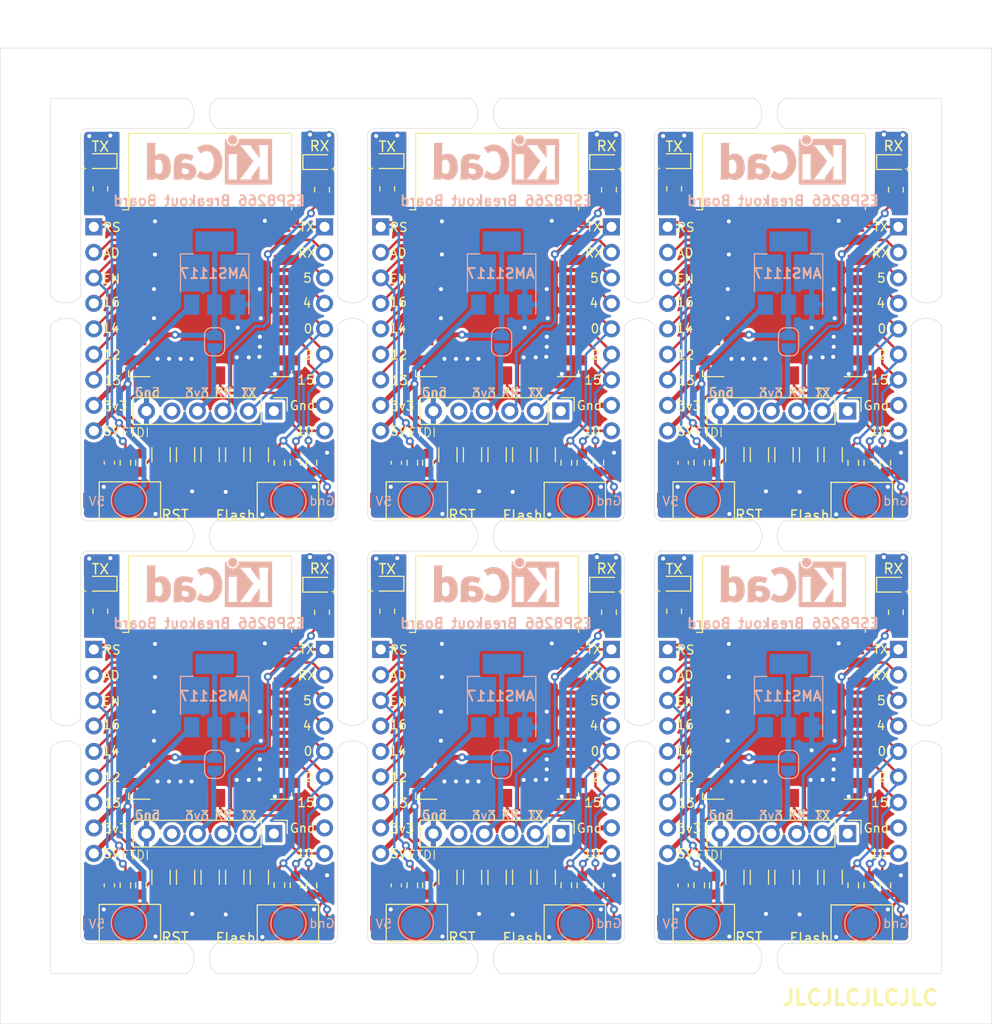
<source format=kicad_pcb>
(kicad_pcb (version 20171130) (host pcbnew 5.1.12-84ad8e8a86~92~ubuntu20.04.1)
  (layers (0 F.Cu signal) (31 B.Cu signal) (34 B.Paste user) (35 F.Paste user) (36 B.SilkS user) (37 F.SilkS user) (38 B.Mask user) (39 F.Mask user) (44 Edge.Cuts user))
  (net 0 "")
  (module Capacitor_SMD:C_1206_3216Metric_Pad1.33x1.80mm_HandSolder (layer F.Cu) (at 179.82 130.475 270)
    (fp_text reference C104 hide)
    (fp_text value 10uF hide)
    (pad 2 smd roundrect (at 1.5625 0 270) (size 1.325 1.8) (layers F.Cu F.Paste F.Mask) (roundrect_rratio 0.1886777358490566))
    (pad 1 smd roundrect (at -1.5625 0 270) (size 1.325 1.8) (layers F.Cu F.Paste F.Mask) (roundrect_rratio 0.1886777358490566))
  )
  (module Capacitor_SMD:C_1206_3216Metric_Pad1.33x1.80mm_HandSolder (layer F.Cu) (at 151.22 130.475 270)
    (fp_text reference C104 hide)
    (fp_text value 10uF hide)
    (pad 2 smd roundrect (at 1.5625 0 270) (size 1.325 1.8) (layers F.Cu F.Paste F.Mask) (roundrect_rratio 0.1886777358490566))
    (pad 1 smd roundrect (at -1.5625 0 270) (size 1.325 1.8) (layers F.Cu F.Paste F.Mask) (roundrect_rratio 0.1886777358490566))
  )
  (module Capacitor_SMD:C_1206_3216Metric_Pad1.33x1.80mm_HandSolder (layer F.Cu) (at 122.62 130.475 270)
    (fp_text reference C104 hide)
    (fp_text value 10uF hide)
    (pad 2 smd roundrect (at 1.5625 0 270) (size 1.325 1.8) (layers F.Cu F.Paste F.Mask) (roundrect_rratio 0.1886777358490566))
    (pad 1 smd roundrect (at -1.5625 0 270) (size 1.325 1.8) (layers F.Cu F.Paste F.Mask) (roundrect_rratio 0.1886777358490566))
  )
  (module Capacitor_SMD:C_1206_3216Metric_Pad1.33x1.80mm_HandSolder (layer F.Cu) (at 179.82 88.375 270)
    (fp_text reference C104 hide)
    (fp_text value 10uF hide)
    (pad 2 smd roundrect (at 1.5625 0 270) (size 1.325 1.8) (layers F.Cu F.Paste F.Mask) (roundrect_rratio 0.1886777358490566))
    (pad 1 smd roundrect (at -1.5625 0 270) (size 1.325 1.8) (layers F.Cu F.Paste F.Mask) (roundrect_rratio 0.1886777358490566))
  )
  (module Capacitor_SMD:C_1206_3216Metric_Pad1.33x1.80mm_HandSolder (layer F.Cu) (at 151.22 88.375 270)
    (fp_text reference C104 hide)
    (fp_text value 10uF hide)
    (pad 2 smd roundrect (at 1.5625 0 270) (size 1.325 1.8) (layers F.Cu F.Paste F.Mask) (roundrect_rratio 0.1886777358490566))
    (pad 1 smd roundrect (at -1.5625 0 270) (size 1.325 1.8) (layers F.Cu F.Paste F.Mask) (roundrect_rratio 0.1886777358490566))
  )
  (module Resistor_SMD:R_0805_2012Metric_Pad1.20x1.40mm_HandSolder (layer F.Cu) (at 163.97 103.975 270)
    (fp_text reference R504 hide)
    (fp_text value 15 hide)
    (pad 2 smd roundrect (at 1 0 270) (size 1.2 1.4) (layers F.Cu F.Paste F.Mask) (roundrect_rratio 0.2083325))
    (pad 1 smd roundrect (at -1 0 270) (size 1.2 1.4) (layers F.Cu F.Paste F.Mask) (roundrect_rratio 0.2083325))
  )
  (module Resistor_SMD:R_0805_2012Metric_Pad1.20x1.40mm_HandSolder (layer F.Cu) (at 135.37 103.975 270)
    (fp_text reference R504 hide)
    (fp_text value 15 hide)
    (pad 2 smd roundrect (at 1 0 270) (size 1.2 1.4) (layers F.Cu F.Paste F.Mask) (roundrect_rratio 0.2083325))
    (pad 1 smd roundrect (at -1 0 270) (size 1.2 1.4) (layers F.Cu F.Paste F.Mask) (roundrect_rratio 0.2083325))
  )
  (module Resistor_SMD:R_0805_2012Metric_Pad1.20x1.40mm_HandSolder (layer F.Cu) (at 106.77 103.975 270)
    (fp_text reference R504 hide)
    (fp_text value 15 hide)
    (pad 2 smd roundrect (at 1 0 270) (size 1.2 1.4) (layers F.Cu F.Paste F.Mask) (roundrect_rratio 0.2083325))
    (pad 1 smd roundrect (at -1 0 270) (size 1.2 1.4) (layers F.Cu F.Paste F.Mask) (roundrect_rratio 0.2083325))
  )
  (module Resistor_SMD:R_0805_2012Metric_Pad1.20x1.40mm_HandSolder (layer F.Cu) (at 163.97 61.875 270)
    (fp_text reference R504 hide)
    (fp_text value 15 hide)
    (pad 2 smd roundrect (at 1 0 270) (size 1.2 1.4) (layers F.Cu F.Paste F.Mask) (roundrect_rratio 0.2083325))
    (pad 1 smd roundrect (at -1 0 270) (size 1.2 1.4) (layers F.Cu F.Paste F.Mask) (roundrect_rratio 0.2083325))
  )
  (module Resistor_SMD:R_0805_2012Metric_Pad1.20x1.40mm_HandSolder (layer F.Cu) (at 135.37 61.875 270)
    (fp_text reference R504 hide)
    (fp_text value 15 hide)
    (pad 2 smd roundrect (at 1 0 270) (size 1.2 1.4) (layers F.Cu F.Paste F.Mask) (roundrect_rratio 0.2083325))
    (pad 1 smd roundrect (at -1 0 270) (size 1.2 1.4) (layers F.Cu F.Paste F.Mask) (roundrect_rratio 0.2083325))
  )
  (module RF_Module:ESP-12E (layer F.Cu) (at 174.92 110.575)
    (fp_text reference U501 hide)
    (fp_text value ESP-12F hide)
    (pad 22 smd rect (at 7.6 -3.5) (size 2.5 1) (layers F.Cu F.Paste F.Mask))
    (pad 21 smd rect (at 7.6 -1.5) (size 2.5 1) (layers F.Cu F.Paste F.Mask))
    (pad 20 smd rect (at 7.6 0.5) (size 2.5 1) (layers F.Cu F.Paste F.Mask))
    (pad 19 smd rect (at 7.6 2.5) (size 2.5 1) (layers F.Cu F.Paste F.Mask))
    (pad 18 smd rect (at 7.6 4.5) (size 2.5 1) (layers F.Cu F.Paste F.Mask))
    (pad 17 smd rect (at 7.6 6.5) (size 2.5 1) (layers F.Cu F.Paste F.Mask))
    (pad 16 smd rect (at 7.6 8.5) (size 2.5 1) (layers F.Cu F.Paste F.Mask))
    (pad 15 smd rect (at 7.6 10.5) (size 2.5 1) (layers F.Cu F.Paste F.Mask))
    (pad 14 smd rect (at 5 12) (size 1 1.8) (layers F.Cu F.Paste F.Mask))
    (pad 13 smd rect (at 3 12) (size 1 1.8) (layers F.Cu F.Paste F.Mask))
    (pad 12 smd rect (at 1 12) (size 1 1.8) (layers F.Cu F.Paste F.Mask))
    (pad 11 smd rect (at -1 12) (size 1 1.8) (layers F.Cu F.Paste F.Mask))
    (pad 10 smd rect (at -3 12) (size 1 1.8) (layers F.Cu F.Paste F.Mask))
    (pad 9 smd rect (at -5 12) (size 1 1.8) (layers F.Cu F.Paste F.Mask))
    (pad 8 smd rect (at -7.6 10.5) (size 2.5 1) (layers F.Cu F.Paste F.Mask))
    (pad 7 smd rect (at -7.6 8.5) (size 2.5 1) (layers F.Cu F.Paste F.Mask))
    (pad 6 smd rect (at -7.6 6.5) (size 2.5 1) (layers F.Cu F.Paste F.Mask))
    (pad 5 smd rect (at -7.6 4.5) (size 2.5 1) (layers F.Cu F.Paste F.Mask))
    (pad 4 smd rect (at -7.6 2.5) (size 2.5 1) (layers F.Cu F.Paste F.Mask))
    (pad 3 smd rect (at -7.6 0.5) (size 2.5 1) (layers F.Cu F.Paste F.Mask))
    (pad 2 smd rect (at -7.6 -1.5) (size 2.5 1) (layers F.Cu F.Paste F.Mask))
    (pad 1 smd rect (at -7.6 -3.5) (size 2.5 1) (layers F.Cu F.Paste F.Mask))
  )
  (module RF_Module:ESP-12E (layer F.Cu) (at 146.32 110.575)
    (fp_text reference U501 hide)
    (fp_text value ESP-12F hide)
    (pad 22 smd rect (at 7.6 -3.5) (size 2.5 1) (layers F.Cu F.Paste F.Mask))
    (pad 21 smd rect (at 7.6 -1.5) (size 2.5 1) (layers F.Cu F.Paste F.Mask))
    (pad 20 smd rect (at 7.6 0.5) (size 2.5 1) (layers F.Cu F.Paste F.Mask))
    (pad 19 smd rect (at 7.6 2.5) (size 2.5 1) (layers F.Cu F.Paste F.Mask))
    (pad 18 smd rect (at 7.6 4.5) (size 2.5 1) (layers F.Cu F.Paste F.Mask))
    (pad 17 smd rect (at 7.6 6.5) (size 2.5 1) (layers F.Cu F.Paste F.Mask))
    (pad 16 smd rect (at 7.6 8.5) (size 2.5 1) (layers F.Cu F.Paste F.Mask))
    (pad 15 smd rect (at 7.6 10.5) (size 2.5 1) (layers F.Cu F.Paste F.Mask))
    (pad 14 smd rect (at 5 12) (size 1 1.8) (layers F.Cu F.Paste F.Mask))
    (pad 13 smd rect (at 3 12) (size 1 1.8) (layers F.Cu F.Paste F.Mask))
    (pad 12 smd rect (at 1 12) (size 1 1.8) (layers F.Cu F.Paste F.Mask))
    (pad 11 smd rect (at -1 12) (size 1 1.8) (layers F.Cu F.Paste F.Mask))
    (pad 10 smd rect (at -3 12) (size 1 1.8) (layers F.Cu F.Paste F.Mask))
    (pad 9 smd rect (at -5 12) (size 1 1.8) (layers F.Cu F.Paste F.Mask))
    (pad 8 smd rect (at -7.6 10.5) (size 2.5 1) (layers F.Cu F.Paste F.Mask))
    (pad 7 smd rect (at -7.6 8.5) (size 2.5 1) (layers F.Cu F.Paste F.Mask))
    (pad 6 smd rect (at -7.6 6.5) (size 2.5 1) (layers F.Cu F.Paste F.Mask))
    (pad 5 smd rect (at -7.6 4.5) (size 2.5 1) (layers F.Cu F.Paste F.Mask))
    (pad 4 smd rect (at -7.6 2.5) (size 2.5 1) (layers F.Cu F.Paste F.Mask))
    (pad 3 smd rect (at -7.6 0.5) (size 2.5 1) (layers F.Cu F.Paste F.Mask))
    (pad 2 smd rect (at -7.6 -1.5) (size 2.5 1) (layers F.Cu F.Paste F.Mask))
    (pad 1 smd rect (at -7.6 -3.5) (size 2.5 1) (layers F.Cu F.Paste F.Mask))
  )
  (module RF_Module:ESP-12E (layer F.Cu) (at 117.72 110.575)
    (fp_text reference U501 hide)
    (fp_text value ESP-12F hide)
    (pad 22 smd rect (at 7.6 -3.5) (size 2.5 1) (layers F.Cu F.Paste F.Mask))
    (pad 21 smd rect (at 7.6 -1.5) (size 2.5 1) (layers F.Cu F.Paste F.Mask))
    (pad 20 smd rect (at 7.6 0.5) (size 2.5 1) (layers F.Cu F.Paste F.Mask))
    (pad 19 smd rect (at 7.6 2.5) (size 2.5 1) (layers F.Cu F.Paste F.Mask))
    (pad 18 smd rect (at 7.6 4.5) (size 2.5 1) (layers F.Cu F.Paste F.Mask))
    (pad 17 smd rect (at 7.6 6.5) (size 2.5 1) (layers F.Cu F.Paste F.Mask))
    (pad 16 smd rect (at 7.6 8.5) (size 2.5 1) (layers F.Cu F.Paste F.Mask))
    (pad 15 smd rect (at 7.6 10.5) (size 2.5 1) (layers F.Cu F.Paste F.Mask))
    (pad 14 smd rect (at 5 12) (size 1 1.8) (layers F.Cu F.Paste F.Mask))
    (pad 13 smd rect (at 3 12) (size 1 1.8) (layers F.Cu F.Paste F.Mask))
    (pad 12 smd rect (at 1 12) (size 1 1.8) (layers F.Cu F.Paste F.Mask))
    (pad 11 smd rect (at -1 12) (size 1 1.8) (layers F.Cu F.Paste F.Mask))
    (pad 10 smd rect (at -3 12) (size 1 1.8) (layers F.Cu F.Paste F.Mask))
    (pad 9 smd rect (at -5 12) (size 1 1.8) (layers F.Cu F.Paste F.Mask))
    (pad 8 smd rect (at -7.6 10.5) (size 2.5 1) (layers F.Cu F.Paste F.Mask))
    (pad 7 smd rect (at -7.6 8.5) (size 2.5 1) (layers F.Cu F.Paste F.Mask))
    (pad 6 smd rect (at -7.6 6.5) (size 2.5 1) (layers F.Cu F.Paste F.Mask))
    (pad 5 smd rect (at -7.6 4.5) (size 2.5 1) (layers F.Cu F.Paste F.Mask))
    (pad 4 smd rect (at -7.6 2.5) (size 2.5 1) (layers F.Cu F.Paste F.Mask))
    (pad 3 smd rect (at -7.6 0.5) (size 2.5 1) (layers F.Cu F.Paste F.Mask))
    (pad 2 smd rect (at -7.6 -1.5) (size 2.5 1) (layers F.Cu F.Paste F.Mask))
    (pad 1 smd rect (at -7.6 -3.5) (size 2.5 1) (layers F.Cu F.Paste F.Mask))
  )
  (module RF_Module:ESP-12E (layer F.Cu) (at 174.92 68.475)
    (fp_text reference U501 hide)
    (fp_text value ESP-12F hide)
    (pad 22 smd rect (at 7.6 -3.5) (size 2.5 1) (layers F.Cu F.Paste F.Mask))
    (pad 21 smd rect (at 7.6 -1.5) (size 2.5 1) (layers F.Cu F.Paste F.Mask))
    (pad 20 smd rect (at 7.6 0.5) (size 2.5 1) (layers F.Cu F.Paste F.Mask))
    (pad 19 smd rect (at 7.6 2.5) (size 2.5 1) (layers F.Cu F.Paste F.Mask))
    (pad 18 smd rect (at 7.6 4.5) (size 2.5 1) (layers F.Cu F.Paste F.Mask))
    (pad 17 smd rect (at 7.6 6.5) (size 2.5 1) (layers F.Cu F.Paste F.Mask))
    (pad 16 smd rect (at 7.6 8.5) (size 2.5 1) (layers F.Cu F.Paste F.Mask))
    (pad 15 smd rect (at 7.6 10.5) (size 2.5 1) (layers F.Cu F.Paste F.Mask))
    (pad 14 smd rect (at 5 12) (size 1 1.8) (layers F.Cu F.Paste F.Mask))
    (pad 13 smd rect (at 3 12) (size 1 1.8) (layers F.Cu F.Paste F.Mask))
    (pad 12 smd rect (at 1 12) (size 1 1.8) (layers F.Cu F.Paste F.Mask))
    (pad 11 smd rect (at -1 12) (size 1 1.8) (layers F.Cu F.Paste F.Mask))
    (pad 10 smd rect (at -3 12) (size 1 1.8) (layers F.Cu F.Paste F.Mask))
    (pad 9 smd rect (at -5 12) (size 1 1.8) (layers F.Cu F.Paste F.Mask))
    (pad 8 smd rect (at -7.6 10.5) (size 2.5 1) (layers F.Cu F.Paste F.Mask))
    (pad 7 smd rect (at -7.6 8.5) (size 2.5 1) (layers F.Cu F.Paste F.Mask))
    (pad 6 smd rect (at -7.6 6.5) (size 2.5 1) (layers F.Cu F.Paste F.Mask))
    (pad 5 smd rect (at -7.6 4.5) (size 2.5 1) (layers F.Cu F.Paste F.Mask))
    (pad 4 smd rect (at -7.6 2.5) (size 2.5 1) (layers F.Cu F.Paste F.Mask))
    (pad 3 smd rect (at -7.6 0.5) (size 2.5 1) (layers F.Cu F.Paste F.Mask))
    (pad 2 smd rect (at -7.6 -1.5) (size 2.5 1) (layers F.Cu F.Paste F.Mask))
    (pad 1 smd rect (at -7.6 -3.5) (size 2.5 1) (layers F.Cu F.Paste F.Mask))
  )
  (module RF_Module:ESP-12E (layer F.Cu) (at 146.32 68.475)
    (fp_text reference U501 hide)
    (fp_text value ESP-12F hide)
    (pad 22 smd rect (at 7.6 -3.5) (size 2.5 1) (layers F.Cu F.Paste F.Mask))
    (pad 21 smd rect (at 7.6 -1.5) (size 2.5 1) (layers F.Cu F.Paste F.Mask))
    (pad 20 smd rect (at 7.6 0.5) (size 2.5 1) (layers F.Cu F.Paste F.Mask))
    (pad 19 smd rect (at 7.6 2.5) (size 2.5 1) (layers F.Cu F.Paste F.Mask))
    (pad 18 smd rect (at 7.6 4.5) (size 2.5 1) (layers F.Cu F.Paste F.Mask))
    (pad 17 smd rect (at 7.6 6.5) (size 2.5 1) (layers F.Cu F.Paste F.Mask))
    (pad 16 smd rect (at 7.6 8.5) (size 2.5 1) (layers F.Cu F.Paste F.Mask))
    (pad 15 smd rect (at 7.6 10.5) (size 2.5 1) (layers F.Cu F.Paste F.Mask))
    (pad 14 smd rect (at 5 12) (size 1 1.8) (layers F.Cu F.Paste F.Mask))
    (pad 13 smd rect (at 3 12) (size 1 1.8) (layers F.Cu F.Paste F.Mask))
    (pad 12 smd rect (at 1 12) (size 1 1.8) (layers F.Cu F.Paste F.Mask))
    (pad 11 smd rect (at -1 12) (size 1 1.8) (layers F.Cu F.Paste F.Mask))
    (pad 10 smd rect (at -3 12) (size 1 1.8) (layers F.Cu F.Paste F.Mask))
    (pad 9 smd rect (at -5 12) (size 1 1.8) (layers F.Cu F.Paste F.Mask))
    (pad 8 smd rect (at -7.6 10.5) (size 2.5 1) (layers F.Cu F.Paste F.Mask))
    (pad 7 smd rect (at -7.6 8.5) (size 2.5 1) (layers F.Cu F.Paste F.Mask))
    (pad 6 smd rect (at -7.6 6.5) (size 2.5 1) (layers F.Cu F.Paste F.Mask))
    (pad 5 smd rect (at -7.6 4.5) (size 2.5 1) (layers F.Cu F.Paste F.Mask))
    (pad 4 smd rect (at -7.6 2.5) (size 2.5 1) (layers F.Cu F.Paste F.Mask))
    (pad 3 smd rect (at -7.6 0.5) (size 2.5 1) (layers F.Cu F.Paste F.Mask))
    (pad 2 smd rect (at -7.6 -1.5) (size 2.5 1) (layers F.Cu F.Paste F.Mask))
    (pad 1 smd rect (at -7.6 -3.5) (size 2.5 1) (layers F.Cu F.Paste F.Mask))
  )
  (module Custom:PinHeader_1x09_P2.54mm_Vertical_without_silkscrean (layer F.Cu) (at 186.32 107.775)
    (fp_text reference J102 hide)
    (fp_text value Conn_01x09_Female hide)
    (pad 9 thru_hole oval (at 0 20.32) (size 1.7 1.7) (drill 1) (layers *.Cu *.Mask))
    (pad 8 thru_hole oval (at 0 17.78) (size 1.7 1.7) (drill 1) (layers *.Cu *.Mask))
    (pad 7 thru_hole oval (at 0 15.24) (size 1.7 1.7) (drill 1) (layers *.Cu *.Mask))
    (pad 6 thru_hole oval (at 0 12.7) (size 1.7 1.7) (drill 1) (layers *.Cu *.Mask))
    (pad 5 thru_hole oval (at 0 10.16) (size 1.7 1.7) (drill 1) (layers *.Cu *.Mask))
    (pad 4 thru_hole oval (at 0 7.62) (size 1.7 1.7) (drill 1) (layers *.Cu *.Mask))
    (pad 3 thru_hole oval (at 0 5.08) (size 1.7 1.7) (drill 1) (layers *.Cu *.Mask))
    (pad 2 thru_hole oval (at 0 2.54) (size 1.7 1.7) (drill 1) (layers *.Cu *.Mask))
    (pad 1 thru_hole rect (at 0 0) (size 1.7 1.7) (drill 1) (layers *.Cu *.Mask))
  )
  (module Custom:PinHeader_1x09_P2.54mm_Vertical_without_silkscrean (layer F.Cu) (at 157.72 107.775)
    (fp_text reference J102 hide)
    (fp_text value Conn_01x09_Female hide)
    (pad 9 thru_hole oval (at 0 20.32) (size 1.7 1.7) (drill 1) (layers *.Cu *.Mask))
    (pad 8 thru_hole oval (at 0 17.78) (size 1.7 1.7) (drill 1) (layers *.Cu *.Mask))
    (pad 7 thru_hole oval (at 0 15.24) (size 1.7 1.7) (drill 1) (layers *.Cu *.Mask))
    (pad 6 thru_hole oval (at 0 12.7) (size 1.7 1.7) (drill 1) (layers *.Cu *.Mask))
    (pad 5 thru_hole oval (at 0 10.16) (size 1.7 1.7) (drill 1) (layers *.Cu *.Mask))
    (pad 4 thru_hole oval (at 0 7.62) (size 1.7 1.7) (drill 1) (layers *.Cu *.Mask))
    (pad 3 thru_hole oval (at 0 5.08) (size 1.7 1.7) (drill 1) (layers *.Cu *.Mask))
    (pad 2 thru_hole oval (at 0 2.54) (size 1.7 1.7) (drill 1) (layers *.Cu *.Mask))
    (pad 1 thru_hole rect (at 0 0) (size 1.7 1.7) (drill 1) (layers *.Cu *.Mask))
  )
  (module Custom:PinHeader_1x09_P2.54mm_Vertical_without_silkscrean (layer F.Cu) (at 129.12 107.775)
    (fp_text reference J102 hide)
    (fp_text value Conn_01x09_Female hide)
    (pad 9 thru_hole oval (at 0 20.32) (size 1.7 1.7) (drill 1) (layers *.Cu *.Mask))
    (pad 8 thru_hole oval (at 0 17.78) (size 1.7 1.7) (drill 1) (layers *.Cu *.Mask))
    (pad 7 thru_hole oval (at 0 15.24) (size 1.7 1.7) (drill 1) (layers *.Cu *.Mask))
    (pad 6 thru_hole oval (at 0 12.7) (size 1.7 1.7) (drill 1) (layers *.Cu *.Mask))
    (pad 5 thru_hole oval (at 0 10.16) (size 1.7 1.7) (drill 1) (layers *.Cu *.Mask))
    (pad 4 thru_hole oval (at 0 7.62) (size 1.7 1.7) (drill 1) (layers *.Cu *.Mask))
    (pad 3 thru_hole oval (at 0 5.08) (size 1.7 1.7) (drill 1) (layers *.Cu *.Mask))
    (pad 2 thru_hole oval (at 0 2.54) (size 1.7 1.7) (drill 1) (layers *.Cu *.Mask))
    (pad 1 thru_hole rect (at 0 0) (size 1.7 1.7) (drill 1) (layers *.Cu *.Mask))
  )
  (module Custom:PinHeader_1x09_P2.54mm_Vertical_without_silkscrean (layer F.Cu) (at 186.32 65.675)
    (fp_text reference J102 hide)
    (fp_text value Conn_01x09_Female hide)
    (pad 9 thru_hole oval (at 0 20.32) (size 1.7 1.7) (drill 1) (layers *.Cu *.Mask))
    (pad 8 thru_hole oval (at 0 17.78) (size 1.7 1.7) (drill 1) (layers *.Cu *.Mask))
    (pad 7 thru_hole oval (at 0 15.24) (size 1.7 1.7) (drill 1) (layers *.Cu *.Mask))
    (pad 6 thru_hole oval (at 0 12.7) (size 1.7 1.7) (drill 1) (layers *.Cu *.Mask))
    (pad 5 thru_hole oval (at 0 10.16) (size 1.7 1.7) (drill 1) (layers *.Cu *.Mask))
    (pad 4 thru_hole oval (at 0 7.62) (size 1.7 1.7) (drill 1) (layers *.Cu *.Mask))
    (pad 3 thru_hole oval (at 0 5.08) (size 1.7 1.7) (drill 1) (layers *.Cu *.Mask))
    (pad 2 thru_hole oval (at 0 2.54) (size 1.7 1.7) (drill 1) (layers *.Cu *.Mask))
    (pad 1 thru_hole rect (at 0 0) (size 1.7 1.7) (drill 1) (layers *.Cu *.Mask))
  )
  (module Custom:PinHeader_1x09_P2.54mm_Vertical_without_silkscrean (layer F.Cu) (at 157.72 65.675)
    (fp_text reference J102 hide)
    (fp_text value Conn_01x09_Female hide)
    (pad 9 thru_hole oval (at 0 20.32) (size 1.7 1.7) (drill 1) (layers *.Cu *.Mask))
    (pad 8 thru_hole oval (at 0 17.78) (size 1.7 1.7) (drill 1) (layers *.Cu *.Mask))
    (pad 7 thru_hole oval (at 0 15.24) (size 1.7 1.7) (drill 1) (layers *.Cu *.Mask))
    (pad 6 thru_hole oval (at 0 12.7) (size 1.7 1.7) (drill 1) (layers *.Cu *.Mask))
    (pad 5 thru_hole oval (at 0 10.16) (size 1.7 1.7) (drill 1) (layers *.Cu *.Mask))
    (pad 4 thru_hole oval (at 0 7.62) (size 1.7 1.7) (drill 1) (layers *.Cu *.Mask))
    (pad 3 thru_hole oval (at 0 5.08) (size 1.7 1.7) (drill 1) (layers *.Cu *.Mask))
    (pad 2 thru_hole oval (at 0 2.54) (size 1.7 1.7) (drill 1) (layers *.Cu *.Mask))
    (pad 1 thru_hole rect (at 0 0) (size 1.7 1.7) (drill 1) (layers *.Cu *.Mask))
  )
  (module Resistor_SMD:R_0805_2012Metric_Pad1.20x1.40mm_HandSolder (layer F.Cu) (at 186.07 104.075 270)
    (fp_text reference R507 hide)
    (fp_text value 15 hide)
    (pad 2 smd roundrect (at 1 0 270) (size 1.2 1.4) (layers F.Cu F.Paste F.Mask) (roundrect_rratio 0.2083325))
    (pad 1 smd roundrect (at -1 0 270) (size 1.2 1.4) (layers F.Cu F.Paste F.Mask) (roundrect_rratio 0.2083325))
  )
  (module Resistor_SMD:R_0805_2012Metric_Pad1.20x1.40mm_HandSolder (layer F.Cu) (at 157.47 104.075 270)
    (fp_text reference R507 hide)
    (fp_text value 15 hide)
    (pad 2 smd roundrect (at 1 0 270) (size 1.2 1.4) (layers F.Cu F.Paste F.Mask) (roundrect_rratio 0.2083325))
    (pad 1 smd roundrect (at -1 0 270) (size 1.2 1.4) (layers F.Cu F.Paste F.Mask) (roundrect_rratio 0.2083325))
  )
  (module Resistor_SMD:R_0805_2012Metric_Pad1.20x1.40mm_HandSolder (layer F.Cu) (at 128.87 104.075 270)
    (fp_text reference R507 hide)
    (fp_text value 15 hide)
    (pad 2 smd roundrect (at 1 0 270) (size 1.2 1.4) (layers F.Cu F.Paste F.Mask) (roundrect_rratio 0.2083325))
    (pad 1 smd roundrect (at -1 0 270) (size 1.2 1.4) (layers F.Cu F.Paste F.Mask) (roundrect_rratio 0.2083325))
  )
  (module Resistor_SMD:R_0805_2012Metric_Pad1.20x1.40mm_HandSolder (layer F.Cu) (at 186.07 61.975 270)
    (fp_text reference R507 hide)
    (fp_text value 15 hide)
    (pad 2 smd roundrect (at 1 0 270) (size 1.2 1.4) (layers F.Cu F.Paste F.Mask) (roundrect_rratio 0.2083325))
    (pad 1 smd roundrect (at -1 0 270) (size 1.2 1.4) (layers F.Cu F.Paste F.Mask) (roundrect_rratio 0.2083325))
  )
  (module Resistor_SMD:R_0805_2012Metric_Pad1.20x1.40mm_HandSolder (layer F.Cu) (at 157.47 61.975 270)
    (fp_text reference R507 hide)
    (fp_text value 15 hide)
    (pad 2 smd roundrect (at 1 0 270) (size 1.2 1.4) (layers F.Cu F.Paste F.Mask) (roundrect_rratio 0.2083325))
    (pad 1 smd roundrect (at -1 0 270) (size 1.2 1.4) (layers F.Cu F.Paste F.Mask) (roundrect_rratio 0.2083325))
  )
  (module Capacitor_SMD:C_1206_3216Metric_Pad1.33x1.80mm_HandSolder (layer F.Cu) (at 177.37 130.475 270)
    (fp_text reference C103 hide)
    (fp_text value 100nF hide)
    (pad 2 smd roundrect (at 1.5625 0 270) (size 1.325 1.8) (layers F.Cu F.Paste F.Mask) (roundrect_rratio 0.1886777358490566))
    (pad 1 smd roundrect (at -1.5625 0 270) (size 1.325 1.8) (layers F.Cu F.Paste F.Mask) (roundrect_rratio 0.1886777358490566))
  )
  (module Capacitor_SMD:C_1206_3216Metric_Pad1.33x1.80mm_HandSolder (layer F.Cu) (at 148.77 130.475 270)
    (fp_text reference C103 hide)
    (fp_text value 100nF hide)
    (pad 2 smd roundrect (at 1.5625 0 270) (size 1.325 1.8) (layers F.Cu F.Paste F.Mask) (roundrect_rratio 0.1886777358490566))
    (pad 1 smd roundrect (at -1.5625 0 270) (size 1.325 1.8) (layers F.Cu F.Paste F.Mask) (roundrect_rratio 0.1886777358490566))
  )
  (module Capacitor_SMD:C_1206_3216Metric_Pad1.33x1.80mm_HandSolder (layer F.Cu) (at 120.17 130.475 270)
    (fp_text reference C103 hide)
    (fp_text value 100nF hide)
    (pad 2 smd roundrect (at 1.5625 0 270) (size 1.325 1.8) (layers F.Cu F.Paste F.Mask) (roundrect_rratio 0.1886777358490566))
    (pad 1 smd roundrect (at -1.5625 0 270) (size 1.325 1.8) (layers F.Cu F.Paste F.Mask) (roundrect_rratio 0.1886777358490566))
  )
  (module Capacitor_SMD:C_1206_3216Metric_Pad1.33x1.80mm_HandSolder (layer F.Cu) (at 177.37 88.375 270)
    (fp_text reference C103 hide)
    (fp_text value 100nF hide)
    (pad 2 smd roundrect (at 1.5625 0 270) (size 1.325 1.8) (layers F.Cu F.Paste F.Mask) (roundrect_rratio 0.1886777358490566))
    (pad 1 smd roundrect (at -1.5625 0 270) (size 1.325 1.8) (layers F.Cu F.Paste F.Mask) (roundrect_rratio 0.1886777358490566))
  )
  (module Capacitor_SMD:C_1206_3216Metric_Pad1.33x1.80mm_HandSolder (layer F.Cu) (at 148.77 88.375 270)
    (fp_text reference C103 hide)
    (fp_text value 100nF hide)
    (pad 2 smd roundrect (at 1.5625 0 270) (size 1.325 1.8) (layers F.Cu F.Paste F.Mask) (roundrect_rratio 0.1886777358490566))
    (pad 1 smd roundrect (at -1.5625 0 270) (size 1.325 1.8) (layers F.Cu F.Paste F.Mask) (roundrect_rratio 0.1886777358490566))
  )
  (module Resistor_SMD:R_0603_1608Metric_Pad0.98x0.95mm_HandSolder (layer F.Cu) (at 183.42 131.275 90)
    (fp_text reference R505 hide)
    (fp_text value 10K hide)
    (pad 2 smd roundrect (at 0.9125 0 90) (size 0.975 0.95) (layers F.Cu F.Paste F.Mask))
    (pad 1 smd roundrect (at -0.9125 0 90) (size 0.975 0.95) (layers F.Cu F.Paste F.Mask))
  )
  (module Resistor_SMD:R_0603_1608Metric_Pad0.98x0.95mm_HandSolder (layer F.Cu) (at 154.82 131.275 90)
    (fp_text reference R505 hide)
    (fp_text value 10K hide)
    (pad 2 smd roundrect (at 0.9125 0 90) (size 0.975 0.95) (layers F.Cu F.Paste F.Mask))
    (pad 1 smd roundrect (at -0.9125 0 90) (size 0.975 0.95) (layers F.Cu F.Paste F.Mask))
  )
  (module Resistor_SMD:R_0603_1608Metric_Pad0.98x0.95mm_HandSolder (layer F.Cu) (at 126.22 131.275 90)
    (fp_text reference R505 hide)
    (fp_text value 10K hide)
    (pad 2 smd roundrect (at 0.9125 0 90) (size 0.975 0.95) (layers F.Cu F.Paste F.Mask))
    (pad 1 smd roundrect (at -0.9125 0 90) (size 0.975 0.95) (layers F.Cu F.Paste F.Mask))
  )
  (module Resistor_SMD:R_0603_1608Metric_Pad0.98x0.95mm_HandSolder (layer F.Cu) (at 183.42 89.175 90)
    (fp_text reference R505 hide)
    (fp_text value 10K hide)
    (pad 2 smd roundrect (at 0.9125 0 90) (size 0.975 0.95) (layers F.Cu F.Paste F.Mask))
    (pad 1 smd roundrect (at -0.9125 0 90) (size 0.975 0.95) (layers F.Cu F.Paste F.Mask))
  )
  (module Resistor_SMD:R_0603_1608Metric_Pad0.98x0.95mm_HandSolder (layer F.Cu) (at 154.82 89.175 90)
    (fp_text reference R505 hide)
    (fp_text value 10K hide)
    (pad 2 smd roundrect (at 0.9125 0 90) (size 0.975 0.95) (layers F.Cu F.Paste F.Mask))
    (pad 1 smd roundrect (at -0.9125 0 90) (size 0.975 0.95) (layers F.Cu F.Paste F.Mask))
  )
  (module Package_TO_SOT_SMD:SOT-223-3_TabPin2 (layer B.Cu) (at 175.37 112.375 90)
    (fp_text reference U101 hide)
    (fp_text value AMS1117-3.3 hide)
    (pad 1 smd rect (at -3.15 2.3 90) (size 2 1.5) (layers B.Cu B.Paste B.Mask))
    (pad 3 smd rect (at -3.15 -2.3 90) (size 2 1.5) (layers B.Cu B.Paste B.Mask))
    (pad 2 smd rect (at -3.15 0 90) (size 2 1.5) (layers B.Cu B.Paste B.Mask))
    (pad 2 smd rect (at 3.15 0 90) (size 2 3.8) (layers B.Cu B.Paste B.Mask))
  )
  (module Package_TO_SOT_SMD:SOT-223-3_TabPin2 (layer B.Cu) (at 146.77 112.375 90)
    (fp_text reference U101 hide)
    (fp_text value AMS1117-3.3 hide)
    (pad 1 smd rect (at -3.15 2.3 90) (size 2 1.5) (layers B.Cu B.Paste B.Mask))
    (pad 3 smd rect (at -3.15 -2.3 90) (size 2 1.5) (layers B.Cu B.Paste B.Mask))
    (pad 2 smd rect (at -3.15 0 90) (size 2 1.5) (layers B.Cu B.Paste B.Mask))
    (pad 2 smd rect (at 3.15 0 90) (size 2 3.8) (layers B.Cu B.Paste B.Mask))
  )
  (module Package_TO_SOT_SMD:SOT-223-3_TabPin2 (layer B.Cu) (at 118.17 112.375 90)
    (fp_text reference U101 hide)
    (fp_text value AMS1117-3.3 hide)
    (pad 1 smd rect (at -3.15 2.3 90) (size 2 1.5) (layers B.Cu B.Paste B.Mask))
    (pad 3 smd rect (at -3.15 -2.3 90) (size 2 1.5) (layers B.Cu B.Paste B.Mask))
    (pad 2 smd rect (at -3.15 0 90) (size 2 1.5) (layers B.Cu B.Paste B.Mask))
    (pad 2 smd rect (at 3.15 0 90) (size 2 3.8) (layers B.Cu B.Paste B.Mask))
  )
  (module Package_TO_SOT_SMD:SOT-223-3_TabPin2 (layer B.Cu) (at 175.37 70.275 90)
    (fp_text reference U101 hide)
    (fp_text value AMS1117-3.3 hide)
    (pad 1 smd rect (at -3.15 2.3 90) (size 2 1.5) (layers B.Cu B.Paste B.Mask))
    (pad 3 smd rect (at -3.15 -2.3 90) (size 2 1.5) (layers B.Cu B.Paste B.Mask))
    (pad 2 smd rect (at -3.15 0 90) (size 2 1.5) (layers B.Cu B.Paste B.Mask))
    (pad 2 smd rect (at 3.15 0 90) (size 2 3.8) (layers B.Cu B.Paste B.Mask))
  )
  (module Package_TO_SOT_SMD:SOT-223-3_TabPin2 (layer B.Cu) (at 146.77 70.275 90)
    (fp_text reference U101 hide)
    (fp_text value AMS1117-3.3 hide)
    (pad 1 smd rect (at -3.15 2.3 90) (size 2 1.5) (layers B.Cu B.Paste B.Mask))
    (pad 3 smd rect (at -3.15 -2.3 90) (size 2 1.5) (layers B.Cu B.Paste B.Mask))
    (pad 2 smd rect (at -3.15 0 90) (size 2 1.5) (layers B.Cu B.Paste B.Mask))
    (pad 2 smd rect (at 3.15 0 90) (size 2 3.8) (layers B.Cu B.Paste B.Mask))
  )
  (module Jumper:SolderJumper-2_P1.3mm_Open_RoundedPad1.0x1.5mm (layer B.Cu) (at 175.37 119.225 90)
    (fp_text reference JP501 hide)
    (fp_text value Power hide)
    (pad 2 smd custom (at 0.65 0 90) (size 1 0.5) (layers B.Cu B.Mask) (options (clearance outline) (anchor rect)) (primitives (gr_circle (center 0 -0.25) (end 0.5 -0.25) (width 0)) (gr_circle (center 0 0.25) (end 0.5 0.25) (width 0)) (gr_poly (pts (xy 0 0.75) (xy -0.5 0.75) (xy -0.5 -0.75) (xy 0 -0.75)) (width 0))))
    (pad 1 smd custom (at -0.65 0 90) (size 1 0.5) (layers B.Cu B.Mask) (options (clearance outline) (anchor rect)) (primitives (gr_circle (center 0 -0.25) (end 0.5 -0.25) (width 0)) (gr_circle (center 0 0.25) (end 0.5 0.25) (width 0)) (gr_poly (pts (xy 0 0.75) (xy 0.5 0.75) (xy 0.5 -0.75) (xy 0 -0.75)) (width 0))))
  )
  (module Jumper:SolderJumper-2_P1.3mm_Open_RoundedPad1.0x1.5mm (layer B.Cu) (at 146.77 119.225 90)
    (fp_text reference JP501 hide)
    (fp_text value Power hide)
    (pad 2 smd custom (at 0.65 0 90) (size 1 0.5) (layers B.Cu B.Mask) (options (clearance outline) (anchor rect)) (primitives (gr_circle (center 0 -0.25) (end 0.5 -0.25) (width 0)) (gr_circle (center 0 0.25) (end 0.5 0.25) (width 0)) (gr_poly (pts (xy 0 0.75) (xy -0.5 0.75) (xy -0.5 -0.75) (xy 0 -0.75)) (width 0))))
    (pad 1 smd custom (at -0.65 0 90) (size 1 0.5) (layers B.Cu B.Mask) (options (clearance outline) (anchor rect)) (primitives (gr_circle (center 0 -0.25) (end 0.5 -0.25) (width 0)) (gr_circle (center 0 0.25) (end 0.5 0.25) (width 0)) (gr_poly (pts (xy 0 0.75) (xy 0.5 0.75) (xy 0.5 -0.75) (xy 0 -0.75)) (width 0))))
  )
  (module Jumper:SolderJumper-2_P1.3mm_Open_RoundedPad1.0x1.5mm (layer B.Cu) (at 118.17 119.225 90)
    (fp_text reference JP501 hide)
    (fp_text value Power hide)
    (pad 2 smd custom (at 0.65 0 90) (size 1 0.5) (layers B.Cu B.Mask) (options (clearance outline) (anchor rect)) (primitives (gr_circle (center 0 -0.25) (end 0.5 -0.25) (width 0)) (gr_circle (center 0 0.25) (end 0.5 0.25) (width 0)) (gr_poly (pts (xy 0 0.75) (xy -0.5 0.75) (xy -0.5 -0.75) (xy 0 -0.75)) (width 0))))
    (pad 1 smd custom (at -0.65 0 90) (size 1 0.5) (layers B.Cu B.Mask) (options (clearance outline) (anchor rect)) (primitives (gr_circle (center 0 -0.25) (end 0.5 -0.25) (width 0)) (gr_circle (center 0 0.25) (end 0.5 0.25) (width 0)) (gr_poly (pts (xy 0 0.75) (xy 0.5 0.75) (xy 0.5 -0.75) (xy 0 -0.75)) (width 0))))
  )
  (module Jumper:SolderJumper-2_P1.3mm_Open_RoundedPad1.0x1.5mm (layer B.Cu) (at 175.37 77.125 90)
    (fp_text reference JP501 hide)
    (fp_text value Power hide)
    (pad 2 smd custom (at 0.65 0 90) (size 1 0.5) (layers B.Cu B.Mask) (options (clearance outline) (anchor rect)) (primitives (gr_circle (center 0 -0.25) (end 0.5 -0.25) (width 0)) (gr_circle (center 0 0.25) (end 0.5 0.25) (width 0)) (gr_poly (pts (xy 0 0.75) (xy -0.5 0.75) (xy -0.5 -0.75) (xy 0 -0.75)) (width 0))))
    (pad 1 smd custom (at -0.65 0 90) (size 1 0.5) (layers B.Cu B.Mask) (options (clearance outline) (anchor rect)) (primitives (gr_circle (center 0 -0.25) (end 0.5 -0.25) (width 0)) (gr_circle (center 0 0.25) (end 0.5 0.25) (width 0)) (gr_poly (pts (xy 0 0.75) (xy 0.5 0.75) (xy 0.5 -0.75) (xy 0 -0.75)) (width 0))))
  )
  (module Jumper:SolderJumper-2_P1.3mm_Open_RoundedPad1.0x1.5mm (layer B.Cu) (at 146.77 77.125 90)
    (fp_text reference JP501 hide)
    (fp_text value Power hide)
    (pad 2 smd custom (at 0.65 0 90) (size 1 0.5) (layers B.Cu B.Mask) (options (clearance outline) (anchor rect)) (primitives (gr_circle (center 0 -0.25) (end 0.5 -0.25) (width 0)) (gr_circle (center 0 0.25) (end 0.5 0.25) (width 0)) (gr_poly (pts (xy 0 0.75) (xy -0.5 0.75) (xy -0.5 -0.75) (xy 0 -0.75)) (width 0))))
    (pad 1 smd custom (at -0.65 0 90) (size 1 0.5) (layers B.Cu B.Mask) (options (clearance outline) (anchor rect)) (primitives (gr_circle (center 0 -0.25) (end 0.5 -0.25) (width 0)) (gr_circle (center 0 0.25) (end 0.5 0.25) (width 0)) (gr_poly (pts (xy 0 0.75) (xy 0.5 0.75) (xy 0.5 -0.75) (xy 0 -0.75)) (width 0))))
  )
  (module TestPoint:TestPoint_Pad_D3.0mm (layer B.Cu) (at 182.72 135.075)
    (fp_text reference TP102 hide)
    (fp_text value TestPoint hide)
    (pad 1 smd circle (at 0 0) (size 3 3) (layers B.Cu B.Mask))
  )
  (module TestPoint:TestPoint_Pad_D3.0mm (layer B.Cu) (at 154.12 135.075)
    (fp_text reference TP102 hide)
    (fp_text value TestPoint hide)
    (pad 1 smd circle (at 0 0) (size 3 3) (layers B.Cu B.Mask))
  )
  (module TestPoint:TestPoint_Pad_D3.0mm (layer B.Cu) (at 125.52 135.075)
    (fp_text reference TP102 hide)
    (fp_text value TestPoint hide)
    (pad 1 smd circle (at 0 0) (size 3 3) (layers B.Cu B.Mask))
  )
  (module TestPoint:TestPoint_Pad_D3.0mm (layer B.Cu) (at 182.72 92.975)
    (fp_text reference TP102 hide)
    (fp_text value TestPoint hide)
    (pad 1 smd circle (at 0 0) (size 3 3) (layers B.Cu B.Mask))
  )
  (module TestPoint:TestPoint_Pad_D3.0mm (layer B.Cu) (at 154.12 92.975)
    (fp_text reference TP102 hide)
    (fp_text value TestPoint hide)
    (pad 1 smd circle (at 0 0) (size 3 3) (layers B.Cu B.Mask))
  )
  (module Resistor_SMD:R_0603_1608Metric_Pad0.98x0.95mm_HandSolder (layer F.Cu) (at 185.02 131.275 90)
    (fp_text reference R506 hide)
    (fp_text value 10K hide)
    (pad 2 smd roundrect (at 0.9125 0 90) (size 0.975 0.95) (layers F.Cu F.Paste F.Mask))
    (pad 1 smd roundrect (at -0.9125 0 90) (size 0.975 0.95) (layers F.Cu F.Paste F.Mask))
  )
  (module Resistor_SMD:R_0603_1608Metric_Pad0.98x0.95mm_HandSolder (layer F.Cu) (at 156.42 131.275 90)
    (fp_text reference R506 hide)
    (fp_text value 10K hide)
    (pad 2 smd roundrect (at 0.9125 0 90) (size 0.975 0.95) (layers F.Cu F.Paste F.Mask))
    (pad 1 smd roundrect (at -0.9125 0 90) (size 0.975 0.95) (layers F.Cu F.Paste F.Mask))
  )
  (module Resistor_SMD:R_0603_1608Metric_Pad0.98x0.95mm_HandSolder (layer F.Cu) (at 127.82 131.275 90)
    (fp_text reference R506 hide)
    (fp_text value 10K hide)
    (pad 2 smd roundrect (at 0.9125 0 90) (size 0.975 0.95) (layers F.Cu F.Paste F.Mask))
    (pad 1 smd roundrect (at -0.9125 0 90) (size 0.975 0.95) (layers F.Cu F.Paste F.Mask))
  )
  (module Resistor_SMD:R_0603_1608Metric_Pad0.98x0.95mm_HandSolder (layer F.Cu) (at 185.02 89.175 90)
    (fp_text reference R506 hide)
    (fp_text value 10K hide)
    (pad 2 smd roundrect (at 0.9125 0 90) (size 0.975 0.95) (layers F.Cu F.Paste F.Mask))
    (pad 1 smd roundrect (at -0.9125 0 90) (size 0.975 0.95) (layers F.Cu F.Paste F.Mask))
  )
  (module Resistor_SMD:R_0603_1608Metric_Pad0.98x0.95mm_HandSolder (layer F.Cu) (at 156.42 89.175 90)
    (fp_text reference R506 hide)
    (fp_text value 10K hide)
    (pad 2 smd roundrect (at 0.9125 0 90) (size 0.975 0.95) (layers F.Cu F.Paste F.Mask))
    (pad 1 smd roundrect (at -0.9125 0 90) (size 0.975 0.95) (layers F.Cu F.Paste F.Mask))
  )
  (module LED_SMD:LED_0603_1608Metric_Pad1.05x0.95mm_HandSolder (layer F.Cu) (at 185.82 101.325)
    (fp_text reference D502 hide)
    (fp_text value RX (at 0 -1.6) (layer F.SilkS))
    (pad 2 smd roundrect (at 0.875 0) (size 1.05 0.95) (layers F.Cu F.Paste F.Mask))
    (pad 1 smd roundrect (at -0.875 0) (size 1.05 0.95) (layers F.Cu F.Paste F.Mask))
  )
  (module LED_SMD:LED_0603_1608Metric_Pad1.05x0.95mm_HandSolder (layer F.Cu) (at 157.22 101.325)
    (fp_text reference D502 hide)
    (fp_text value RX (at 0 -1.6) (layer F.SilkS))
    (pad 2 smd roundrect (at 0.875 0) (size 1.05 0.95) (layers F.Cu F.Paste F.Mask))
    (pad 1 smd roundrect (at -0.875 0) (size 1.05 0.95) (layers F.Cu F.Paste F.Mask))
  )
  (module LED_SMD:LED_0603_1608Metric_Pad1.05x0.95mm_HandSolder (layer F.Cu) (at 128.62 101.325)
    (fp_text reference D502 hide)
    (fp_text value RX (at 0 -1.6) (layer F.SilkS))
    (pad 2 smd roundrect (at 0.875 0) (size 1.05 0.95) (layers F.Cu F.Paste F.Mask))
    (pad 1 smd roundrect (at -0.875 0) (size 1.05 0.95) (layers F.Cu F.Paste F.Mask))
  )
  (module LED_SMD:LED_0603_1608Metric_Pad1.05x0.95mm_HandSolder (layer F.Cu) (at 185.82 59.225)
    (fp_text reference D502 hide)
    (fp_text value RX (at 0 -1.6) (layer F.SilkS))
    (pad 2 smd roundrect (at 0.875 0) (size 1.05 0.95) (layers F.Cu F.Paste F.Mask))
    (pad 1 smd roundrect (at -0.875 0) (size 1.05 0.95) (layers F.Cu F.Paste F.Mask))
  )
  (module LED_SMD:LED_0603_1608Metric_Pad1.05x0.95mm_HandSolder (layer F.Cu) (at 157.22 59.225)
    (fp_text reference D502 hide)
    (fp_text value RX (at 0 -1.6) (layer F.SilkS))
    (pad 2 smd roundrect (at 0.875 0) (size 1.05 0.95) (layers F.Cu F.Paste F.Mask))
    (pad 1 smd roundrect (at -0.875 0) (size 1.05 0.95) (layers F.Cu F.Paste F.Mask))
  )
  (module Resistor_SMD:R_0603_1608Metric_Pad0.98x0.95mm_HandSolder (layer F.Cu) (at 181.82 131.275 270)
    (fp_text reference R501 hide)
    (fp_text value 10K hide)
    (pad 2 smd roundrect (at 0.9125 0 270) (size 0.975 0.95) (layers F.Cu F.Paste F.Mask))
    (pad 1 smd roundrect (at -0.9125 0 270) (size 0.975 0.95) (layers F.Cu F.Paste F.Mask))
  )
  (module Resistor_SMD:R_0603_1608Metric_Pad0.98x0.95mm_HandSolder (layer F.Cu) (at 153.22 131.275 270)
    (fp_text reference R501 hide)
    (fp_text value 10K hide)
    (pad 2 smd roundrect (at 0.9125 0 270) (size 0.975 0.95) (layers F.Cu F.Paste F.Mask))
    (pad 1 smd roundrect (at -0.9125 0 270) (size 0.975 0.95) (layers F.Cu F.Paste F.Mask))
  )
  (module Resistor_SMD:R_0603_1608Metric_Pad0.98x0.95mm_HandSolder (layer F.Cu) (at 124.62 131.275 270)
    (fp_text reference R501 hide)
    (fp_text value 10K hide)
    (pad 2 smd roundrect (at 0.9125 0 270) (size 0.975 0.95) (layers F.Cu F.Paste F.Mask))
    (pad 1 smd roundrect (at -0.9125 0 270) (size 0.975 0.95) (layers F.Cu F.Paste F.Mask))
  )
  (module Resistor_SMD:R_0603_1608Metric_Pad0.98x0.95mm_HandSolder (layer F.Cu) (at 181.82 89.175 270)
    (fp_text reference R501 hide)
    (fp_text value 10K hide)
    (pad 2 smd roundrect (at 0.9125 0 270) (size 0.975 0.95) (layers F.Cu F.Paste F.Mask))
    (pad 1 smd roundrect (at -0.9125 0 270) (size 0.975 0.95) (layers F.Cu F.Paste F.Mask))
  )
  (module Resistor_SMD:R_0603_1608Metric_Pad0.98x0.95mm_HandSolder (layer F.Cu) (at 153.22 89.175 270)
    (fp_text reference R501 hide)
    (fp_text value 10K hide)
    (pad 2 smd roundrect (at 0.9125 0 270) (size 0.975 0.95) (layers F.Cu F.Paste F.Mask))
    (pad 1 smd roundrect (at -0.9125 0 270) (size 0.975 0.95) (layers F.Cu F.Paste F.Mask))
  )
  (module Capacitor_SMD:C_1206_3216Metric_Pad1.33x1.80mm_HandSolder (layer F.Cu) (at 170.02 130.475 270)
    (fp_text reference C102 hide)
    (fp_text value 100nF hide)
    (pad 2 smd roundrect (at 1.5625 0 270) (size 1.325 1.8) (layers F.Cu F.Paste F.Mask) (roundrect_rratio 0.1886777358490566))
    (pad 1 smd roundrect (at -1.5625 0 270) (size 1.325 1.8) (layers F.Cu F.Paste F.Mask) (roundrect_rratio 0.1886777358490566))
  )
  (module Capacitor_SMD:C_1206_3216Metric_Pad1.33x1.80mm_HandSolder (layer F.Cu) (at 141.42 130.475 270)
    (fp_text reference C102 hide)
    (fp_text value 100nF hide)
    (pad 2 smd roundrect (at 1.5625 0 270) (size 1.325 1.8) (layers F.Cu F.Paste F.Mask) (roundrect_rratio 0.1886777358490566))
    (pad 1 smd roundrect (at -1.5625 0 270) (size 1.325 1.8) (layers F.Cu F.Paste F.Mask) (roundrect_rratio 0.1886777358490566))
  )
  (module Capacitor_SMD:C_1206_3216Metric_Pad1.33x1.80mm_HandSolder (layer F.Cu) (at 112.82 130.475 270)
    (fp_text reference C102 hide)
    (fp_text value 100nF hide)
    (pad 2 smd roundrect (at 1.5625 0 270) (size 1.325 1.8) (layers F.Cu F.Paste F.Mask) (roundrect_rratio 0.1886777358490566))
    (pad 1 smd roundrect (at -1.5625 0 270) (size 1.325 1.8) (layers F.Cu F.Paste F.Mask) (roundrect_rratio 0.1886777358490566))
  )
  (module Capacitor_SMD:C_1206_3216Metric_Pad1.33x1.80mm_HandSolder (layer F.Cu) (at 170.02 88.375 270)
    (fp_text reference C102 hide)
    (fp_text value 100nF hide)
    (pad 2 smd roundrect (at 1.5625 0 270) (size 1.325 1.8) (layers F.Cu F.Paste F.Mask) (roundrect_rratio 0.1886777358490566))
    (pad 1 smd roundrect (at -1.5625 0 270) (size 1.325 1.8) (layers F.Cu F.Paste F.Mask) (roundrect_rratio 0.1886777358490566))
  )
  (module Capacitor_SMD:C_1206_3216Metric_Pad1.33x1.80mm_HandSolder (layer F.Cu) (at 141.42 88.375 270)
    (fp_text reference C102 hide)
    (fp_text value 100nF hide)
    (pad 2 smd roundrect (at 1.5625 0 270) (size 1.325 1.8) (layers F.Cu F.Paste F.Mask) (roundrect_rratio 0.1886777358490566))
    (pad 1 smd roundrect (at -1.5625 0 270) (size 1.325 1.8) (layers F.Cu F.Paste F.Mask) (roundrect_rratio 0.1886777358490566))
  )
  (module Button_Switch_SMD:SW_SPST_CK_RS282G05A3 (layer F.Cu) (at 166.92 135.025 180)
    (fp_text reference SW502 hide)
    (fp_text value RST (at -4.5 -1.45) (layer F.SilkS))
    (pad 2 smd rect (at 3.9 0 180) (size 1.5 1.5) (layers F.Cu F.Paste F.Mask))
    (pad 1 smd rect (at -3.9 0 180) (size 1.5 1.5) (layers F.Cu F.Paste F.Mask))
  )
  (module Button_Switch_SMD:SW_SPST_CK_RS282G05A3 (layer F.Cu) (at 138.32 135.025 180)
    (fp_text reference SW502 hide)
    (fp_text value RST (at -4.5 -1.45) (layer F.SilkS))
    (pad 2 smd rect (at 3.9 0 180) (size 1.5 1.5) (layers F.Cu F.Paste F.Mask))
    (pad 1 smd rect (at -3.9 0 180) (size 1.5 1.5) (layers F.Cu F.Paste F.Mask))
  )
  (module Button_Switch_SMD:SW_SPST_CK_RS282G05A3 (layer F.Cu) (at 109.72 135.025 180)
    (fp_text reference SW502 hide)
    (fp_text value RST (at -4.5 -1.45) (layer F.SilkS))
    (pad 2 smd rect (at 3.9 0 180) (size 1.5 1.5) (layers F.Cu F.Paste F.Mask))
    (pad 1 smd rect (at -3.9 0 180) (size 1.5 1.5) (layers F.Cu F.Paste F.Mask))
  )
  (module Button_Switch_SMD:SW_SPST_CK_RS282G05A3 (layer F.Cu) (at 166.92 92.925 180)
    (fp_text reference SW502 hide)
    (fp_text value RST (at -4.5 -1.45) (layer F.SilkS))
    (pad 2 smd rect (at 3.9 0 180) (size 1.5 1.5) (layers F.Cu F.Paste F.Mask))
    (pad 1 smd rect (at -3.9 0 180) (size 1.5 1.5) (layers F.Cu F.Paste F.Mask))
  )
  (module Button_Switch_SMD:SW_SPST_CK_RS282G05A3 (layer F.Cu) (at 138.32 92.925 180)
    (fp_text reference SW502 hide)
    (fp_text value RST (at -4.5 -1.45) (layer F.SilkS))
    (pad 2 smd rect (at 3.9 0 180) (size 1.5 1.5) (layers F.Cu F.Paste F.Mask))
    (pad 1 smd rect (at -3.9 0 180) (size 1.5 1.5) (layers F.Cu F.Paste F.Mask))
  )
  (module Capacitor_SMD:C_1206_3216Metric_Pad1.33x1.80mm_HandSolder (layer F.Cu) (at 172.47 130.475 270)
    (fp_text reference C101 hide)
    (fp_text value 10uF hide)
    (pad 2 smd roundrect (at 1.5625 0 270) (size 1.325 1.8) (layers F.Cu F.Paste F.Mask) (roundrect_rratio 0.1886777358490566))
    (pad 1 smd roundrect (at -1.5625 0 270) (size 1.325 1.8) (layers F.Cu F.Paste F.Mask) (roundrect_rratio 0.1886777358490566))
  )
  (module Capacitor_SMD:C_1206_3216Metric_Pad1.33x1.80mm_HandSolder (layer F.Cu) (at 143.87 130.475 270)
    (fp_text reference C101 hide)
    (fp_text value 10uF hide)
    (pad 2 smd roundrect (at 1.5625 0 270) (size 1.325 1.8) (layers F.Cu F.Paste F.Mask) (roundrect_rratio 0.1886777358490566))
    (pad 1 smd roundrect (at -1.5625 0 270) (size 1.325 1.8) (layers F.Cu F.Paste F.Mask) (roundrect_rratio 0.1886777358490566))
  )
  (module Capacitor_SMD:C_1206_3216Metric_Pad1.33x1.80mm_HandSolder (layer F.Cu) (at 115.27 130.475 270)
    (fp_text reference C101 hide)
    (fp_text value 10uF hide)
    (pad 2 smd roundrect (at 1.5625 0 270) (size 1.325 1.8) (layers F.Cu F.Paste F.Mask) (roundrect_rratio 0.1886777358490566))
    (pad 1 smd roundrect (at -1.5625 0 270) (size 1.325 1.8) (layers F.Cu F.Paste F.Mask) (roundrect_rratio 0.1886777358490566))
  )
  (module Capacitor_SMD:C_1206_3216Metric_Pad1.33x1.80mm_HandSolder (layer F.Cu) (at 172.47 88.375 270)
    (fp_text reference C101 hide)
    (fp_text value 10uF hide)
    (pad 2 smd roundrect (at 1.5625 0 270) (size 1.325 1.8) (layers F.Cu F.Paste F.Mask) (roundrect_rratio 0.1886777358490566))
    (pad 1 smd roundrect (at -1.5625 0 270) (size 1.325 1.8) (layers F.Cu F.Paste F.Mask) (roundrect_rratio 0.1886777358490566))
  )
  (module Capacitor_SMD:C_1206_3216Metric_Pad1.33x1.80mm_HandSolder (layer F.Cu) (at 143.87 88.375 270)
    (fp_text reference C101 hide)
    (fp_text value 10uF hide)
    (pad 2 smd roundrect (at 1.5625 0 270) (size 1.325 1.8) (layers F.Cu F.Paste F.Mask) (roundrect_rratio 0.1886777358490566))
    (pad 1 smd roundrect (at -1.5625 0 270) (size 1.325 1.8) (layers F.Cu F.Paste F.Mask) (roundrect_rratio 0.1886777358490566))
  )
  (module TestPoint:TestPoint_Pad_D3.0mm (layer B.Cu) (at 166.82 135.025)
    (fp_text reference TP101 hide)
    (fp_text value TestPoint hide)
    (pad 1 smd circle (at 0 0) (size 3 3) (layers B.Cu B.Mask))
  )
  (module TestPoint:TestPoint_Pad_D3.0mm (layer B.Cu) (at 138.22 135.025)
    (fp_text reference TP101 hide)
    (fp_text value TestPoint hide)
    (pad 1 smd circle (at 0 0) (size 3 3) (layers B.Cu B.Mask))
  )
  (module TestPoint:TestPoint_Pad_D3.0mm (layer B.Cu) (at 109.62 135.025)
    (fp_text reference TP101 hide)
    (fp_text value TestPoint hide)
    (pad 1 smd circle (at 0 0) (size 3 3) (layers B.Cu B.Mask))
  )
  (module TestPoint:TestPoint_Pad_D3.0mm (layer B.Cu) (at 166.82 92.925)
    (fp_text reference TP101 hide)
    (fp_text value TestPoint hide)
    (pad 1 smd circle (at 0 0) (size 3 3) (layers B.Cu B.Mask))
  )
  (module TestPoint:TestPoint_Pad_D3.0mm (layer B.Cu) (at 138.22 92.925)
    (fp_text reference TP101 hide)
    (fp_text value TestPoint hide)
    (pad 1 smd circle (at 0 0) (size 3 3) (layers B.Cu B.Mask))
  )
  (module Button_Switch_SMD:SW_SPST_CK_RS282G05A3 (layer F.Cu) (at 182.67 135.075)
    (fp_text reference SW501 hide)
    (fp_text value Flash (at -5.2 1.45 180) (layer F.SilkS))
    (pad 2 smd rect (at 3.9 0) (size 1.5 1.5) (layers F.Cu F.Paste F.Mask))
    (pad 1 smd rect (at -3.9 0) (size 1.5 1.5) (layers F.Cu F.Paste F.Mask))
  )
  (module Button_Switch_SMD:SW_SPST_CK_RS282G05A3 (layer F.Cu) (at 154.07 135.075)
    (fp_text reference SW501 hide)
    (fp_text value Flash (at -5.2 1.45 180) (layer F.SilkS))
    (pad 2 smd rect (at 3.9 0) (size 1.5 1.5) (layers F.Cu F.Paste F.Mask))
    (pad 1 smd rect (at -3.9 0) (size 1.5 1.5) (layers F.Cu F.Paste F.Mask))
  )
  (module Button_Switch_SMD:SW_SPST_CK_RS282G05A3 (layer F.Cu) (at 125.47 135.075)
    (fp_text reference SW501 hide)
    (fp_text value Flash (at -5.2 1.45 180) (layer F.SilkS))
    (pad 2 smd rect (at 3.9 0) (size 1.5 1.5) (layers F.Cu F.Paste F.Mask))
    (pad 1 smd rect (at -3.9 0) (size 1.5 1.5) (layers F.Cu F.Paste F.Mask))
  )
  (module Button_Switch_SMD:SW_SPST_CK_RS282G05A3 (layer F.Cu) (at 182.67 92.975)
    (fp_text reference SW501 hide)
    (fp_text value Flash (at -5.2 1.45 180) (layer F.SilkS))
    (pad 2 smd rect (at 3.9 0) (size 1.5 1.5) (layers F.Cu F.Paste F.Mask))
    (pad 1 smd rect (at -3.9 0) (size 1.5 1.5) (layers F.Cu F.Paste F.Mask))
  )
  (module Button_Switch_SMD:SW_SPST_CK_RS282G05A3 (layer F.Cu) (at 154.07 92.975)
    (fp_text reference SW501 hide)
    (fp_text value Flash (at -5.2 1.45 180) (layer F.SilkS))
    (pad 2 smd rect (at 3.9 0) (size 1.5 1.5) (layers F.Cu F.Paste F.Mask))
    (pad 1 smd rect (at -3.9 0) (size 1.5 1.5) (layers F.Cu F.Paste F.Mask))
  )
  (module Capacitor_SMD:C_1206_3216Metric_Pad1.33x1.80mm_HandSolder (layer F.Cu) (at 174.92 130.475 270)
    (fp_text reference C502 hide)
    (fp_text value 47uF hide)
    (pad 2 smd roundrect (at 1.5625 0 270) (size 1.325 1.8) (layers F.Cu F.Paste F.Mask) (roundrect_rratio 0.1886777358490566))
    (pad 1 smd roundrect (at -1.5625 0 270) (size 1.325 1.8) (layers F.Cu F.Paste F.Mask) (roundrect_rratio 0.1886777358490566))
  )
  (module Capacitor_SMD:C_1206_3216Metric_Pad1.33x1.80mm_HandSolder (layer F.Cu) (at 146.32 130.475 270)
    (fp_text reference C502 hide)
    (fp_text value 47uF hide)
    (pad 2 smd roundrect (at 1.5625 0 270) (size 1.325 1.8) (layers F.Cu F.Paste F.Mask) (roundrect_rratio 0.1886777358490566))
    (pad 1 smd roundrect (at -1.5625 0 270) (size 1.325 1.8) (layers F.Cu F.Paste F.Mask) (roundrect_rratio 0.1886777358490566))
  )
  (module Capacitor_SMD:C_1206_3216Metric_Pad1.33x1.80mm_HandSolder (layer F.Cu) (at 117.72 130.475 270)
    (fp_text reference C502 hide)
    (fp_text value 47uF hide)
    (pad 2 smd roundrect (at 1.5625 0 270) (size 1.325 1.8) (layers F.Cu F.Paste F.Mask) (roundrect_rratio 0.1886777358490566))
    (pad 1 smd roundrect (at -1.5625 0 270) (size 1.325 1.8) (layers F.Cu F.Paste F.Mask) (roundrect_rratio 0.1886777358490566))
  )
  (module Capacitor_SMD:C_1206_3216Metric_Pad1.33x1.80mm_HandSolder (layer F.Cu) (at 174.92 88.375 270)
    (fp_text reference C502 hide)
    (fp_text value 47uF hide)
    (pad 2 smd roundrect (at 1.5625 0 270) (size 1.325 1.8) (layers F.Cu F.Paste F.Mask) (roundrect_rratio 0.1886777358490566))
    (pad 1 smd roundrect (at -1.5625 0 270) (size 1.325 1.8) (layers F.Cu F.Paste F.Mask) (roundrect_rratio 0.1886777358490566))
  )
  (module Capacitor_SMD:C_1206_3216Metric_Pad1.33x1.80mm_HandSolder (layer F.Cu) (at 146.32 88.375 270)
    (fp_text reference C502 hide)
    (fp_text value 47uF hide)
    (pad 2 smd roundrect (at 1.5625 0 270) (size 1.325 1.8) (layers F.Cu F.Paste F.Mask) (roundrect_rratio 0.1886777358490566))
    (pad 1 smd roundrect (at -1.5625 0 270) (size 1.325 1.8) (layers F.Cu F.Paste F.Mask) (roundrect_rratio 0.1886777358490566))
  )
  (module Resistor_SMD:R_0603_1608Metric_Pad0.98x0.95mm_HandSolder (layer F.Cu) (at 166.47 131.275 90)
    (fp_text reference R503 hide)
    (fp_text value 10K hide)
    (pad 2 smd roundrect (at 0.9125 0 90) (size 0.975 0.95) (layers F.Cu F.Paste F.Mask))
    (pad 1 smd roundrect (at -0.9125 0 90) (size 0.975 0.95) (layers F.Cu F.Paste F.Mask))
  )
  (module Resistor_SMD:R_0603_1608Metric_Pad0.98x0.95mm_HandSolder (layer F.Cu) (at 137.87 131.275 90)
    (fp_text reference R503 hide)
    (fp_text value 10K hide)
    (pad 2 smd roundrect (at 0.9125 0 90) (size 0.975 0.95) (layers F.Cu F.Paste F.Mask))
    (pad 1 smd roundrect (at -0.9125 0 90) (size 0.975 0.95) (layers F.Cu F.Paste F.Mask))
  )
  (module Resistor_SMD:R_0603_1608Metric_Pad0.98x0.95mm_HandSolder (layer F.Cu) (at 109.27 131.275 90)
    (fp_text reference R503 hide)
    (fp_text value 10K hide)
    (pad 2 smd roundrect (at 0.9125 0 90) (size 0.975 0.95) (layers F.Cu F.Paste F.Mask))
    (pad 1 smd roundrect (at -0.9125 0 90) (size 0.975 0.95) (layers F.Cu F.Paste F.Mask))
  )
  (module Resistor_SMD:R_0603_1608Metric_Pad0.98x0.95mm_HandSolder (layer F.Cu) (at 166.47 89.175 90)
    (fp_text reference R503 hide)
    (fp_text value 10K hide)
    (pad 2 smd roundrect (at 0.9125 0 90) (size 0.975 0.95) (layers F.Cu F.Paste F.Mask))
    (pad 1 smd roundrect (at -0.9125 0 90) (size 0.975 0.95) (layers F.Cu F.Paste F.Mask))
  )
  (module Resistor_SMD:R_0603_1608Metric_Pad0.98x0.95mm_HandSolder (layer F.Cu) (at 137.87 89.175 90)
    (fp_text reference R503 hide)
    (fp_text value 10K hide)
    (pad 2 smd roundrect (at 0.9125 0 90) (size 0.975 0.95) (layers F.Cu F.Paste F.Mask))
    (pad 1 smd roundrect (at -0.9125 0 90) (size 0.975 0.95) (layers F.Cu F.Paste F.Mask))
  )
  (module Capacitor_SMD:C_0603_1608Metric_Pad1.08x0.95mm_HandSolder (layer F.Cu) (at 164.87 131.275 270)
    (fp_text reference C501 hide)
    (fp_text value 0.1uF hide)
    (pad 2 smd roundrect (at 0.8625 0 270) (size 1.075 0.95) (layers F.Cu F.Paste F.Mask))
    (pad 1 smd roundrect (at -0.8625 0 270) (size 1.075 0.95) (layers F.Cu F.Paste F.Mask))
  )
  (module Capacitor_SMD:C_0603_1608Metric_Pad1.08x0.95mm_HandSolder (layer F.Cu) (at 136.27 131.275 270)
    (fp_text reference C501 hide)
    (fp_text value 0.1uF hide)
    (pad 2 smd roundrect (at 0.8625 0 270) (size 1.075 0.95) (layers F.Cu F.Paste F.Mask))
    (pad 1 smd roundrect (at -0.8625 0 270) (size 1.075 0.95) (layers F.Cu F.Paste F.Mask))
  )
  (module Capacitor_SMD:C_0603_1608Metric_Pad1.08x0.95mm_HandSolder (layer F.Cu) (at 107.67 131.275 270)
    (fp_text reference C501 hide)
    (fp_text value 0.1uF hide)
    (pad 2 smd roundrect (at 0.8625 0 270) (size 1.075 0.95) (layers F.Cu F.Paste F.Mask))
    (pad 1 smd roundrect (at -0.8625 0 270) (size 1.075 0.95) (layers F.Cu F.Paste F.Mask))
  )
  (module Capacitor_SMD:C_0603_1608Metric_Pad1.08x0.95mm_HandSolder (layer F.Cu) (at 164.87 89.175 270)
    (fp_text reference C501 hide)
    (fp_text value 0.1uF hide)
    (pad 2 smd roundrect (at 0.8625 0 270) (size 1.075 0.95) (layers F.Cu F.Paste F.Mask))
    (pad 1 smd roundrect (at -0.8625 0 270) (size 1.075 0.95) (layers F.Cu F.Paste F.Mask))
  )
  (module Capacitor_SMD:C_0603_1608Metric_Pad1.08x0.95mm_HandSolder (layer F.Cu) (at 136.27 89.175 270)
    (fp_text reference C501 hide)
    (fp_text value 0.1uF hide)
    (pad 2 smd roundrect (at 0.8625 0 270) (size 1.075 0.95) (layers F.Cu F.Paste F.Mask))
    (pad 1 smd roundrect (at -0.8625 0 270) (size 1.075 0.95) (layers F.Cu F.Paste F.Mask))
  )
  (module Symbol:KiCad-Logo_5mm_SilkScreen (layer B.Cu) (at 174.82 101.625 180)
    (fp_text reference REF** hide)
    (fp_text value KiCad-Logo_5mm_SilkScreen hide)
  )
  (module Symbol:KiCad-Logo_5mm_SilkScreen (layer B.Cu) (at 146.22 101.625 180)
    (fp_text reference REF** hide)
    (fp_text value KiCad-Logo_5mm_SilkScreen hide)
  )
  (module Symbol:KiCad-Logo_5mm_SilkScreen (layer B.Cu) (at 117.62 101.625 180)
    (fp_text reference REF** hide)
    (fp_text value KiCad-Logo_5mm_SilkScreen hide)
  )
  (module Symbol:KiCad-Logo_5mm_SilkScreen (layer B.Cu) (at 174.82 59.525 180)
    (fp_text reference REF** hide)
    (fp_text value KiCad-Logo_5mm_SilkScreen hide)
  )
  (module Symbol:KiCad-Logo_5mm_SilkScreen (layer B.Cu) (at 146.22 59.525 180)
    (fp_text reference REF** hide)
    (fp_text value KiCad-Logo_5mm_SilkScreen hide)
  )
  (module Custom:PinHeader_1x09_P2.54mm_Vertical_without_silkscrean (layer F.Cu) (at 163.32 107.775)
    (fp_text reference J101 hide)
    (fp_text value Conn_01x09_Female hide)
    (pad 1 thru_hole rect (at 0 0) (size 1.7 1.7) (drill 1) (layers *.Cu *.Mask))
    (pad 2 thru_hole oval (at 0 2.54) (size 1.7 1.7) (drill 1) (layers *.Cu *.Mask))
    (pad 3 thru_hole oval (at 0 5.08) (size 1.7 1.7) (drill 1) (layers *.Cu *.Mask))
    (pad 4 thru_hole oval (at 0 7.62) (size 1.7 1.7) (drill 1) (layers *.Cu *.Mask))
    (pad 5 thru_hole oval (at 0 10.16) (size 1.7 1.7) (drill 1) (layers *.Cu *.Mask))
    (pad 6 thru_hole oval (at 0 12.7) (size 1.7 1.7) (drill 1) (layers *.Cu *.Mask))
    (pad 7 thru_hole oval (at 0 15.24) (size 1.7 1.7) (drill 1) (layers *.Cu *.Mask))
    (pad 8 thru_hole oval (at 0 17.78) (size 1.7 1.7) (drill 1) (layers *.Cu *.Mask))
    (pad 9 thru_hole oval (at 0 20.32) (size 1.7 1.7) (drill 1) (layers *.Cu *.Mask))
  )
  (module Custom:PinHeader_1x09_P2.54mm_Vertical_without_silkscrean (layer F.Cu) (at 134.72 107.775)
    (fp_text reference J101 hide)
    (fp_text value Conn_01x09_Female hide)
    (pad 1 thru_hole rect (at 0 0) (size 1.7 1.7) (drill 1) (layers *.Cu *.Mask))
    (pad 2 thru_hole oval (at 0 2.54) (size 1.7 1.7) (drill 1) (layers *.Cu *.Mask))
    (pad 3 thru_hole oval (at 0 5.08) (size 1.7 1.7) (drill 1) (layers *.Cu *.Mask))
    (pad 4 thru_hole oval (at 0 7.62) (size 1.7 1.7) (drill 1) (layers *.Cu *.Mask))
    (pad 5 thru_hole oval (at 0 10.16) (size 1.7 1.7) (drill 1) (layers *.Cu *.Mask))
    (pad 6 thru_hole oval (at 0 12.7) (size 1.7 1.7) (drill 1) (layers *.Cu *.Mask))
    (pad 7 thru_hole oval (at 0 15.24) (size 1.7 1.7) (drill 1) (layers *.Cu *.Mask))
    (pad 8 thru_hole oval (at 0 17.78) (size 1.7 1.7) (drill 1) (layers *.Cu *.Mask))
    (pad 9 thru_hole oval (at 0 20.32) (size 1.7 1.7) (drill 1) (layers *.Cu *.Mask))
  )
  (module Custom:PinHeader_1x09_P2.54mm_Vertical_without_silkscrean (layer F.Cu) (at 106.12 107.775)
    (fp_text reference J101 hide)
    (fp_text value Conn_01x09_Female hide)
    (pad 1 thru_hole rect (at 0 0) (size 1.7 1.7) (drill 1) (layers *.Cu *.Mask))
    (pad 2 thru_hole oval (at 0 2.54) (size 1.7 1.7) (drill 1) (layers *.Cu *.Mask))
    (pad 3 thru_hole oval (at 0 5.08) (size 1.7 1.7) (drill 1) (layers *.Cu *.Mask))
    (pad 4 thru_hole oval (at 0 7.62) (size 1.7 1.7) (drill 1) (layers *.Cu *.Mask))
    (pad 5 thru_hole oval (at 0 10.16) (size 1.7 1.7) (drill 1) (layers *.Cu *.Mask))
    (pad 6 thru_hole oval (at 0 12.7) (size 1.7 1.7) (drill 1) (layers *.Cu *.Mask))
    (pad 7 thru_hole oval (at 0 15.24) (size 1.7 1.7) (drill 1) (layers *.Cu *.Mask))
    (pad 8 thru_hole oval (at 0 17.78) (size 1.7 1.7) (drill 1) (layers *.Cu *.Mask))
    (pad 9 thru_hole oval (at 0 20.32) (size 1.7 1.7) (drill 1) (layers *.Cu *.Mask))
  )
  (module Custom:PinHeader_1x09_P2.54mm_Vertical_without_silkscrean (layer F.Cu) (at 163.32 65.675)
    (fp_text reference J101 hide)
    (fp_text value Conn_01x09_Female hide)
    (pad 1 thru_hole rect (at 0 0) (size 1.7 1.7) (drill 1) (layers *.Cu *.Mask))
    (pad 2 thru_hole oval (at 0 2.54) (size 1.7 1.7) (drill 1) (layers *.Cu *.Mask))
    (pad 3 thru_hole oval (at 0 5.08) (size 1.7 1.7) (drill 1) (layers *.Cu *.Mask))
    (pad 4 thru_hole oval (at 0 7.62) (size 1.7 1.7) (drill 1) (layers *.Cu *.Mask))
    (pad 5 thru_hole oval (at 0 10.16) (size 1.7 1.7) (drill 1) (layers *.Cu *.Mask))
    (pad 6 thru_hole oval (at 0 12.7) (size 1.7 1.7) (drill 1) (layers *.Cu *.Mask))
    (pad 7 thru_hole oval (at 0 15.24) (size 1.7 1.7) (drill 1) (layers *.Cu *.Mask))
    (pad 8 thru_hole oval (at 0 17.78) (size 1.7 1.7) (drill 1) (layers *.Cu *.Mask))
    (pad 9 thru_hole oval (at 0 20.32) (size 1.7 1.7) (drill 1) (layers *.Cu *.Mask))
  )
  (module Custom:PinHeader_1x09_P2.54mm_Vertical_without_silkscrean (layer F.Cu) (at 134.72 65.675)
    (fp_text reference J101 hide)
    (fp_text value Conn_01x09_Female hide)
    (pad 1 thru_hole rect (at 0 0) (size 1.7 1.7) (drill 1) (layers *.Cu *.Mask))
    (pad 2 thru_hole oval (at 0 2.54) (size 1.7 1.7) (drill 1) (layers *.Cu *.Mask))
    (pad 3 thru_hole oval (at 0 5.08) (size 1.7 1.7) (drill 1) (layers *.Cu *.Mask))
    (pad 4 thru_hole oval (at 0 7.62) (size 1.7 1.7) (drill 1) (layers *.Cu *.Mask))
    (pad 5 thru_hole oval (at 0 10.16) (size 1.7 1.7) (drill 1) (layers *.Cu *.Mask))
    (pad 6 thru_hole oval (at 0 12.7) (size 1.7 1.7) (drill 1) (layers *.Cu *.Mask))
    (pad 7 thru_hole oval (at 0 15.24) (size 1.7 1.7) (drill 1) (layers *.Cu *.Mask))
    (pad 8 thru_hole oval (at 0 17.78) (size 1.7 1.7) (drill 1) (layers *.Cu *.Mask))
    (pad 9 thru_hole oval (at 0 20.32) (size 1.7 1.7) (drill 1) (layers *.Cu *.Mask))
  )
  (module LED_SMD:LED_0603_1608Metric_Pad1.05x0.95mm_HandSolder (layer F.Cu) (at 163.97 101.225 180)
    (fp_text reference D501 hide)
    (fp_text value TX (at 0 1.45) (layer F.SilkS))
    (pad 2 smd roundrect (at 0.875 0 180) (size 1.05 0.95) (layers F.Cu F.Paste F.Mask))
    (pad 1 smd roundrect (at -0.875 0 180) (size 1.05 0.95) (layers F.Cu F.Paste F.Mask))
  )
  (module LED_SMD:LED_0603_1608Metric_Pad1.05x0.95mm_HandSolder (layer F.Cu) (at 135.37 101.225 180)
    (fp_text reference D501 hide)
    (fp_text value TX (at 0 1.45) (layer F.SilkS))
    (pad 2 smd roundrect (at 0.875 0 180) (size 1.05 0.95) (layers F.Cu F.Paste F.Mask))
    (pad 1 smd roundrect (at -0.875 0 180) (size 1.05 0.95) (layers F.Cu F.Paste F.Mask))
  )
  (module LED_SMD:LED_0603_1608Metric_Pad1.05x0.95mm_HandSolder (layer F.Cu) (at 106.77 101.225 180)
    (fp_text reference D501 hide)
    (fp_text value TX (at 0 1.45) (layer F.SilkS))
    (pad 2 smd roundrect (at 0.875 0 180) (size 1.05 0.95) (layers F.Cu F.Paste F.Mask))
    (pad 1 smd roundrect (at -0.875 0 180) (size 1.05 0.95) (layers F.Cu F.Paste F.Mask))
  )
  (module LED_SMD:LED_0603_1608Metric_Pad1.05x0.95mm_HandSolder (layer F.Cu) (at 163.97 59.125 180)
    (fp_text reference D501 hide)
    (fp_text value TX (at 0 1.45) (layer F.SilkS))
    (pad 2 smd roundrect (at 0.875 0 180) (size 1.05 0.95) (layers F.Cu F.Paste F.Mask))
    (pad 1 smd roundrect (at -0.875 0 180) (size 1.05 0.95) (layers F.Cu F.Paste F.Mask))
  )
  (module LED_SMD:LED_0603_1608Metric_Pad1.05x0.95mm_HandSolder (layer F.Cu) (at 135.37 59.125 180)
    (fp_text reference D501 hide)
    (fp_text value TX (at 0 1.45) (layer F.SilkS))
    (pad 2 smd roundrect (at 0.875 0 180) (size 1.05 0.95) (layers F.Cu F.Paste F.Mask))
    (pad 1 smd roundrect (at -0.875 0 180) (size 1.05 0.95) (layers F.Cu F.Paste F.Mask))
  )
  (module Resistor_SMD:R_0603_1608Metric_Pad0.98x0.95mm_HandSolder (layer F.Cu) (at 168.02 131.275 270)
    (fp_text reference R502 hide)
    (fp_text value 10K hide)
    (pad 2 smd roundrect (at 0.9125 0 270) (size 0.975 0.95) (layers F.Cu F.Paste F.Mask))
    (pad 1 smd roundrect (at -0.9125 0 270) (size 0.975 0.95) (layers F.Cu F.Paste F.Mask))
  )
  (module Resistor_SMD:R_0603_1608Metric_Pad0.98x0.95mm_HandSolder (layer F.Cu) (at 139.42 131.275 270)
    (fp_text reference R502 hide)
    (fp_text value 10K hide)
    (pad 2 smd roundrect (at 0.9125 0 270) (size 0.975 0.95) (layers F.Cu F.Paste F.Mask))
    (pad 1 smd roundrect (at -0.9125 0 270) (size 0.975 0.95) (layers F.Cu F.Paste F.Mask))
  )
  (module Resistor_SMD:R_0603_1608Metric_Pad0.98x0.95mm_HandSolder (layer F.Cu) (at 110.82 131.275 270)
    (fp_text reference R502 hide)
    (fp_text value 10K hide)
    (pad 2 smd roundrect (at 0.9125 0 270) (size 0.975 0.95) (layers F.Cu F.Paste F.Mask))
    (pad 1 smd roundrect (at -0.9125 0 270) (size 0.975 0.95) (layers F.Cu F.Paste F.Mask))
  )
  (module Resistor_SMD:R_0603_1608Metric_Pad0.98x0.95mm_HandSolder (layer F.Cu) (at 168.02 89.175 270)
    (fp_text reference R502 hide)
    (fp_text value 10K hide)
    (pad 2 smd roundrect (at 0.9125 0 270) (size 0.975 0.95) (layers F.Cu F.Paste F.Mask))
    (pad 1 smd roundrect (at -0.9125 0 270) (size 0.975 0.95) (layers F.Cu F.Paste F.Mask))
  )
  (module Resistor_SMD:R_0603_1608Metric_Pad0.98x0.95mm_HandSolder (layer F.Cu) (at 139.42 89.175 270)
    (fp_text reference R502 hide)
    (fp_text value 10K hide)
    (pad 2 smd roundrect (at 0.9125 0 270) (size 0.975 0.95) (layers F.Cu F.Paste F.Mask))
    (pad 1 smd roundrect (at -0.9125 0 270) (size 0.975 0.95) (layers F.Cu F.Paste F.Mask))
  )
  (module Connector_PinHeader_2.54mm:PinHeader_1x06_P2.54mm_Vertical (layer F.Cu) (at 181.27 126.125 270)
    (fp_text reference J501 hide)
    (fp_text value FTDI (at 2.15 13.8 180) (layer F.SilkS) (effects (font (size 0.9 0.9) (thickness 0.1))))
    (pad 6 thru_hole oval (at 0 12.7 270) (size 1.7 1.7) (drill 1) (layers *.Cu *.Mask))
    (pad 5 thru_hole oval (at 0 10.16 270) (size 1.7 1.7) (drill 1) (layers *.Cu *.Mask))
    (pad 4 thru_hole oval (at 0 7.62 270) (size 1.7 1.7) (drill 1) (layers *.Cu *.Mask))
    (pad 3 thru_hole oval (at 0 5.08 270) (size 1.7 1.7) (drill 1) (layers *.Cu *.Mask))
    (pad 2 thru_hole oval (at 0 2.54 270) (size 1.7 1.7) (drill 1) (layers *.Cu *.Mask))
    (pad 1 thru_hole rect (at 0 0 270) (size 1.7 1.7) (drill 1) (layers *.Cu *.Mask))
  )
  (module Connector_PinHeader_2.54mm:PinHeader_1x06_P2.54mm_Vertical (layer F.Cu) (at 152.67 126.125 270)
    (fp_text reference J501 hide)
    (fp_text value FTDI (at 2.15 13.8 180) (layer F.SilkS) (effects (font (size 0.9 0.9) (thickness 0.1))))
    (pad 6 thru_hole oval (at 0 12.7 270) (size 1.7 1.7) (drill 1) (layers *.Cu *.Mask))
    (pad 5 thru_hole oval (at 0 10.16 270) (size 1.7 1.7) (drill 1) (layers *.Cu *.Mask))
    (pad 4 thru_hole oval (at 0 7.62 270) (size 1.7 1.7) (drill 1) (layers *.Cu *.Mask))
    (pad 3 thru_hole oval (at 0 5.08 270) (size 1.7 1.7) (drill 1) (layers *.Cu *.Mask))
    (pad 2 thru_hole oval (at 0 2.54 270) (size 1.7 1.7) (drill 1) (layers *.Cu *.Mask))
    (pad 1 thru_hole rect (at 0 0 270) (size 1.7 1.7) (drill 1) (layers *.Cu *.Mask))
  )
  (module Connector_PinHeader_2.54mm:PinHeader_1x06_P2.54mm_Vertical (layer F.Cu) (at 124.07 126.125 270)
    (fp_text reference J501 hide)
    (fp_text value FTDI (at 2.15 13.8 180) (layer F.SilkS) (effects (font (size 0.9 0.9) (thickness 0.1))))
    (pad 6 thru_hole oval (at 0 12.7 270) (size 1.7 1.7) (drill 1) (layers *.Cu *.Mask))
    (pad 5 thru_hole oval (at 0 10.16 270) (size 1.7 1.7) (drill 1) (layers *.Cu *.Mask))
    (pad 4 thru_hole oval (at 0 7.62 270) (size 1.7 1.7) (drill 1) (layers *.Cu *.Mask))
    (pad 3 thru_hole oval (at 0 5.08 270) (size 1.7 1.7) (drill 1) (layers *.Cu *.Mask))
    (pad 2 thru_hole oval (at 0 2.54 270) (size 1.7 1.7) (drill 1) (layers *.Cu *.Mask))
    (pad 1 thru_hole rect (at 0 0 270) (size 1.7 1.7) (drill 1) (layers *.Cu *.Mask))
  )
  (module Connector_PinHeader_2.54mm:PinHeader_1x06_P2.54mm_Vertical (layer F.Cu) (at 181.27 84.025 270)
    (fp_text reference J501 hide)
    (fp_text value FTDI (at 2.15 13.8 180) (layer F.SilkS) (effects (font (size 0.9 0.9) (thickness 0.1))))
    (pad 6 thru_hole oval (at 0 12.7 270) (size 1.7 1.7) (drill 1) (layers *.Cu *.Mask))
    (pad 5 thru_hole oval (at 0 10.16 270) (size 1.7 1.7) (drill 1) (layers *.Cu *.Mask))
    (pad 4 thru_hole oval (at 0 7.62 270) (size 1.7 1.7) (drill 1) (layers *.Cu *.Mask))
    (pad 3 thru_hole oval (at 0 5.08 270) (size 1.7 1.7) (drill 1) (layers *.Cu *.Mask))
    (pad 2 thru_hole oval (at 0 2.54 270) (size 1.7 1.7) (drill 1) (layers *.Cu *.Mask))
    (pad 1 thru_hole rect (at 0 0 270) (size 1.7 1.7) (drill 1) (layers *.Cu *.Mask))
  )
  (module Connector_PinHeader_2.54mm:PinHeader_1x06_P2.54mm_Vertical (layer F.Cu) (at 152.67 84.025 270)
    (fp_text reference J501 hide)
    (fp_text value FTDI (at 2.15 13.8 180) (layer F.SilkS) (effects (font (size 0.9 0.9) (thickness 0.1))))
    (pad 6 thru_hole oval (at 0 12.7 270) (size 1.7 1.7) (drill 1) (layers *.Cu *.Mask))
    (pad 5 thru_hole oval (at 0 10.16 270) (size 1.7 1.7) (drill 1) (layers *.Cu *.Mask))
    (pad 4 thru_hole oval (at 0 7.62 270) (size 1.7 1.7) (drill 1) (layers *.Cu *.Mask))
    (pad 3 thru_hole oval (at 0 5.08 270) (size 1.7 1.7) (drill 1) (layers *.Cu *.Mask))
    (pad 2 thru_hole oval (at 0 2.54 270) (size 1.7 1.7) (drill 1) (layers *.Cu *.Mask))
    (pad 1 thru_hole rect (at 0 0 270) (size 1.7 1.7) (drill 1) (layers *.Cu *.Mask))
  )
  (module Capacitor_SMD:C_1206_3216Metric_Pad1.33x1.80mm_HandSolder (layer F.Cu) (at 122.62 88.375 270)
    (fp_text reference C104 hide)
    (fp_text value 10uF hide)
    (pad 1 smd roundrect (at -1.5625 0 270) (size 1.325 1.8) (layers F.Cu F.Paste F.Mask) (roundrect_rratio 0.1886777358490566))
    (pad 2 smd roundrect (at 1.5625 0 270) (size 1.325 1.8) (layers F.Cu F.Paste F.Mask) (roundrect_rratio 0.1886777358490566))
  )
  (module TestPoint:TestPoint_Pad_D3.0mm (layer B.Cu) (at 109.62 92.925)
    (fp_text reference TP101 hide)
    (fp_text value TestPoint hide)
    (pad 1 smd circle (at 0 0) (size 3 3) (layers B.Cu B.Mask))
  )
  (module Resistor_SMD:R_0603_1608Metric_Pad0.98x0.95mm_HandSolder (layer F.Cu) (at 127.82 89.175 90)
    (fp_text reference R506 hide)
    (fp_text value 10K hide)
    (pad 1 smd roundrect (at -0.9125 0 90) (size 0.975 0.95) (layers F.Cu F.Paste F.Mask))
    (pad 2 smd roundrect (at 0.9125 0 90) (size 0.975 0.95) (layers F.Cu F.Paste F.Mask))
  )
  (module Capacitor_SMD:C_0603_1608Metric_Pad1.08x0.95mm_HandSolder (layer F.Cu) (at 107.67 89.175 270)
    (fp_text reference C501 hide)
    (fp_text value 0.1uF hide)
    (pad 1 smd roundrect (at -0.8625 0 270) (size 1.075 0.95) (layers F.Cu F.Paste F.Mask))
    (pad 2 smd roundrect (at 0.8625 0 270) (size 1.075 0.95) (layers F.Cu F.Paste F.Mask))
  )
  (module Capacitor_SMD:C_1206_3216Metric_Pad1.33x1.80mm_HandSolder (layer F.Cu) (at 112.82 88.375 270)
    (fp_text reference C102 hide)
    (fp_text value 100nF hide)
    (pad 1 smd roundrect (at -1.5625 0 270) (size 1.325 1.8) (layers F.Cu F.Paste F.Mask) (roundrect_rratio 0.1886777358490566))
    (pad 2 smd roundrect (at 1.5625 0 270) (size 1.325 1.8) (layers F.Cu F.Paste F.Mask) (roundrect_rratio 0.1886777358490566))
  )
  (module Capacitor_SMD:C_1206_3216Metric_Pad1.33x1.80mm_HandSolder (layer F.Cu) (at 115.27 88.375 270)
    (fp_text reference C101 hide)
    (fp_text value 10uF hide)
    (pad 1 smd roundrect (at -1.5625 0 270) (size 1.325 1.8) (layers F.Cu F.Paste F.Mask) (roundrect_rratio 0.1886777358490566))
    (pad 2 smd roundrect (at 1.5625 0 270) (size 1.325 1.8) (layers F.Cu F.Paste F.Mask) (roundrect_rratio 0.1886777358490566))
  )
  (module Connector_PinHeader_2.54mm:PinHeader_1x06_P2.54mm_Vertical (layer F.Cu) (at 124.07 84.025 270)
    (fp_text reference J501 hide)
    (fp_text value FTDI (at 2.15 13.8 180) (layer F.SilkS) (effects (font (size 0.9 0.9) (thickness 0.1))))
    (pad 1 thru_hole rect (at 0 0 270) (size 1.7 1.7) (drill 1) (layers *.Cu *.Mask))
    (pad 2 thru_hole oval (at 0 2.54 270) (size 1.7 1.7) (drill 1) (layers *.Cu *.Mask))
    (pad 3 thru_hole oval (at 0 5.08 270) (size 1.7 1.7) (drill 1) (layers *.Cu *.Mask))
    (pad 4 thru_hole oval (at 0 7.62 270) (size 1.7 1.7) (drill 1) (layers *.Cu *.Mask))
    (pad 5 thru_hole oval (at 0 10.16 270) (size 1.7 1.7) (drill 1) (layers *.Cu *.Mask))
    (pad 6 thru_hole oval (at 0 12.7 270) (size 1.7 1.7) (drill 1) (layers *.Cu *.Mask))
  )
  (module Resistor_SMD:R_0805_2012Metric_Pad1.20x1.40mm_HandSolder (layer F.Cu) (at 106.77 61.875 270)
    (fp_text reference R504 hide)
    (fp_text value 15 hide)
    (pad 1 smd roundrect (at -1 0 270) (size 1.2 1.4) (layers F.Cu F.Paste F.Mask) (roundrect_rratio 0.2083325))
    (pad 2 smd roundrect (at 1 0 270) (size 1.2 1.4) (layers F.Cu F.Paste F.Mask) (roundrect_rratio 0.2083325))
  )
  (module Resistor_SMD:R_0603_1608Metric_Pad0.98x0.95mm_HandSolder (layer F.Cu) (at 110.82 89.175 270)
    (fp_text reference R502 hide)
    (fp_text value 10K hide)
    (pad 1 smd roundrect (at -0.9125 0 270) (size 0.975 0.95) (layers F.Cu F.Paste F.Mask))
    (pad 2 smd roundrect (at 0.9125 0 270) (size 0.975 0.95) (layers F.Cu F.Paste F.Mask))
  )
  (module Capacitor_SMD:C_1206_3216Metric_Pad1.33x1.80mm_HandSolder (layer F.Cu) (at 120.17 88.375 270)
    (fp_text reference C103 hide)
    (fp_text value 100nF hide)
    (pad 1 smd roundrect (at -1.5625 0 270) (size 1.325 1.8) (layers F.Cu F.Paste F.Mask) (roundrect_rratio 0.1886777358490566))
    (pad 2 smd roundrect (at 1.5625 0 270) (size 1.325 1.8) (layers F.Cu F.Paste F.Mask) (roundrect_rratio 0.1886777358490566))
  )
  (module Resistor_SMD:R_0603_1608Metric_Pad0.98x0.95mm_HandSolder (layer F.Cu) (at 109.27 89.175 90)
    (fp_text reference R503 hide)
    (fp_text value 10K hide)
    (pad 1 smd roundrect (at -0.9125 0 90) (size 0.975 0.95) (layers F.Cu F.Paste F.Mask))
    (pad 2 smd roundrect (at 0.9125 0 90) (size 0.975 0.95) (layers F.Cu F.Paste F.Mask))
  )
  (module Resistor_SMD:R_0603_1608Metric_Pad0.98x0.95mm_HandSolder (layer F.Cu) (at 124.62 89.175 270)
    (fp_text reference R501 hide)
    (fp_text value 10K hide)
    (pad 1 smd roundrect (at -0.9125 0 270) (size 0.975 0.95) (layers F.Cu F.Paste F.Mask))
    (pad 2 smd roundrect (at 0.9125 0 270) (size 0.975 0.95) (layers F.Cu F.Paste F.Mask))
  )
  (module LED_SMD:LED_0603_1608Metric_Pad1.05x0.95mm_HandSolder (layer F.Cu) (at 128.62 59.225)
    (fp_text reference D502 hide)
    (fp_text value RX (at 0 -1.6) (layer F.SilkS))
    (pad 1 smd roundrect (at -0.875 0) (size 1.05 0.95) (layers F.Cu F.Paste F.Mask))
    (pad 2 smd roundrect (at 0.875 0) (size 1.05 0.95) (layers F.Cu F.Paste F.Mask))
  )
  (module TestPoint:TestPoint_Pad_D3.0mm (layer B.Cu) (at 125.52 92.975)
    (fp_text reference TP102 hide)
    (fp_text value TestPoint hide)
    (pad 1 smd circle (at 0 0) (size 3 3) (layers B.Cu B.Mask))
  )
  (module LED_SMD:LED_0603_1608Metric_Pad1.05x0.95mm_HandSolder (layer F.Cu) (at 106.77 59.125 180)
    (fp_text reference D501 hide)
    (fp_text value TX (at 0 1.45) (layer F.SilkS))
    (pad 1 smd roundrect (at -0.875 0 180) (size 1.05 0.95) (layers F.Cu F.Paste F.Mask))
    (pad 2 smd roundrect (at 0.875 0 180) (size 1.05 0.95) (layers F.Cu F.Paste F.Mask))
  )
  (module Capacitor_SMD:C_1206_3216Metric_Pad1.33x1.80mm_HandSolder (layer F.Cu) (at 117.72 88.375 270)
    (fp_text reference C502 hide)
    (fp_text value 47uF hide)
    (pad 1 smd roundrect (at -1.5625 0 270) (size 1.325 1.8) (layers F.Cu F.Paste F.Mask) (roundrect_rratio 0.1886777358490566))
    (pad 2 smd roundrect (at 1.5625 0 270) (size 1.325 1.8) (layers F.Cu F.Paste F.Mask) (roundrect_rratio 0.1886777358490566))
  )
  (module Resistor_SMD:R_0603_1608Metric_Pad0.98x0.95mm_HandSolder (layer F.Cu) (at 126.22 89.175 90)
    (fp_text reference R505 hide)
    (fp_text value 10K hide)
    (pad 1 smd roundrect (at -0.9125 0 90) (size 0.975 0.95) (layers F.Cu F.Paste F.Mask))
    (pad 2 smd roundrect (at 0.9125 0 90) (size 0.975 0.95) (layers F.Cu F.Paste F.Mask))
  )
  (module Custom:PinHeader_1x09_P2.54mm_Vertical_without_silkscrean (layer F.Cu) (at 129.12 65.675)
    (fp_text reference J102 hide)
    (fp_text value Conn_01x09_Female hide)
    (pad 1 thru_hole rect (at 0 0) (size 1.7 1.7) (drill 1) (layers *.Cu *.Mask))
    (pad 2 thru_hole oval (at 0 2.54) (size 1.7 1.7) (drill 1) (layers *.Cu *.Mask))
    (pad 3 thru_hole oval (at 0 5.08) (size 1.7 1.7) (drill 1) (layers *.Cu *.Mask))
    (pad 4 thru_hole oval (at 0 7.62) (size 1.7 1.7) (drill 1) (layers *.Cu *.Mask))
    (pad 5 thru_hole oval (at 0 10.16) (size 1.7 1.7) (drill 1) (layers *.Cu *.Mask))
    (pad 6 thru_hole oval (at 0 12.7) (size 1.7 1.7) (drill 1) (layers *.Cu *.Mask))
    (pad 7 thru_hole oval (at 0 15.24) (size 1.7 1.7) (drill 1) (layers *.Cu *.Mask))
    (pad 8 thru_hole oval (at 0 17.78) (size 1.7 1.7) (drill 1) (layers *.Cu *.Mask))
    (pad 9 thru_hole oval (at 0 20.32) (size 1.7 1.7) (drill 1) (layers *.Cu *.Mask))
  )
  (module Custom:PinHeader_1x09_P2.54mm_Vertical_without_silkscrean (layer F.Cu) (at 106.12 65.675)
    (fp_text reference J101 hide)
    (fp_text value Conn_01x09_Female hide)
    (pad 9 thru_hole oval (at 0 20.32) (size 1.7 1.7) (drill 1) (layers *.Cu *.Mask))
    (pad 8 thru_hole oval (at 0 17.78) (size 1.7 1.7) (drill 1) (layers *.Cu *.Mask))
    (pad 7 thru_hole oval (at 0 15.24) (size 1.7 1.7) (drill 1) (layers *.Cu *.Mask))
    (pad 6 thru_hole oval (at 0 12.7) (size 1.7 1.7) (drill 1) (layers *.Cu *.Mask))
    (pad 5 thru_hole oval (at 0 10.16) (size 1.7 1.7) (drill 1) (layers *.Cu *.Mask))
    (pad 4 thru_hole oval (at 0 7.62) (size 1.7 1.7) (drill 1) (layers *.Cu *.Mask))
    (pad 3 thru_hole oval (at 0 5.08) (size 1.7 1.7) (drill 1) (layers *.Cu *.Mask))
    (pad 2 thru_hole oval (at 0 2.54) (size 1.7 1.7) (drill 1) (layers *.Cu *.Mask))
    (pad 1 thru_hole rect (at 0 0) (size 1.7 1.7) (drill 1) (layers *.Cu *.Mask))
  )
  (module Symbol:KiCad-Logo_5mm_SilkScreen (layer B.Cu) (at 117.62 59.525 180)
    (fp_text reference REF** hide)
    (fp_text value KiCad-Logo_5mm_SilkScreen hide)
  )
  (module Button_Switch_SMD:SW_SPST_CK_RS282G05A3 (layer F.Cu) (at 125.47 92.975)
    (fp_text reference SW501 hide)
    (fp_text value Flash (at -5.2 1.45 180) (layer F.SilkS))
    (pad 1 smd rect (at -3.9 0) (size 1.5 1.5) (layers F.Cu F.Paste F.Mask))
    (pad 2 smd rect (at 3.9 0) (size 1.5 1.5) (layers F.Cu F.Paste F.Mask))
  )
  (module Package_TO_SOT_SMD:SOT-223-3_TabPin2 (layer B.Cu) (at 118.17 70.275 90)
    (fp_text reference U101 hide)
    (fp_text value AMS1117-3.3 hide)
    (pad 2 smd rect (at 3.15 0 90) (size 2 3.8) (layers B.Cu B.Paste B.Mask))
    (pad 2 smd rect (at -3.15 0 90) (size 2 1.5) (layers B.Cu B.Paste B.Mask))
    (pad 3 smd rect (at -3.15 -2.3 90) (size 2 1.5) (layers B.Cu B.Paste B.Mask))
    (pad 1 smd rect (at -3.15 2.3 90) (size 2 1.5) (layers B.Cu B.Paste B.Mask))
  )
  (module Button_Switch_SMD:SW_SPST_CK_RS282G05A3 (layer F.Cu) (at 109.72 92.925 180)
    (fp_text reference SW502 hide)
    (fp_text value RST (at -4.5 -1.45) (layer F.SilkS))
    (pad 1 smd rect (at -3.9 0 180) (size 1.5 1.5) (layers F.Cu F.Paste F.Mask))
    (pad 2 smd rect (at 3.9 0 180) (size 1.5 1.5) (layers F.Cu F.Paste F.Mask))
  )
  (module Jumper:SolderJumper-2_P1.3mm_Open_RoundedPad1.0x1.5mm (layer B.Cu) (at 118.17 77.125 90)
    (fp_text reference JP501 hide)
    (fp_text value Power hide)
    (pad 1 smd custom (at -0.65 0 90) (size 1 0.5) (layers B.Cu B.Mask) (options (clearance outline) (anchor rect)) (primitives (gr_circle (center 0 -0.25) (end 0.5 -0.25) (width 0)) (gr_circle (center 0 0.25) (end 0.5 0.25) (width 0)) (gr_poly (pts (xy 0 0.75) (xy 0.5 0.75) (xy 0.5 -0.75) (xy 0 -0.75)) (width 0))))
    (pad 2 smd custom (at 0.65 0 90) (size 1 0.5) (layers B.Cu B.Mask) (options (clearance outline) (anchor rect)) (primitives (gr_circle (center 0 -0.25) (end 0.5 -0.25) (width 0)) (gr_circle (center 0 0.25) (end 0.5 0.25) (width 0)) (gr_poly (pts (xy 0 0.75) (xy -0.5 0.75) (xy -0.5 -0.75) (xy 0 -0.75)) (width 0))))
  )
  (module RF_Module:ESP-12E (layer F.Cu) (at 117.72 68.475)
    (fp_text reference U501 hide)
    (fp_text value ESP-12F hide)
    (pad 1 smd rect (at -7.6 -3.5) (size 2.5 1) (layers F.Cu F.Paste F.Mask))
    (pad 2 smd rect (at -7.6 -1.5) (size 2.5 1) (layers F.Cu F.Paste F.Mask))
    (pad 3 smd rect (at -7.6 0.5) (size 2.5 1) (layers F.Cu F.Paste F.Mask))
    (pad 4 smd rect (at -7.6 2.5) (size 2.5 1) (layers F.Cu F.Paste F.Mask))
    (pad 5 smd rect (at -7.6 4.5) (size 2.5 1) (layers F.Cu F.Paste F.Mask))
    (pad 6 smd rect (at -7.6 6.5) (size 2.5 1) (layers F.Cu F.Paste F.Mask))
    (pad 7 smd rect (at -7.6 8.5) (size 2.5 1) (layers F.Cu F.Paste F.Mask))
    (pad 8 smd rect (at -7.6 10.5) (size 2.5 1) (layers F.Cu F.Paste F.Mask))
    (pad 9 smd rect (at -5 12) (size 1 1.8) (layers F.Cu F.Paste F.Mask))
    (pad 10 smd rect (at -3 12) (size 1 1.8) (layers F.Cu F.Paste F.Mask))
    (pad 11 smd rect (at -1 12) (size 1 1.8) (layers F.Cu F.Paste F.Mask))
    (pad 12 smd rect (at 1 12) (size 1 1.8) (layers F.Cu F.Paste F.Mask))
    (pad 13 smd rect (at 3 12) (size 1 1.8) (layers F.Cu F.Paste F.Mask))
    (pad 14 smd rect (at 5 12) (size 1 1.8) (layers F.Cu F.Paste F.Mask))
    (pad 15 smd rect (at 7.6 10.5) (size 2.5 1) (layers F.Cu F.Paste F.Mask))
    (pad 16 smd rect (at 7.6 8.5) (size 2.5 1) (layers F.Cu F.Paste F.Mask))
    (pad 17 smd rect (at 7.6 6.5) (size 2.5 1) (layers F.Cu F.Paste F.Mask))
    (pad 18 smd rect (at 7.6 4.5) (size 2.5 1) (layers F.Cu F.Paste F.Mask))
    (pad 19 smd rect (at 7.6 2.5) (size 2.5 1) (layers F.Cu F.Paste F.Mask))
    (pad 20 smd rect (at 7.6 0.5) (size 2.5 1) (layers F.Cu F.Paste F.Mask))
    (pad 21 smd rect (at 7.6 -1.5) (size 2.5 1) (layers F.Cu F.Paste F.Mask))
    (pad 22 smd rect (at 7.6 -3.5) (size 2.5 1) (layers F.Cu F.Paste F.Mask))
  )
  (module Resistor_SMD:R_0805_2012Metric_Pad1.20x1.40mm_HandSolder (layer F.Cu) (at 128.87 61.975 270)
    (fp_text reference R507 hide)
    (fp_text value 15 hide)
    (pad 1 smd roundrect (at -1 0 270) (size 1.2 1.4) (layers F.Cu F.Paste F.Mask) (roundrect_rratio 0.2083325))
    (pad 2 smd roundrect (at 1 0 270) (size 1.2 1.4) (layers F.Cu F.Paste F.Mask) (roundrect_rratio 0.2083325))
  )
  (module panels:0.5mm-NPTH-Drill (layer F.Cu) (at 159.22 115.47 90)
    (fp_text reference REF** hide)
    (fp_text value 0.5mm-NPTH-Drill hide)
    (pad "" np_thru_hole circle (at 0 0 90) (size 0.5 0.5) (drill 0.5) (layers *.Cu *.Mask))
  )
  (module panels:0.5mm-NPTH-Drill (layer F.Cu) (at 102.02 116.87 90)
    (fp_text reference REF** hide)
    (fp_text value 0.5mm-NPTH-Drill hide)
    (pad "" np_thru_hole circle (at 0 0 90) (size 0.5 0.5) (drill 0.5) (layers *.Cu *.Mask))
  )
  (module panels:0.5mm-NPTH-Drill (layer F.Cu) (at 173.52 97.67)
    (fp_text reference REF** hide)
    (fp_text value 0.5mm-NPTH-Drill hide)
    (pad "" np_thru_hole circle (at 0 0) (size 0.5 0.5) (drill 0.5) (layers *.Cu *.Mask))
  )
  (module panels:0.5mm-NPTH-Drill (layer F.Cu) (at 187.82 115.47 90)
    (fp_text reference REF** hide)
    (fp_text value 0.5mm-NPTH-Drill hide)
    (pad "" np_thru_hole circle (at 0 0 90) (size 0.5 0.5) (drill 0.5) (layers *.Cu *.Mask))
  )
  (module panels:0.5mm-NPTH-Drill (layer F.Cu) (at 145.92 97.67)
    (fp_text reference REF** hide)
    (fp_text value 0.5mm-NPTH-Drill hide)
    (pad "" np_thru_hole circle (at 0 0) (size 0.5 0.5) (drill 0.5) (layers *.Cu *.Mask))
  )
  (module panels:0.5mm-NPTH-Drill (layer F.Cu) (at 174.22 97.67)
    (fp_text reference REF** hide)
    (fp_text value 0.5mm-NPTH-Drill hide)
    (pad "" np_thru_hole circle (at 0 0) (size 0.5 0.5) (drill 0.5) (layers *.Cu *.Mask))
  )
  (module panels:0.5mm-NPTH-Drill (layer F.Cu) (at 116.82 95.17)
    (fp_text reference REF** hide)
    (fp_text value 0.5mm-NPTH-Drill hide)
    (pad "" np_thru_hole circle (at 0 0) (size 0.5 0.5) (drill 0.5) (layers *.Cu *.Mask))
  )
  (module panels:0.5mm-NPTH-Drill (layer F.Cu) (at 145.12 95.17)
    (fp_text reference REF** hide)
    (fp_text value 0.5mm-NPTH-Drill hide)
    (pad "" np_thru_hole circle (at 0 0) (size 0.5 0.5) (drill 0.5) (layers *.Cu *.Mask))
  )
  (module panels:0.5mm-NPTH-Drill (layer F.Cu) (at 145.22 139.77)
    (fp_text reference REF** hide)
    (fp_text value 0.5mm-NPTH-Drill hide)
    (pad "" np_thru_hole circle (at 0 0) (size 0.5 0.5) (drill 0.5) (layers *.Cu *.Mask))
  )
  (module panels:0.5mm-NPTH-Drill (layer F.Cu) (at 130.62 116.87 90)
    (fp_text reference REF** hide)
    (fp_text value 0.5mm-NPTH-Drill hide)
    (pad "" np_thru_hole circle (at 0 0 90) (size 0.5 0.5) (drill 0.5) (layers *.Cu *.Mask))
  )
  (module panels:0.5mm-NPTH-Drill (layer F.Cu) (at 161.72 116.07 90)
    (fp_text reference REF** hide)
    (fp_text value 0.5mm-NPTH-Drill hide)
    (pad "" np_thru_hole circle (at 0 0 90) (size 0.5 0.5) (drill 0.5) (layers *.Cu *.Mask))
  )
  (module panels:0.5mm-NPTH-Drill (layer F.Cu) (at 102.02 74.77 90)
    (fp_text reference REF** hide)
    (fp_text value 0.5mm-NPTH-Drill hide)
    (pad "" np_thru_hole circle (at 0 0 90) (size 0.5 0.5) (drill 0.5) (layers *.Cu *.Mask))
  )
  (module panels:0.5mm-NPTH-Drill (layer F.Cu) (at 104.52 73.97 90)
    (fp_text reference REF** hide)
    (fp_text value 0.5mm-NPTH-Drill hide)
    (pad "" np_thru_hole circle (at 0 0 90) (size 0.5 0.5) (drill 0.5) (layers *.Cu *.Mask))
  )
  (module panels:0.5mm-NPTH-Drill (layer F.Cu) (at 190.32 73.97 90)
    (fp_text reference REF** hide)
    (fp_text value 0.5mm-NPTH-Drill hide)
    (pad "" np_thru_hole circle (at 0 0 90) (size 0.5 0.5) (drill 0.5) (layers *.Cu *.Mask))
  )
  (module panels:0.5mm-NPTH-Drill (layer F.Cu) (at 133.12 116.07 90)
    (fp_text reference REF** hide)
    (fp_text value 0.5mm-NPTH-Drill hide)
    (pad "" np_thru_hole circle (at 0 0 90) (size 0.5 0.5) (drill 0.5) (layers *.Cu *.Mask))
  )
  (module panels:0.5mm-NPTH-Drill (layer F.Cu) (at 161.72 74.67 90)
    (fp_text reference REF** hide)
    (fp_text value 0.5mm-NPTH-Drill hide)
    (pad "" np_thru_hole circle (at 0 0 90) (size 0.5 0.5) (drill 0.5) (layers *.Cu *.Mask))
  )
  (module panels:0.5mm-NPTH-Drill (layer F.Cu) (at 102.02 74.07 90)
    (fp_text reference REF** hide)
    (fp_text value 0.5mm-NPTH-Drill hide)
    (pad "" np_thru_hole circle (at 0 0 90) (size 0.5 0.5) (drill 0.5) (layers *.Cu *.Mask))
  )
  (module panels:0.5mm-NPTH-Drill (layer F.Cu) (at 187.82 116.87 90)
    (fp_text reference REF** hide)
    (fp_text value 0.5mm-NPTH-Drill hide)
    (pad "" np_thru_hole circle (at 0 0 90) (size 0.5 0.5) (drill 0.5) (layers *.Cu *.Mask))
  )
  (module panels:0.5mm-NPTH-Drill (layer F.Cu) (at 102.02 73.37 90)
    (fp_text reference REF** hide)
    (fp_text value 0.5mm-NPTH-Drill hide)
    (pad "" np_thru_hole circle (at 0 0 90) (size 0.5 0.5) (drill 0.5) (layers *.Cu *.Mask))
  )
  (module panels:0.5mm-NPTH-Drill (layer F.Cu) (at 187.82 74.77 90)
    (fp_text reference REF** hide)
    (fp_text value 0.5mm-NPTH-Drill hide)
    (pad "" np_thru_hole circle (at 0 0 90) (size 0.5 0.5) (drill 0.5) (layers *.Cu *.Mask))
  )
  (module panels:0.5mm-NPTH-Drill (layer F.Cu) (at 116.92 139.77)
    (fp_text reference REF** hide)
    (fp_text value 0.5mm-NPTH-Drill hide)
    (pad "" np_thru_hole circle (at 0 0) (size 0.5 0.5) (drill 0.5) (layers *.Cu *.Mask))
  )
  (module panels:0.5mm-NPTH-Drill (layer F.Cu) (at 187.82 116.17 90)
    (fp_text reference REF** hide)
    (fp_text value 0.5mm-NPTH-Drill hide)
    (pad "" np_thru_hole circle (at 0 0 90) (size 0.5 0.5) (drill 0.5) (layers *.Cu *.Mask))
  )
  (module panels:0.5mm-NPTH-Drill (layer F.Cu) (at 130.62 74.77 90)
    (fp_text reference REF** hide)
    (fp_text value 0.5mm-NPTH-Drill hide)
    (pad "" np_thru_hole circle (at 0 0 90) (size 0.5 0.5) (drill 0.5) (layers *.Cu *.Mask))
  )
  (module panels:0.5mm-NPTH-Drill (layer F.Cu) (at 104.52 74.67 90)
    (fp_text reference REF** hide)
    (fp_text value 0.5mm-NPTH-Drill hide)
    (pad "" np_thru_hole circle (at 0 0 90) (size 0.5 0.5) (drill 0.5) (layers *.Cu *.Mask))
  )
  (module panels:0.5mm-NPTH-Drill (layer F.Cu) (at 104.52 116.07 90)
    (fp_text reference REF** hide)
    (fp_text value 0.5mm-NPTH-Drill hide)
    (pad "" np_thru_hole circle (at 0 0 90) (size 0.5 0.5) (drill 0.5) (layers *.Cu *.Mask))
  )
  (module panels:0.5mm-NPTH-Drill (layer F.Cu) (at 133.12 73.97 90)
    (fp_text reference REF** hide)
    (fp_text value 0.5mm-NPTH-Drill hide)
    (pad "" np_thru_hole circle (at 0 0 90) (size 0.5 0.5) (drill 0.5) (layers *.Cu *.Mask))
  )
  (module panels:0.5mm-NPTH-Drill (layer F.Cu) (at 145.22 97.67)
    (fp_text reference REF** hide)
    (fp_text value 0.5mm-NPTH-Drill hide)
    (pad "" np_thru_hole circle (at 0 0) (size 0.5 0.5) (drill 0.5) (layers *.Cu *.Mask))
  )
  (module panels:0.5mm-NPTH-Drill (layer F.Cu) (at 133.12 74.67 90)
    (fp_text reference REF** hide)
    (fp_text value 0.5mm-NPTH-Drill hide)
    (pad "" np_thru_hole circle (at 0 0 90) (size 0.5 0.5) (drill 0.5) (layers *.Cu *.Mask))
  )
  (module panels:0.5mm-NPTH-Drill (layer F.Cu) (at 159.22 74.77 90)
    (fp_text reference REF** hide)
    (fp_text value 0.5mm-NPTH-Drill hide)
    (pad "" np_thru_hole circle (at 0 0 90) (size 0.5 0.5) (drill 0.5) (layers *.Cu *.Mask))
  )
  (module panels:0.5mm-NPTH-Drill (layer F.Cu) (at 173.52 139.77)
    (fp_text reference REF** hide)
    (fp_text value 0.5mm-NPTH-Drill hide)
    (pad "" np_thru_hole circle (at 0 0) (size 0.5 0.5) (drill 0.5) (layers *.Cu *.Mask))
  )
  (module panels:0.5mm-NPTH-Drill (layer F.Cu) (at 130.62 116.17 90)
    (fp_text reference REF** hide)
    (fp_text value 0.5mm-NPTH-Drill hide)
    (pad "" np_thru_hole circle (at 0 0 90) (size 0.5 0.5) (drill 0.5) (layers *.Cu *.Mask))
  )
  (module panels:0.5mm-NPTH-Drill (layer F.Cu) (at 161.72 73.97 90)
    (fp_text reference REF** hide)
    (fp_text value 0.5mm-NPTH-Drill hide)
    (pad "" np_thru_hole circle (at 0 0 90) (size 0.5 0.5) (drill 0.5) (layers *.Cu *.Mask))
  )
  (module panels:0.5mm-NPTH-Drill (layer F.Cu) (at 104.52 73.27 90)
    (fp_text reference REF** hide)
    (fp_text value 0.5mm-NPTH-Drill hide)
    (pad "" np_thru_hole circle (at 0 0 90) (size 0.5 0.5) (drill 0.5) (layers *.Cu *.Mask))
  )
  (module panels:0.5mm-NPTH-Drill (layer F.Cu) (at 187.82 74.07 90)
    (fp_text reference REF** hide)
    (fp_text value 0.5mm-NPTH-Drill hide)
    (pad "" np_thru_hole circle (at 0 0 90) (size 0.5 0.5) (drill 0.5) (layers *.Cu *.Mask))
  )
  (module panels:0.5mm-NPTH-Drill (layer F.Cu) (at 102.02 116.17 90)
    (fp_text reference REF** hide)
    (fp_text value 0.5mm-NPTH-Drill hide)
    (pad "" np_thru_hole circle (at 0 0 90) (size 0.5 0.5) (drill 0.5) (layers *.Cu *.Mask))
  )
  (module panels:0.5mm-NPTH-Drill (layer F.Cu) (at 130.62 74.07 90)
    (fp_text reference REF** hide)
    (fp_text value 0.5mm-NPTH-Drill hide)
    (pad "" np_thru_hole circle (at 0 0 90) (size 0.5 0.5) (drill 0.5) (layers *.Cu *.Mask))
  )
  (module panels:0.5mm-NPTH-Drill (layer F.Cu) (at 159.22 74.07 90)
    (fp_text reference REF** hide)
    (fp_text value 0.5mm-NPTH-Drill hide)
    (pad "" np_thru_hole circle (at 0 0 90) (size 0.5 0.5) (drill 0.5) (layers *.Cu *.Mask))
  )
  (module panels:0.5mm-NPTH-Drill (layer F.Cu) (at 159.22 116.87 90)
    (fp_text reference REF** hide)
    (fp_text value 0.5mm-NPTH-Drill hide)
    (pad "" np_thru_hole circle (at 0 0 90) (size 0.5 0.5) (drill 0.5) (layers *.Cu *.Mask))
  )
  (module panels:0.5mm-NPTH-Drill (layer F.Cu) (at 174.22 55.57)
    (fp_text reference REF** hide)
    (fp_text value 0.5mm-NPTH-Drill hide)
    (pad "" np_thru_hole circle (at 0 0) (size 0.5 0.5) (drill 0.5) (layers *.Cu *.Mask))
  )
  (module panels:0.5mm-NPTH-Drill (layer F.Cu) (at 117.62 97.67)
    (fp_text reference REF** hide)
    (fp_text value 0.5mm-NPTH-Drill hide)
    (pad "" np_thru_hole circle (at 0 0) (size 0.5 0.5) (drill 0.5) (layers *.Cu *.Mask))
  )
  (module panels:0.5mm-NPTH-Drill (layer F.Cu) (at 116.22 97.67)
    (fp_text reference REF** hide)
    (fp_text value 0.5mm-NPTH-Drill hide)
    (pad "" np_thru_hole circle (at 0 0) (size 0.5 0.5) (drill 0.5) (layers *.Cu *.Mask))
  )
  (module panels:0.5mm-NPTH-Drill (layer F.Cu) (at 144.52 97.67)
    (fp_text reference REF** hide)
    (fp_text value 0.5mm-NPTH-Drill hide)
    (pad "" np_thru_hole circle (at 0 0) (size 0.5 0.5) (drill 0.5) (layers *.Cu *.Mask))
  )
  (module panels:0.5mm-NPTH-Drill (layer F.Cu) (at 173.52 55.57)
    (fp_text reference REF** hide)
    (fp_text value 0.5mm-NPTH-Drill hide)
    (pad "" np_thru_hole circle (at 0 0) (size 0.5 0.5) (drill 0.5) (layers *.Cu *.Mask))
  )
  (module panels:0.5mm-NPTH-Drill (layer F.Cu) (at 130.62 73.37 90)
    (fp_text reference REF** hide)
    (fp_text value 0.5mm-NPTH-Drill hide)
    (pad "" np_thru_hole circle (at 0 0 90) (size 0.5 0.5) (drill 0.5) (layers *.Cu *.Mask))
  )
  (module panels:0.5mm-NPTH-Drill (layer F.Cu) (at 144.52 55.57)
    (fp_text reference REF** hide)
    (fp_text value 0.5mm-NPTH-Drill hide)
    (pad "" np_thru_hole circle (at 0 0) (size 0.5 0.5) (drill 0.5) (layers *.Cu *.Mask))
  )
  (module panels:0.5mm-NPTH-Drill (layer F.Cu) (at 172.82 55.57)
    (fp_text reference REF** hide)
    (fp_text value 0.5mm-NPTH-Drill hide)
    (pad "" np_thru_hole circle (at 0 0) (size 0.5 0.5) (drill 0.5) (layers *.Cu *.Mask))
  )
  (module panels:0.5mm-NPTH-Drill (layer F.Cu) (at 145.12 137.27)
    (fp_text reference REF** hide)
    (fp_text value 0.5mm-NPTH-Drill hide)
    (pad "" np_thru_hole circle (at 0 0) (size 0.5 0.5) (drill 0.5) (layers *.Cu *.Mask))
  )
  (module panels:0.5mm-NPTH-Drill (layer F.Cu) (at 117.62 55.57)
    (fp_text reference REF** hide)
    (fp_text value 0.5mm-NPTH-Drill hide)
    (pad "" np_thru_hole circle (at 0 0) (size 0.5 0.5) (drill 0.5) (layers *.Cu *.Mask))
  )
  (module panels:0.5mm-NPTH-Drill (layer F.Cu) (at 116.92 55.57)
    (fp_text reference REF** hide)
    (fp_text value 0.5mm-NPTH-Drill hide)
    (pad "" np_thru_hole circle (at 0 0) (size 0.5 0.5) (drill 0.5) (layers *.Cu *.Mask))
  )
  (module panels:0.5mm-NPTH-Drill (layer F.Cu) (at 117.52 53.07)
    (fp_text reference REF** hide)
    (fp_text value 0.5mm-NPTH-Drill hide)
    (pad "" np_thru_hole circle (at 0 0) (size 0.5 0.5) (drill 0.5) (layers *.Cu *.Mask))
  )
  (module panels:0.5mm-NPTH-Drill (layer F.Cu) (at 116.22 55.57)
    (fp_text reference REF** hide)
    (fp_text value 0.5mm-NPTH-Drill hide)
    (pad "" np_thru_hole circle (at 0 0) (size 0.5 0.5) (drill 0.5) (layers *.Cu *.Mask))
  )
  (module panels:0.5mm-NPTH-Drill (layer F.Cu) (at 117.62 139.77)
    (fp_text reference REF** hide)
    (fp_text value 0.5mm-NPTH-Drill hide)
    (pad "" np_thru_hole circle (at 0 0) (size 0.5 0.5) (drill 0.5) (layers *.Cu *.Mask))
  )
  (module panels:0.5mm-NPTH-Drill (layer F.Cu) (at 145.92 139.77)
    (fp_text reference REF** hide)
    (fp_text value 0.5mm-NPTH-Drill hide)
    (pad "" np_thru_hole circle (at 0 0) (size 0.5 0.5) (drill 0.5) (layers *.Cu *.Mask))
  )
  (module panels:0.5mm-NPTH-Drill (layer F.Cu) (at 173.42 137.27)
    (fp_text reference REF** hide)
    (fp_text value 0.5mm-NPTH-Drill hide)
    (pad "" np_thru_hole circle (at 0 0) (size 0.5 0.5) (drill 0.5) (layers *.Cu *.Mask))
  )
  (module panels:0.5mm-NPTH-Drill (layer F.Cu) (at 145.92 55.57)
    (fp_text reference REF** hide)
    (fp_text value 0.5mm-NPTH-Drill hide)
    (pad "" np_thru_hole circle (at 0 0) (size 0.5 0.5) (drill 0.5) (layers *.Cu *.Mask))
  )
  (module panels:0.5mm-NPTH-Drill (layer F.Cu) (at 145.12 53.07)
    (fp_text reference REF** hide)
    (fp_text value 0.5mm-NPTH-Drill hide)
    (pad "" np_thru_hole circle (at 0 0) (size 0.5 0.5) (drill 0.5) (layers *.Cu *.Mask))
  )
  (module panels:0.5mm-NPTH-Drill (layer F.Cu) (at 173.42 53.07)
    (fp_text reference REF** hide)
    (fp_text value 0.5mm-NPTH-Drill hide)
    (pad "" np_thru_hole circle (at 0 0) (size 0.5 0.5) (drill 0.5) (layers *.Cu *.Mask))
  )
  (module panels:0.5mm-NPTH-Drill (layer F.Cu) (at 117.52 95.17)
    (fp_text reference REF** hide)
    (fp_text value 0.5mm-NPTH-Drill hide)
    (pad "" np_thru_hole circle (at 0 0) (size 0.5 0.5) (drill 0.5) (layers *.Cu *.Mask))
  )
  (module panels:0.5mm-NPTH-Drill (layer F.Cu) (at 145.82 95.17)
    (fp_text reference REF** hide)
    (fp_text value 0.5mm-NPTH-Drill hide)
    (pad "" np_thru_hole circle (at 0 0) (size 0.5 0.5) (drill 0.5) (layers *.Cu *.Mask))
  )
  (module panels:0.5mm-NPTH-Drill (layer F.Cu) (at 116.92 97.67)
    (fp_text reference REF** hide)
    (fp_text value 0.5mm-NPTH-Drill hide)
    (pad "" np_thru_hole circle (at 0 0) (size 0.5 0.5) (drill 0.5) (layers *.Cu *.Mask))
  )
  (module panels:0.5mm-NPTH-Drill (layer F.Cu) (at 159.22 73.37 90)
    (fp_text reference REF** hide)
    (fp_text value 0.5mm-NPTH-Drill hide)
    (pad "" np_thru_hole circle (at 0 0 90) (size 0.5 0.5) (drill 0.5) (layers *.Cu *.Mask))
  )
  (module panels:0.5mm-NPTH-Drill (layer F.Cu) (at 145.82 53.07)
    (fp_text reference REF** hide)
    (fp_text value 0.5mm-NPTH-Drill hide)
    (pad "" np_thru_hole circle (at 0 0) (size 0.5 0.5) (drill 0.5) (layers *.Cu *.Mask))
  )
  (module panels:0.5mm-NPTH-Drill (layer F.Cu) (at 174.12 53.07)
    (fp_text reference REF** hide)
    (fp_text value 0.5mm-NPTH-Drill hide)
    (pad "" np_thru_hole circle (at 0 0) (size 0.5 0.5) (drill 0.5) (layers *.Cu *.Mask))
  )
  (module panels:0.5mm-NPTH-Drill (layer F.Cu) (at 144.42 137.27)
    (fp_text reference REF** hide)
    (fp_text value 0.5mm-NPTH-Drill hide)
    (pad "" np_thru_hole circle (at 0 0) (size 0.5 0.5) (drill 0.5) (layers *.Cu *.Mask))
  )
  (module panels:0.5mm-NPTH-Drill (layer F.Cu) (at 172.72 137.27)
    (fp_text reference REF** hide)
    (fp_text value 0.5mm-NPTH-Drill hide)
    (pad "" np_thru_hole circle (at 0 0) (size 0.5 0.5) (drill 0.5) (layers *.Cu *.Mask))
  )
  (module panels:0.5mm-NPTH-Drill (layer F.Cu) (at 130.62 115.47 90)
    (fp_text reference REF** hide)
    (fp_text value 0.5mm-NPTH-Drill hide)
    (pad "" np_thru_hole circle (at 0 0 90) (size 0.5 0.5) (drill 0.5) (layers *.Cu *.Mask))
  )
  (module panels:0.5mm-NPTH-Drill (layer F.Cu) (at 172.72 95.17)
    (fp_text reference REF** hide)
    (fp_text value 0.5mm-NPTH-Drill hide)
    (pad "" np_thru_hole circle (at 0 0) (size 0.5 0.5) (drill 0.5) (layers *.Cu *.Mask))
  )
  (module panels:0.5mm-NPTH-Drill (layer F.Cu) (at 116.12 137.27)
    (fp_text reference REF** hide)
    (fp_text value 0.5mm-NPTH-Drill hide)
    (pad "" np_thru_hole circle (at 0 0) (size 0.5 0.5) (drill 0.5) (layers *.Cu *.Mask))
  )
  (module panels:0.5mm-NPTH-Drill (layer F.Cu) (at 190.32 115.37 90)
    (fp_text reference REF** hide)
    (fp_text value 0.5mm-NPTH-Drill hide)
    (pad "" np_thru_hole circle (at 0 0 90) (size 0.5 0.5) (drill 0.5) (layers *.Cu *.Mask))
  )
  (module panels:0.5mm-NPTH-Drill (layer F.Cu) (at 116.12 95.17)
    (fp_text reference REF** hide)
    (fp_text value 0.5mm-NPTH-Drill hide)
    (pad "" np_thru_hole circle (at 0 0) (size 0.5 0.5) (drill 0.5) (layers *.Cu *.Mask))
  )
  (module panels:0.5mm-NPTH-Drill (layer F.Cu) (at 144.42 95.17)
    (fp_text reference REF** hide)
    (fp_text value 0.5mm-NPTH-Drill hide)
    (pad "" np_thru_hole circle (at 0 0) (size 0.5 0.5) (drill 0.5) (layers *.Cu *.Mask))
  )
  (module panels:0.5mm-NPTH-Drill (layer F.Cu) (at 144.42 53.07)
    (fp_text reference REF** hide)
    (fp_text value 0.5mm-NPTH-Drill hide)
    (pad "" np_thru_hole circle (at 0 0) (size 0.5 0.5) (drill 0.5) (layers *.Cu *.Mask))
  )
  (module panels:0.5mm-NPTH-Drill (layer F.Cu) (at 172.72 53.07)
    (fp_text reference REF** hide)
    (fp_text value 0.5mm-NPTH-Drill hide)
    (pad "" np_thru_hole circle (at 0 0) (size 0.5 0.5) (drill 0.5) (layers *.Cu *.Mask))
  )
  (module panels:0.5mm-NPTH-Drill (layer F.Cu) (at 144.52 139.77)
    (fp_text reference REF** hide)
    (fp_text value 0.5mm-NPTH-Drill hide)
    (pad "" np_thru_hole circle (at 0 0) (size 0.5 0.5) (drill 0.5) (layers *.Cu *.Mask))
  )
  (module panels:0.5mm-NPTH-Drill (layer F.Cu) (at 172.82 139.77)
    (fp_text reference REF** hide)
    (fp_text value 0.5mm-NPTH-Drill hide)
    (pad "" np_thru_hole circle (at 0 0) (size 0.5 0.5) (drill 0.5) (layers *.Cu *.Mask))
  )
  (module panels:0.5mm-NPTH-Drill (layer F.Cu) (at 161.72 115.37 90)
    (fp_text reference REF** hide)
    (fp_text value 0.5mm-NPTH-Drill hide)
    (pad "" np_thru_hole circle (at 0 0 90) (size 0.5 0.5) (drill 0.5) (layers *.Cu *.Mask))
  )
  (module panels:0.5mm-NPTH-Drill (layer F.Cu) (at 116.12 53.07)
    (fp_text reference REF** hide)
    (fp_text value 0.5mm-NPTH-Drill hide)
    (pad "" np_thru_hole circle (at 0 0) (size 0.5 0.5) (drill 0.5) (layers *.Cu *.Mask))
  )
  (module panels:0.5mm-NPTH-Drill (layer F.Cu) (at 116.82 53.07)
    (fp_text reference REF** hide)
    (fp_text value 0.5mm-NPTH-Drill hide)
    (pad "" np_thru_hole circle (at 0 0) (size 0.5 0.5) (drill 0.5) (layers *.Cu *.Mask))
  )
  (module panels:0.5mm-NPTH-Drill (layer F.Cu) (at 133.12 115.37 90)
    (fp_text reference REF** hide)
    (fp_text value 0.5mm-NPTH-Drill hide)
    (pad "" np_thru_hole circle (at 0 0 90) (size 0.5 0.5) (drill 0.5) (layers *.Cu *.Mask))
  )
  (module panels:0.5mm-NPTH-Drill (layer F.Cu) (at 104.52 115.37 90)
    (fp_text reference REF** hide)
    (fp_text value 0.5mm-NPTH-Drill hide)
    (pad "" np_thru_hole circle (at 0 0 90) (size 0.5 0.5) (drill 0.5) (layers *.Cu *.Mask))
  )
  (module panels:0.5mm-NPTH-Drill (layer F.Cu) (at 190.32 73.27 90)
    (fp_text reference REF** hide)
    (fp_text value 0.5mm-NPTH-Drill hide)
    (pad "" np_thru_hole circle (at 0 0 90) (size 0.5 0.5) (drill 0.5) (layers *.Cu *.Mask))
  )
  (module panels:0.5mm-NPTH-Drill (layer F.Cu) (at 172.82 97.67)
    (fp_text reference REF** hide)
    (fp_text value 0.5mm-NPTH-Drill hide)
    (pad "" np_thru_hole circle (at 0 0) (size 0.5 0.5) (drill 0.5) (layers *.Cu *.Mask))
  )
  (module panels:0.5mm-NPTH-Drill (layer F.Cu) (at 116.22 139.77)
    (fp_text reference REF** hide)
    (fp_text value 0.5mm-NPTH-Drill hide)
    (pad "" np_thru_hole circle (at 0 0) (size 0.5 0.5) (drill 0.5) (layers *.Cu *.Mask))
  )
  (module panels:0.5mm-NPTH-Drill (layer F.Cu) (at 174.12 95.17)
    (fp_text reference REF** hide)
    (fp_text value 0.5mm-NPTH-Drill hide)
    (pad "" np_thru_hole circle (at 0 0) (size 0.5 0.5) (drill 0.5) (layers *.Cu *.Mask))
  )
  (module panels:0.5mm-NPTH-Drill (layer F.Cu) (at 117.52 137.27)
    (fp_text reference REF** hide)
    (fp_text value 0.5mm-NPTH-Drill hide)
    (pad "" np_thru_hole circle (at 0 0) (size 0.5 0.5) (drill 0.5) (layers *.Cu *.Mask))
  )
  (module panels:0.5mm-NPTH-Drill (layer F.Cu) (at 102.02 115.47 90)
    (fp_text reference REF** hide)
    (fp_text value 0.5mm-NPTH-Drill hide)
    (pad "" np_thru_hole circle (at 0 0 90) (size 0.5 0.5) (drill 0.5) (layers *.Cu *.Mask))
  )
  (module panels:0.5mm-NPTH-Drill (layer F.Cu) (at 161.72 73.27 90)
    (fp_text reference REF** hide)
    (fp_text value 0.5mm-NPTH-Drill hide)
    (pad "" np_thru_hole circle (at 0 0 90) (size 0.5 0.5) (drill 0.5) (layers *.Cu *.Mask))
  )
  (module panels:0.5mm-NPTH-Drill (layer F.Cu) (at 145.82 137.27)
    (fp_text reference REF** hide)
    (fp_text value 0.5mm-NPTH-Drill hide)
    (pad "" np_thru_hole circle (at 0 0) (size 0.5 0.5) (drill 0.5) (layers *.Cu *.Mask))
  )
  (module panels:0.5mm-NPTH-Drill (layer F.Cu) (at 174.12 137.27)
    (fp_text reference REF** hide)
    (fp_text value 0.5mm-NPTH-Drill hide)
    (pad "" np_thru_hole circle (at 0 0) (size 0.5 0.5) (drill 0.5) (layers *.Cu *.Mask))
  )
  (module panels:0.5mm-NPTH-Drill (layer F.Cu) (at 133.12 73.27 90)
    (fp_text reference REF** hide)
    (fp_text value 0.5mm-NPTH-Drill hide)
    (pad "" np_thru_hole circle (at 0 0 90) (size 0.5 0.5) (drill 0.5) (layers *.Cu *.Mask))
  )
  (module panels:0.5mm-NPTH-Drill (layer F.Cu) (at 190.32 116.07 90)
    (fp_text reference REF** hide)
    (fp_text value 0.5mm-NPTH-Drill hide)
    (pad "" np_thru_hole circle (at 0 0 90) (size 0.5 0.5) (drill 0.5) (layers *.Cu *.Mask))
  )
  (module panels:0.5mm-NPTH-Drill (layer F.Cu) (at 173.42 95.17)
    (fp_text reference REF** hide)
    (fp_text value 0.5mm-NPTH-Drill hide)
    (pad "" np_thru_hole circle (at 0 0) (size 0.5 0.5) (drill 0.5) (layers *.Cu *.Mask))
  )
  (module panels:0.5mm-NPTH-Drill (layer F.Cu) (at 116.82 137.27)
    (fp_text reference REF** hide)
    (fp_text value 0.5mm-NPTH-Drill hide)
    (pad "" np_thru_hole circle (at 0 0) (size 0.5 0.5) (drill 0.5) (layers *.Cu *.Mask))
  )
  (module panels:0.5mm-NPTH-Drill (layer F.Cu) (at 187.82 73.37 90)
    (fp_text reference REF** hide)
    (fp_text value 0.5mm-NPTH-Drill hide)
    (pad "" np_thru_hole circle (at 0 0 90) (size 0.5 0.5) (drill 0.5) (layers *.Cu *.Mask))
  )
  (module panels:0.5mm-NPTH-Drill (layer F.Cu) (at 145.22 55.57)
    (fp_text reference REF** hide)
    (fp_text value 0.5mm-NPTH-Drill hide)
    (pad "" np_thru_hole circle (at 0 0) (size 0.5 0.5) (drill 0.5) (layers *.Cu *.Mask))
  )
  (module panels:0.5mm-NPTH-Drill (layer F.Cu) (at 174.22 139.77)
    (fp_text reference REF** hide)
    (fp_text value 0.5mm-NPTH-Drill hide)
    (pad "" np_thru_hole circle (at 0 0) (size 0.5 0.5) (drill 0.5) (layers *.Cu *.Mask))
  )
  (module panels:0.5mm-NPTH-Drill (layer F.Cu) (at 159.22 116.17 90)
    (fp_text reference REF** hide)
    (fp_text value 0.5mm-NPTH-Drill hide)
    (pad "" np_thru_hole circle (at 0 0 90) (size 0.5 0.5) (drill 0.5) (layers *.Cu *.Mask))
  )
  (module panels:0.5mm-NPTH-Drill (layer F.Cu) (at 161.72 116.77 90)
    (fp_text reference REF** hide)
    (fp_text value 0.5mm-NPTH-Drill hide)
    (pad "" np_thru_hole circle (at 0 0 90) (size 0.5 0.5) (drill 0.5) (layers *.Cu *.Mask))
  )
  (module panels:0.5mm-NPTH-Drill (layer F.Cu) (at 190.32 116.77 90)
    (fp_text reference REF** hide)
    (fp_text value 0.5mm-NPTH-Drill hide)
    (pad "" np_thru_hole circle (at 0 0 90) (size 0.5 0.5) (drill 0.5) (layers *.Cu *.Mask))
  )
  (module panels:0.5mm-NPTH-Drill (layer F.Cu) (at 133.12 116.77 90)
    (fp_text reference REF** hide)
    (fp_text value 0.5mm-NPTH-Drill hide)
    (pad "" np_thru_hole circle (at 0 0 90) (size 0.5 0.5) (drill 0.5) (layers *.Cu *.Mask))
  )
  (module panels:0.5mm-NPTH-Drill (layer F.Cu) (at 104.52 116.77 90)
    (fp_text reference REF** hide)
    (fp_text value 0.5mm-NPTH-Drill hide)
    (pad "" np_thru_hole circle (at 0 0 90) (size 0.5 0.5) (drill 0.5) (layers *.Cu *.Mask))
  )
  (module panels:0.5mm-NPTH-Drill (layer F.Cu) (at 190.32 74.67 90)
    (fp_text reference REF** hide)
    (fp_text value 0.5mm-NPTH-Drill hide)
    (pad "" np_thru_hole circle (at 0 0 90) (size 0.5 0.5) (drill 0.5) (layers *.Cu *.Mask))
  )
  (gr_text + (at 187.27 101.975) (layer F.SilkS) (effects (font (size 0.6 0.6) (thickness 0.1)) (justify mirror)))
  (gr_text + (at 158.67 101.975) (layer F.SilkS) (effects (font (size 0.6 0.6) (thickness 0.1)) (justify mirror)))
  (gr_text + (at 130.07 101.975) (layer F.SilkS) (effects (font (size 0.6 0.6) (thickness 0.1)) (justify mirror)))
  (gr_text + (at 187.27 59.875) (layer F.SilkS) (effects (font (size 0.6 0.6) (thickness 0.1)) (justify mirror)))
  (gr_text + (at 158.67 59.875) (layer F.SilkS) (effects (font (size 0.6 0.6) (thickness 0.1)) (justify mirror)))
  (gr_text 3v3 (at 165.47 125.625) (layer F.SilkS) (effects (font (size 0.9 0.9) (thickness 0.13))))
  (gr_text 3v3 (at 136.87 125.625) (layer F.SilkS) (effects (font (size 0.9 0.9) (thickness 0.13))))
  (gr_text 3v3 (at 108.27 125.625) (layer F.SilkS) (effects (font (size 0.9 0.9) (thickness 0.13))))
  (gr_text 3v3 (at 165.47 83.525) (layer F.SilkS) (effects (font (size 0.9 0.9) (thickness 0.13))))
  (gr_text 3v3 (at 136.87 83.525) (layer F.SilkS) (effects (font (size 0.9 0.9) (thickness 0.13))))
  (gr_text 3v3 (at 173.62 124.325) (layer B.SilkS) (effects (font (size 0.9 0.9) (thickness 0.13)) (justify mirror)))
  (gr_text 3v3 (at 145.02 124.325) (layer B.SilkS) (effects (font (size 0.9 0.9) (thickness 0.13)) (justify mirror)))
  (gr_text 3v3 (at 116.42 124.325) (layer B.SilkS) (effects (font (size 0.9 0.9) (thickness 0.13)) (justify mirror)))
  (gr_text 3v3 (at 173.62 82.225) (layer B.SilkS) (effects (font (size 0.9 0.9) (thickness 0.13)) (justify mirror)))
  (gr_text 3v3 (at 145.02 82.225) (layer B.SilkS) (effects (font (size 0.9 0.9) (thickness 0.13)) (justify mirror)))
  (gr_text TX (at 178.77 124.325) (layer B.SilkS) (effects (font (size 0.9 0.9) (thickness 0.13)) (justify mirror)))
  (gr_text TX (at 150.17 124.325) (layer B.SilkS) (effects (font (size 0.9 0.9) (thickness 0.13)) (justify mirror)))
  (gr_text TX (at 121.57 124.325) (layer B.SilkS) (effects (font (size 0.9 0.9) (thickness 0.13)) (justify mirror)))
  (gr_text TX (at 178.77 82.225) (layer B.SilkS) (effects (font (size 0.9 0.9) (thickness 0.13)) (justify mirror)))
  (gr_text TX (at 150.17 82.225) (layer B.SilkS) (effects (font (size 0.9 0.9) (thickness 0.13)) (justify mirror)))
  (gr_text + (at 162.32 101.905) (layer F.SilkS) (effects (font (size 0.6 0.6) (thickness 0.1)) (justify mirror)))
  (gr_text + (at 133.72 101.905) (layer F.SilkS) (effects (font (size 0.6 0.6) (thickness 0.1)) (justify mirror)))
  (gr_text + (at 105.12 101.905) (layer F.SilkS) (effects (font (size 0.6 0.6) (thickness 0.1)) (justify mirror)))
  (gr_text + (at 162.32 59.805) (layer F.SilkS) (effects (font (size 0.6 0.6) (thickness 0.1)) (justify mirror)))
  (gr_text + (at 133.72 59.805) (layer F.SilkS) (effects (font (size 0.6 0.6) (thickness 0.1)) (justify mirror)))
  (gr_text TX (at 178.77 124.325) (layer F.SilkS) (effects (font (size 0.9 0.9) (thickness 0.13))))
  (gr_text TX (at 150.17 124.325) (layer F.SilkS) (effects (font (size 0.9 0.9) (thickness 0.13))))
  (gr_text TX (at 121.57 124.325) (layer F.SilkS) (effects (font (size 0.9 0.9) (thickness 0.13))))
  (gr_text TX (at 178.77 82.225) (layer F.SilkS) (effects (font (size 0.9 0.9) (thickness 0.13))))
  (gr_text TX (at 150.17 82.225) (layer F.SilkS) (effects (font (size 0.9 0.9) (thickness 0.13))))
  (gr_text 5V (at 163.62 135.125) (layer B.SilkS) (effects (font (size 0.9 0.9) (thickness 0.13)) (justify mirror)))
  (gr_text 5V (at 135.02 135.125) (layer B.SilkS) (effects (font (size 0.9 0.9) (thickness 0.13)) (justify mirror)))
  (gr_text 5V (at 106.42 135.125) (layer B.SilkS) (effects (font (size 0.9 0.9) (thickness 0.13)) (justify mirror)))
  (gr_text 5V (at 163.62 93.025) (layer B.SilkS) (effects (font (size 0.9 0.9) (thickness 0.13)) (justify mirror)))
  (gr_text 5V (at 135.02 93.025) (layer B.SilkS) (effects (font (size 0.9 0.9) (thickness 0.13)) (justify mirror)))
  (gr_text RS (at 165.12 107.825) (layer F.SilkS) (effects (font (size 0.9 0.9) (thickness 0.13))))
  (gr_text RS (at 136.52 107.825) (layer F.SilkS) (effects (font (size 0.9 0.9) (thickness 0.13))))
  (gr_text RS (at 107.92 107.825) (layer F.SilkS) (effects (font (size 0.9 0.9) (thickness 0.13))))
  (gr_text RS (at 165.12 65.725) (layer F.SilkS) (effects (font (size 0.9 0.9) (thickness 0.13))))
  (gr_text RS (at 136.52 65.725) (layer F.SilkS) (effects (font (size 0.9 0.9) (thickness 0.13))))
  (gr_text AD (at 165.07 110.375) (layer F.SilkS) (effects (font (size 0.9 0.9) (thickness 0.13))))
  (gr_text AD (at 136.47 110.375) (layer F.SilkS) (effects (font (size 0.9 0.9) (thickness 0.13))))
  (gr_text AD (at 107.87 110.375) (layer F.SilkS) (effects (font (size 0.9 0.9) (thickness 0.13))))
  (gr_text AD (at 165.07 68.275) (layer F.SilkS) (effects (font (size 0.9 0.9) (thickness 0.13))))
  (gr_text AD (at 136.47 68.275) (layer F.SilkS) (effects (font (size 0.9 0.9) (thickness 0.13))))
  (gr_text EN (at 165.07 112.975) (layer F.SilkS) (effects (font (size 0.9 0.9) (thickness 0.13))))
  (gr_text EN (at 136.47 112.975) (layer F.SilkS) (effects (font (size 0.9 0.9) (thickness 0.13))))
  (gr_text EN (at 107.87 112.975) (layer F.SilkS) (effects (font (size 0.9 0.9) (thickness 0.13))))
  (gr_text EN (at 165.07 70.875) (layer F.SilkS) (effects (font (size 0.9 0.9) (thickness 0.13))))
  (gr_text EN (at 136.47 70.875) (layer F.SilkS) (effects (font (size 0.9 0.9) (thickness 0.13))))
  (gr_text 16 (at 165.07 115.275) (layer F.SilkS) (effects (font (size 0.9 0.9) (thickness 0.13))))
  (gr_text 16 (at 136.47 115.275) (layer F.SilkS) (effects (font (size 0.9 0.9) (thickness 0.13))))
  (gr_text 16 (at 107.87 115.275) (layer F.SilkS) (effects (font (size 0.9 0.9) (thickness 0.13))))
  (gr_text 16 (at 165.07 73.175) (layer F.SilkS) (effects (font (size 0.9 0.9) (thickness 0.13))))
  (gr_text 16 (at 136.47 73.175) (layer F.SilkS) (effects (font (size 0.9 0.9) (thickness 0.13))))
  (gr_text 14 (at 165.02 117.875) (layer F.SilkS) (effects (font (size 0.9 0.9) (thickness 0.13))))
  (gr_text 14 (at 136.42 117.875) (layer F.SilkS) (effects (font (size 0.9 0.9) (thickness 0.13))))
  (gr_text 14 (at 107.82 117.875) (layer F.SilkS) (effects (font (size 0.9 0.9) (thickness 0.13))))
  (gr_text 14 (at 165.02 75.775) (layer F.SilkS) (effects (font (size 0.9 0.9) (thickness 0.13))))
  (gr_text 14 (at 136.42 75.775) (layer F.SilkS) (effects (font (size 0.9 0.9) (thickness 0.13))))
  (gr_text 12 (at 165.12 120.525) (layer F.SilkS) (effects (font (size 0.9 0.9) (thickness 0.13))))
  (gr_text 12 (at 136.52 120.525) (layer F.SilkS) (effects (font (size 0.9 0.9) (thickness 0.13))))
  (gr_text 12 (at 107.92 120.525) (layer F.SilkS) (effects (font (size 0.9 0.9) (thickness 0.13))))
  (gr_text 12 (at 165.12 78.425) (layer F.SilkS) (effects (font (size 0.9 0.9) (thickness 0.13))))
  (gr_text 12 (at 136.52 78.425) (layer F.SilkS) (effects (font (size 0.9 0.9) (thickness 0.13))))
  (gr_text 13 (at 165.17 123.075) (layer F.SilkS) (effects (font (size 0.9 0.9) (thickness 0.13))))
  (gr_text 13 (at 136.57 123.075) (layer F.SilkS) (effects (font (size 0.9 0.9) (thickness 0.13))))
  (gr_text 13 (at 107.97 123.075) (layer F.SilkS) (effects (font (size 0.9 0.9) (thickness 0.13))))
  (gr_text 13 (at 165.17 80.975) (layer F.SilkS) (effects (font (size 0.9 0.9) (thickness 0.13))))
  (gr_text 13 (at 136.57 80.975) (layer F.SilkS) (effects (font (size 0.9 0.9) (thickness 0.13))))
  (gr_text RX (at 184.57 110.375) (layer F.SilkS) (effects (font (size 0.9 0.9) (thickness 0.13))))
  (gr_text RX (at 155.97 110.375) (layer F.SilkS) (effects (font (size 0.9 0.9) (thickness 0.13))))
  (gr_text RX (at 127.37 110.375) (layer F.SilkS) (effects (font (size 0.9 0.9) (thickness 0.13))))
  (gr_text RX (at 184.57 68.275) (layer F.SilkS) (effects (font (size 0.9 0.9) (thickness 0.13))))
  (gr_text RX (at 155.97 68.275) (layer F.SilkS) (effects (font (size 0.9 0.9) (thickness 0.13))))
  (gr_text AMS1117 (at 175.27 112.425) (layer B.SilkS) (effects (font (size 1 1) (thickness 0.2)) (justify mirror)))
  (gr_text AMS1117 (at 146.67 112.425) (layer B.SilkS) (effects (font (size 1 1) (thickness 0.2)) (justify mirror)))
  (gr_text AMS1117 (at 118.07 112.425) (layer B.SilkS) (effects (font (size 1 1) (thickness 0.2)) (justify mirror)))
  (gr_text AMS1117 (at 175.27 70.325) (layer B.SilkS) (effects (font (size 1 1) (thickness 0.2)) (justify mirror)))
  (gr_text AMS1117 (at 146.67 70.325) (layer B.SilkS) (effects (font (size 1 1) (thickness 0.2)) (justify mirror)))
  (gr_text Gnd (at 168.67 124.275) (layer B.SilkS) (effects (font (size 0.9 0.9) (thickness 0.13)) (justify mirror)))
  (gr_text Gnd (at 140.07 124.275) (layer B.SilkS) (effects (font (size 0.9 0.9) (thickness 0.13)) (justify mirror)))
  (gr_text Gnd (at 111.47 124.275) (layer B.SilkS) (effects (font (size 0.9 0.9) (thickness 0.13)) (justify mirror)))
  (gr_text Gnd (at 168.67 82.175) (layer B.SilkS) (effects (font (size 0.9 0.9) (thickness 0.13)) (justify mirror)))
  (gr_text Gnd (at 140.07 82.175) (layer B.SilkS) (effects (font (size 0.9 0.9) (thickness 0.13)) (justify mirror)))
  (gr_text RX (at 176.22 124.275) (layer B.SilkS) (effects (font (size 0.9 0.9) (thickness 0.13)) (justify mirror)))
  (gr_text RX (at 147.62 124.275) (layer B.SilkS) (effects (font (size 0.9 0.9) (thickness 0.13)) (justify mirror)))
  (gr_text RX (at 119.02 124.275) (layer B.SilkS) (effects (font (size 0.9 0.9) (thickness 0.13)) (justify mirror)))
  (gr_text RX (at 176.22 82.175) (layer B.SilkS) (effects (font (size 0.9 0.9) (thickness 0.13)) (justify mirror)))
  (gr_text RX (at 147.62 82.175) (layer B.SilkS) (effects (font (size 0.9 0.9) (thickness 0.13)) (justify mirror)))
  (gr_text "ESP8266 Breakout Board" (at 174.82 105.175) (layer B.SilkS) (effects (font (size 1 1) (thickness 0.2)) (justify mirror)))
  (gr_text "ESP8266 Breakout Board" (at 146.22 105.175) (layer B.SilkS) (effects (font (size 1 1) (thickness 0.2)) (justify mirror)))
  (gr_text "ESP8266 Breakout Board" (at 117.62 105.175) (layer B.SilkS) (effects (font (size 1 1) (thickness 0.2)) (justify mirror)))
  (gr_text "ESP8266 Breakout Board" (at 174.82 63.075) (layer B.SilkS) (effects (font (size 1 1) (thickness 0.2)) (justify mirror)))
  (gr_text "ESP8266 Breakout Board" (at 146.22 63.075) (layer B.SilkS) (effects (font (size 1 1) (thickness 0.2)) (justify mirror)))
  (gr_text TX (at 184.57 107.775) (layer F.SilkS) (effects (font (size 0.9 0.9) (thickness 0.13))))
  (gr_text TX (at 155.97 107.775) (layer F.SilkS) (effects (font (size 0.9 0.9) (thickness 0.13))))
  (gr_text TX (at 127.37 107.775) (layer F.SilkS) (effects (font (size 0.9 0.9) (thickness 0.13))))
  (gr_text TX (at 184.57 65.675) (layer F.SilkS) (effects (font (size 0.9 0.9) (thickness 0.13))))
  (gr_text TX (at 155.97 65.675) (layer F.SilkS) (effects (font (size 0.9 0.9) (thickness 0.13))))
  (gr_text 0 (at 184.67 117.925) (layer F.SilkS) (effects (font (size 0.9 0.9) (thickness 0.13))))
  (gr_text 0 (at 156.07 117.925) (layer F.SilkS) (effects (font (size 0.9 0.9) (thickness 0.13))))
  (gr_text 0 (at 127.47 117.925) (layer F.SilkS) (effects (font (size 0.9 0.9) (thickness 0.13))))
  (gr_text 0 (at 184.67 75.825) (layer F.SilkS) (effects (font (size 0.9 0.9) (thickness 0.13))))
  (gr_text 0 (at 156.07 75.825) (layer F.SilkS) (effects (font (size 0.9 0.9) (thickness 0.13))))
  (gr_text 4 (at 184.57 115.375) (layer F.SilkS) (effects (font (size 0.9 0.9) (thickness 0.13))))
  (gr_text 4 (at 155.97 115.375) (layer F.SilkS) (effects (font (size 0.9 0.9) (thickness 0.13))))
  (gr_text 4 (at 127.37 115.375) (layer F.SilkS) (effects (font (size 0.9 0.9) (thickness 0.13))))
  (gr_text 4 (at 184.57 73.275) (layer F.SilkS) (effects (font (size 0.9 0.9) (thickness 0.13))))
  (gr_text 4 (at 155.97 73.275) (layer F.SilkS) (effects (font (size 0.9 0.9) (thickness 0.13))))
  (gr_text 5 (at 184.62 112.875) (layer F.SilkS) (effects (font (size 0.9 0.9) (thickness 0.13))))
  (gr_text 5 (at 156.02 112.875) (layer F.SilkS) (effects (font (size 0.9 0.9) (thickness 0.13))))
  (gr_text 5 (at 127.42 112.875) (layer F.SilkS) (effects (font (size 0.9 0.9) (thickness 0.13))))
  (gr_text 5 (at 184.62 70.775) (layer F.SilkS) (effects (font (size 0.9 0.9) (thickness 0.13))))
  (gr_text 5 (at 156.02 70.775) (layer F.SilkS) (effects (font (size 0.9 0.9) (thickness 0.13))))
  (gr_text 2 (at 184.72 120.525) (layer F.SilkS) (effects (font (size 0.9 0.9) (thickness 0.13))))
  (gr_text 2 (at 156.12 120.525) (layer F.SilkS) (effects (font (size 0.9 0.9) (thickness 0.13))))
  (gr_text 2 (at 127.52 120.525) (layer F.SilkS) (effects (font (size 0.9 0.9) (thickness 0.13))))
  (gr_text 2 (at 184.72 78.425) (layer F.SilkS) (effects (font (size 0.9 0.9) (thickness 0.13))))
  (gr_text 2 (at 156.12 78.425) (layer F.SilkS) (effects (font (size 0.9 0.9) (thickness 0.13))))
  (gr_text 15 (at 184.47 123.025) (layer F.SilkS) (effects (font (size 0.9 0.9) (thickness 0.13))))
  (gr_text 15 (at 155.87 123.025) (layer F.SilkS) (effects (font (size 0.9 0.9) (thickness 0.13))))
  (gr_text 15 (at 127.27 123.025) (layer F.SilkS) (effects (font (size 0.9 0.9) (thickness 0.13))))
  (gr_text 15 (at 184.47 80.925) (layer F.SilkS) (effects (font (size 0.9 0.9) (thickness 0.13))))
  (gr_text 15 (at 155.87 80.925) (layer F.SilkS) (effects (font (size 0.9 0.9) (thickness 0.13))))
  (gr_text Gnd (at 184.12 125.575) (layer F.SilkS) (effects (font (size 0.9 0.9) (thickness 0.13))))
  (gr_text Gnd (at 155.52 125.575) (layer F.SilkS) (effects (font (size 0.9 0.9) (thickness 0.13))))
  (gr_text Gnd (at 126.92 125.575) (layer F.SilkS) (effects (font (size 0.9 0.9) (thickness 0.13))))
  (gr_text Gnd (at 184.12 83.475) (layer F.SilkS) (effects (font (size 0.9 0.9) (thickness 0.13))))
  (gr_text Gnd (at 155.52 83.475) (layer F.SilkS) (effects (font (size 0.9 0.9) (thickness 0.13))))
  (gr_text 5V (at 165.07 128.125) (layer F.SilkS) (effects (font (size 0.9 0.9) (thickness 0.13))))
  (gr_text 5V (at 136.47 128.125) (layer F.SilkS) (effects (font (size 0.9 0.9) (thickness 0.13))))
  (gr_text 5V (at 107.87 128.125) (layer F.SilkS) (effects (font (size 0.9 0.9) (thickness 0.13))))
  (gr_text 5V (at 165.07 86.025) (layer F.SilkS) (effects (font (size 0.9 0.9) (thickness 0.13))))
  (gr_text 5V (at 136.47 86.025) (layer F.SilkS) (effects (font (size 0.9 0.9) (thickness 0.13))))
  (gr_text 10 (at 184.37 128.125) (layer F.SilkS) (effects (font (size 0.9 0.9) (thickness 0.13))))
  (gr_text 10 (at 155.77 128.125) (layer F.SilkS) (effects (font (size 0.9 0.9) (thickness 0.13))))
  (gr_text 10 (at 127.17 128.125) (layer F.SilkS) (effects (font (size 0.9 0.9) (thickness 0.13))))
  (gr_text 10 (at 184.37 86.025) (layer F.SilkS) (effects (font (size 0.9 0.9) (thickness 0.13))))
  (gr_text 10 (at 155.77 86.025) (layer F.SilkS) (effects (font (size 0.9 0.9) (thickness 0.13))))
  (gr_text Gnd (at 168.67 124.275) (layer F.SilkS) (effects (font (size 0.9 0.9) (thickness 0.13))))
  (gr_text Gnd (at 140.07 124.275) (layer F.SilkS) (effects (font (size 0.9 0.9) (thickness 0.13))))
  (gr_text Gnd (at 111.47 124.275) (layer F.SilkS) (effects (font (size 0.9 0.9) (thickness 0.13))))
  (gr_text Gnd (at 168.67 82.175) (layer F.SilkS) (effects (font (size 0.9 0.9) (thickness 0.13))))
  (gr_text Gnd (at 140.07 82.175) (layer F.SilkS) (effects (font (size 0.9 0.9) (thickness 0.13))))
  (gr_text 3v3 (at 173.62 124.325) (layer F.SilkS) (effects (font (size 0.9 0.9) (thickness 0.13))))
  (gr_text 3v3 (at 145.02 124.325) (layer F.SilkS) (effects (font (size 0.9 0.9) (thickness 0.13))))
  (gr_text 3v3 (at 116.42 124.325) (layer F.SilkS) (effects (font (size 0.9 0.9) (thickness 0.13))))
  (gr_text 3v3 (at 173.62 82.225) (layer F.SilkS) (effects (font (size 0.9 0.9) (thickness 0.13))))
  (gr_text 3v3 (at 145.02 82.225) (layer F.SilkS) (effects (font (size 0.9 0.9) (thickness 0.13))))
  (gr_text RX (at 176.22 124.275) (layer F.SilkS) (effects (font (size 0.9 0.9) (thickness 0.13))))
  (gr_text RX (at 147.62 124.275) (layer F.SilkS) (effects (font (size 0.9 0.9) (thickness 0.13))))
  (gr_text RX (at 119.02 124.275) (layer F.SilkS) (effects (font (size 0.9 0.9) (thickness 0.13))))
  (gr_text RX (at 176.22 82.175) (layer F.SilkS) (effects (font (size 0.9 0.9) (thickness 0.13))))
  (gr_text RX (at 147.62 82.175) (layer F.SilkS) (effects (font (size 0.9 0.9) (thickness 0.13))))
  (gr_text Gnd (at 186.07 135.075) (layer B.SilkS) (effects (font (size 0.9 0.9) (thickness 0.13)) (justify mirror)))
  (gr_text Gnd (at 157.47 135.075) (layer B.SilkS) (effects (font (size 0.9 0.9) (thickness 0.13)) (justify mirror)))
  (gr_text Gnd (at 128.87 135.075) (layer B.SilkS) (effects (font (size 0.9 0.9) (thickness 0.13)) (justify mirror)))
  (gr_text Gnd (at 186.07 92.975) (layer B.SilkS) (effects (font (size 0.9 0.9) (thickness 0.13)) (justify mirror)))
  (gr_text Gnd (at 157.47 92.975) (layer B.SilkS) (effects (font (size 0.9 0.9) (thickness 0.13)) (justify mirror)))
  (gr_text RS (at 107.92 65.725) (layer F.SilkS) (effects (font (size 0.9 0.9) (thickness 0.13))))
  (gr_text AD (at 107.87 68.275) (layer F.SilkS) (effects (font (size 0.9 0.9) (thickness 0.13))))
  (gr_text EN (at 107.87 70.875) (layer F.SilkS) (effects (font (size 0.9 0.9) (thickness 0.13))))
  (gr_text 16 (at 107.87 73.175) (layer F.SilkS) (effects (font (size 0.9 0.9) (thickness 0.13))))
  (gr_text 14 (at 107.82 75.775) (layer F.SilkS) (effects (font (size 0.9 0.9) (thickness 0.13))))
  (gr_text 12 (at 107.92 78.425) (layer F.SilkS) (effects (font (size 0.9 0.9) (thickness 0.13))))
  (gr_text 13 (at 107.97 80.975) (layer F.SilkS) (effects (font (size 0.9 0.9) (thickness 0.13))))
  (gr_text RX (at 127.37 68.275) (layer F.SilkS) (effects (font (size 0.9 0.9) (thickness 0.13))))
  (gr_text TX (at 127.37 65.675) (layer F.SilkS) (effects (font (size 0.9 0.9) (thickness 0.13))))
  (gr_text 0 (at 127.47 75.825) (layer F.SilkS) (effects (font (size 0.9 0.9) (thickness 0.13))))
  (gr_text 4 (at 127.37 73.275) (layer F.SilkS) (effects (font (size 0.9 0.9) (thickness 0.13))))
  (gr_text 5 (at 127.42 70.775) (layer F.SilkS) (effects (font (size 0.9 0.9) (thickness 0.13))))
  (gr_text 2 (at 127.52 78.425) (layer F.SilkS) (effects (font (size 0.9 0.9) (thickness 0.13))))
  (gr_text 15 (at 127.27 80.925) (layer F.SilkS) (effects (font (size 0.9 0.9) (thickness 0.13))))
  (gr_text Gnd (at 126.92 83.475) (layer F.SilkS) (effects (font (size 0.9 0.9) (thickness 0.13))))
  (gr_text 5V (at 107.87 86.025) (layer F.SilkS) (effects (font (size 0.9 0.9) (thickness 0.13))))
  (gr_text 10 (at 127.17 86.025) (layer F.SilkS) (effects (font (size 0.9 0.9) (thickness 0.13))))
  (gr_text Gnd (at 111.47 82.175) (layer F.SilkS) (effects (font (size 0.9 0.9) (thickness 0.13))))
  (gr_text 3v3 (at 116.42 82.225) (layer F.SilkS) (effects (font (size 0.9 0.9) (thickness 0.13))))
  (gr_text RX (at 119.02 82.175) (layer F.SilkS) (effects (font (size 0.9 0.9) (thickness 0.13))))
  (gr_text TX (at 121.57 82.225) (layer F.SilkS) (effects (font (size 0.9 0.9) (thickness 0.13))))
  (gr_text 3v3 (at 108.27 83.525) (layer F.SilkS) (effects (font (size 0.9 0.9) (thickness 0.13))))
  (gr_text 5V (at 106.42 93.025) (layer B.SilkS) (effects (font (size 0.9 0.9) (thickness 0.13)) (justify mirror)))
  (gr_text Gnd (at 128.87 92.975) (layer B.SilkS) (effects (font (size 0.9 0.9) (thickness 0.13)) (justify mirror)))
  (gr_text "ESP8266 Breakout Board" (at 117.62 63.075) (layer B.SilkS) (effects (font (size 1 1) (thickness 0.2)) (justify mirror)))
  (gr_text AMS1117 (at 118.07 70.325) (layer B.SilkS) (effects (font (size 1 1) (thickness 0.2)) (justify mirror)))
  (gr_text 3v3 (at 116.42 82.225) (layer B.SilkS) (effects (font (size 0.9 0.9) (thickness 0.13)) (justify mirror)))
  (gr_text Gnd (at 111.47 82.175) (layer B.SilkS) (effects (font (size 0.9 0.9) (thickness 0.13)) (justify mirror)))
  (gr_text TX (at 121.57 82.225) (layer B.SilkS) (effects (font (size 0.9 0.9) (thickness 0.13)) (justify mirror)))
  (gr_text RX (at 119.02 82.175) (layer B.SilkS) (effects (font (size 0.9 0.9) (thickness 0.13)) (justify mirror)))
  (gr_text + (at 130.07 59.875) (layer F.SilkS) (effects (font (size 0.6 0.6) (thickness 0.1)) (justify mirror)))
  (gr_text + (at 105.12 59.805) (layer F.SilkS) (effects (font (size 0.6 0.6) (thickness 0.1)) (justify mirror)))
  (gr_line (start 190.619999 75.470001) (end 190.619999 114.669999) (layer Edge.Cuts) (width 0.05))
  (gr_line (start 187.620001 75.470001) (end 187.62 94.27) (layer Edge.Cuts) (width 0.05))
  (gr_line (start 162.019999 72.569999) (end 162.02 56.57) (layer Edge.Cuts) (width 0.05))
  (gr_line (start 159.020001 75.470001) (end 159.02 94.27) (layer Edge.Cuts) (width 0.05))
  (gr_line (start 133.419999 72.569999) (end 133.42 56.57) (layer Edge.Cuts) (width 0.05))
  (gr_line (start 130.420001 75.470001) (end 130.42 94.27) (layer Edge.Cuts) (width 0.05))
  (gr_line (start 104.819999 72.569999) (end 104.82 56.57) (layer Edge.Cuts) (width 0.05))
  (gr_line (start 101.820001 75.470001) (end 101.820001 114.669999) (layer Edge.Cuts) (width 0.05))
  (gr_line (start 101.820001 117.570001) (end 101.82 140.07) (layer Edge.Cuts) (width 0.05))
  (gr_text JLCJLCJLCJLC (at 182.52 142.47) (layer F.SilkS) (effects (font (size 1.5 1.5) (thickness 0.3))))
  (gr_arc (start 162.72 56.57) (end 162.72 55.87) (angle -90) (layer Edge.Cuts) (width 0.05))
  (gr_arc (start 105.52 98.67) (end 105.52 97.97) (angle -90) (layer Edge.Cuts) (width 0.05))
  (gr_arc (start 134.12 98.67) (end 134.12 97.97) (angle -90) (layer Edge.Cuts) (width 0.05))
  (gr_arc (start 162.72 98.67) (end 162.72 97.97) (angle -90) (layer Edge.Cuts) (width 0.05))
  (gr_arc (start 158.32 56.57) (end 159.02 56.57) (angle -90) (layer Edge.Cuts) (width 0.05))
  (gr_arc (start 186.92 56.57) (end 187.62 56.57) (angle -90) (layer Edge.Cuts) (width 0.05))
  (gr_arc (start 129.72 98.67) (end 130.42 98.67) (angle -90) (layer Edge.Cuts) (width 0.05))
  (gr_arc (start 158.32 98.67) (end 159.02 98.67) (angle -90) (layer Edge.Cuts) (width 0.05))
  (gr_arc (start 186.92 98.67) (end 187.62 98.67) (angle -90) (layer Edge.Cuts) (width 0.05))
  (gr_line (start 133.42 94.27) (end 133.419999 75.470001) (layer Edge.Cuts) (width 0.05))
  (gr_line (start 162.02 94.27) (end 162.019999 75.470001) (layer Edge.Cuts) (width 0.05))
  (gr_line (start 104.82 136.37) (end 104.819999 117.570001) (layer Edge.Cuts) (width 0.05))
  (gr_line (start 133.42 136.37) (end 133.419999 117.570001) (layer Edge.Cuts) (width 0.05))
  (gr_line (start 162.02 136.37) (end 162.019999 117.570001) (layer Edge.Cuts) (width 0.05))
  (gr_arc (start 103.32 113.37) (end 101.820001 114.669999) (angle -98.17123356) (layer Edge.Cuts) (width 0.05))
  (gr_arc (start 131.92 113.37) (end 130.420001 114.669999) (angle -98.17123356) (layer Edge.Cuts) (width 0.05))
  (gr_arc (start 160.52 113.37) (end 159.020001 114.669999) (angle -98.17123356) (layer Edge.Cuts) (width 0.05))
  (gr_arc (start 189.12 113.37) (end 187.620001 114.669999) (angle -98.17123356) (layer Edge.Cuts) (width 0.05))
  (gr_arc (start 131.92 76.77) (end 133.419999 75.470001) (angle -98.17123356) (layer Edge.Cuts) (width 0.05))
  (gr_arc (start 160.52 76.77) (end 162.019999 75.470001) (angle -98.17123356) (layer Edge.Cuts) (width 0.05))
  (gr_arc (start 189.12 76.77) (end 190.619999 75.470001) (angle -98.17123356) (layer Edge.Cuts) (width 0.05))
  (gr_arc (start 103.32 118.87) (end 104.819999 117.570001) (angle -98.17123938) (layer Edge.Cuts) (width 0.05))
  (gr_arc (start 131.92 118.87) (end 133.419999 117.570001) (angle -98.17123356) (layer Edge.Cuts) (width 0.05))
  (gr_arc (start 160.52 118.87) (end 162.019999 117.570001) (angle -98.17123356) (layer Edge.Cuts) (width 0.05))
  (gr_arc (start 189.12 118.87) (end 190.619999 117.570001) (angle -98.17123356) (layer Edge.Cuts) (width 0.05))
  (gr_arc (start 119.62 138.57) (end 118.320001 137.070001) (angle -98.17123356) (layer Edge.Cuts) (width 0.05))
  (gr_arc (start 147.92 138.57) (end 146.620001 137.070001) (angle -98.17123356) (layer Edge.Cuts) (width 0.05))
  (gr_arc (start 176.22 138.57) (end 174.920001 137.070001) (angle -98.17123356) (layer Edge.Cuts) (width 0.05))
  (gr_line (start 146.62 52.87) (end 172.019999 52.870001) (layer Edge.Cuts) (width 0.05))
  (gr_line (start 146.620001 55.869999) (end 158.32 55.87) (layer Edge.Cuts) (width 0.05))
  (gr_line (start 174.920001 52.870001) (end 190.62 52.87) (layer Edge.Cuts) (width 0.05))
  (gr_line (start 174.920001 55.869999) (end 186.92 55.87) (layer Edge.Cuts) (width 0.05))
  (gr_line (start 162.72 55.87) (end 172.019999 55.869999) (layer Edge.Cuts) (width 0.05))
  (gr_line (start 172.019999 94.970001) (end 162.72 94.97) (layer Edge.Cuts) (width 0.05))
  (gr_line (start 174.920001 97.969999) (end 186.92 97.97) (layer Edge.Cuts) (width 0.05))
  (gr_line (start 172.019999 140.069999) (end 146.620001 140.069999) (layer Edge.Cuts) (width 0.05))
  (gr_line (start 172.019999 137.070001) (end 162.72 137.07) (layer Edge.Cuts) (width 0.05))
  (gr_line (start 146.620001 97.969999) (end 158.32 97.97) (layer Edge.Cuts) (width 0.05))
  (gr_line (start 190.619999 117.570001) (end 190.62 140.07) (layer Edge.Cuts) (width 0.05))
  (gr_line (start 143.719999 94.970001) (end 134.12 94.97) (layer Edge.Cuts) (width 0.05))
  (gr_line (start 143.719999 137.070001) (end 134.12 137.07) (layer Edge.Cuts) (width 0.05))
  (gr_line (start 143.719999 140.069999) (end 118.320001 140.069999) (layer Edge.Cuts) (width 0.05))
  (gr_line (start 115.419999 94.970001) (end 105.52 94.97) (layer Edge.Cuts) (width 0.05))
  (gr_line (start 118.320001 97.969999) (end 129.72 97.97) (layer Edge.Cuts) (width 0.05))
  (gr_line (start 115.419999 137.070001) (end 105.52 137.07) (layer Edge.Cuts) (width 0.05))
  (gr_line (start 115.419999 140.069999) (end 101.82 140.07) (layer Edge.Cuts) (width 0.05))
  (gr_arc (start 103.32 76.77) (end 104.819999 75.470001) (angle -98.17123356) (layer Edge.Cuts) (width 0.05))
  (gr_arc (start 103.32 71.27) (end 101.820001 72.569999) (angle -98.17123356) (layer Edge.Cuts) (width 0.05))
  (gr_arc (start 131.92 71.27) (end 130.420001 72.569999) (angle -98.17123356) (layer Edge.Cuts) (width 0.05))
  (gr_arc (start 160.52 71.27) (end 159.020001 72.569999) (angle -98.17123356) (layer Edge.Cuts) (width 0.05))
  (gr_arc (start 189.12 71.27) (end 187.620001 72.569999) (angle -98.17123356) (layer Edge.Cuts) (width 0.05))
  (gr_line (start 187.620001 117.570001) (end 187.62 136.37) (layer Edge.Cuts) (width 0.05))
  (gr_line (start 104.82 52.87) (end 101.82 52.87) (layer Edge.Cuts) (width 0.05))
  (gr_line (start 101.82 52.87) (end 101.820001 72.569999) (layer Edge.Cuts) (width 0.05))
  (gr_line (start 190.62 52.87) (end 190.619999 72.569999) (layer Edge.Cuts) (width 0.05))
  (gr_line (start 190.62 140.07) (end 174.920001 140.069999) (layer Edge.Cuts) (width 0.05))
  (gr_line (start 104.82 52.87) (end 115.419999 52.870001) (layer Edge.Cuts) (width 0.05))
  (gr_line (start 96.82 47.87) (end 195.62 47.87) (layer Edge.Cuts) (width 0.05))
  (gr_line (start 195.62 47.87) (end 195.62 145.07) (layer Edge.Cuts) (width 0.05))
  (gr_line (start 195.62 145.07) (end 96.82 145.07) (layer Edge.Cuts) (width 0.05))
  (gr_line (start 96.82 145.07) (end 96.82 47.87) (layer Edge.Cuts) (width 0.05))
  (gr_arc (start 119.62 54.37) (end 118.320001 52.870001) (angle -98.17123356) (layer Edge.Cuts) (width 0.05))
  (gr_arc (start 114.12 54.37) (end 115.419999 55.869999) (angle -98.17123356) (layer Edge.Cuts) (width 0.05))
  (gr_line (start 118.320001 52.870001) (end 143.719999 52.870001) (layer Edge.Cuts) (width 0.05))
  (gr_line (start 118.320001 55.869999) (end 129.72 55.87) (layer Edge.Cuts) (width 0.05))
  (gr_arc (start 186.92 94.27) (end 186.92 94.97) (angle -90) (layer Edge.Cuts) (width 0.05))
  (gr_arc (start 129.72 136.37) (end 129.72 137.07) (angle -90) (layer Edge.Cuts) (width 0.05))
  (gr_arc (start 158.32 136.37) (end 158.32 137.07) (angle -90) (layer Edge.Cuts) (width 0.05))
  (gr_arc (start 186.92 136.37) (end 186.92 137.07) (angle -90) (layer Edge.Cuts) (width 0.05))
  (gr_line (start 158.32 94.97) (end 146.620001 94.970001) (layer Edge.Cuts) (width 0.05))
  (gr_line (start 186.92 94.97) (end 174.920001 94.970001) (layer Edge.Cuts) (width 0.05))
  (gr_line (start 129.72 137.07) (end 118.320001 137.070001) (layer Edge.Cuts) (width 0.05))
  (gr_line (start 158.32 137.07) (end 146.620001 137.070001) (layer Edge.Cuts) (width 0.05))
  (gr_line (start 186.92 137.07) (end 174.920001 137.070001) (layer Edge.Cuts) (width 0.05))
  (gr_line (start 134.12 55.87) (end 143.719999 55.869999) (layer Edge.Cuts) (width 0.05))
  (gr_line (start 105.52 97.97) (end 115.419999 97.969999) (layer Edge.Cuts) (width 0.05))
  (gr_line (start 134.12 97.97) (end 143.719999 97.969999) (layer Edge.Cuts) (width 0.05))
  (gr_line (start 162.72 97.97) (end 172.019999 97.969999) (layer Edge.Cuts) (width 0.05))
  (gr_arc (start 134.12 56.57) (end 134.12 55.87) (angle -90) (layer Edge.Cuts) (width 0.05))
  (gr_line (start 129.72 94.97) (end 118.320001 94.970001) (layer Edge.Cuts) (width 0.05))
  (gr_line (start 130.42 56.57) (end 130.420001 72.569999) (layer Edge.Cuts) (width 0.05))
  (gr_line (start 105.52 55.87) (end 115.419999 55.869999) (layer Edge.Cuts) (width 0.05))
  (gr_line (start 159.02 56.57) (end 159.020001 72.569999) (layer Edge.Cuts) (width 0.05))
  (gr_line (start 187.62 56.57) (end 187.620001 72.569999) (layer Edge.Cuts) (width 0.05))
  (gr_line (start 130.42 98.67) (end 130.420001 114.669999) (layer Edge.Cuts) (width 0.05))
  (gr_line (start 159.02 98.67) (end 159.020001 114.669999) (layer Edge.Cuts) (width 0.05))
  (gr_line (start 187.62 98.67) (end 187.620001 114.669999) (layer Edge.Cuts) (width 0.05))
  (gr_arc (start 134.12 94.27) (end 133.42 94.27) (angle -90) (layer Edge.Cuts) (width 0.05))
  (gr_arc (start 162.72 94.27) (end 162.02 94.27) (angle -90) (layer Edge.Cuts) (width 0.05))
  (gr_arc (start 105.52 136.37) (end 104.82 136.37) (angle -90) (layer Edge.Cuts) (width 0.05))
  (gr_arc (start 134.12 136.37) (end 133.42 136.37) (angle -90) (layer Edge.Cuts) (width 0.05))
  (gr_arc (start 162.72 136.37) (end 162.02 136.37) (angle -90) (layer Edge.Cuts) (width 0.05))
  (gr_arc (start 158.32 94.27) (end 158.32 94.97) (angle -90) (layer Edge.Cuts) (width 0.05))
  (gr_line (start 104.82 94.27) (end 104.819999 75.470001) (layer Edge.Cuts) (width 0.05))
  (gr_arc (start 129.72 56.57) (end 130.42 56.57) (angle -90) (layer Edge.Cuts) (width 0.05))
  (gr_arc (start 105.52 56.57) (end 105.52 55.87) (angle -90) (layer Edge.Cuts) (width 0.05))
  (gr_arc (start 105.52 94.27) (end 104.82 94.27) (angle -90) (layer Edge.Cuts) (width 0.05))
  (gr_arc (start 129.72 94.27) (end 129.72 94.97) (angle -90) (layer Edge.Cuts) (width 0.05))
  (gr_arc (start 142.42 54.37) (end 143.719999 55.869999) (angle -98.17123356) (layer Edge.Cuts) (width 0.05))
  (gr_arc (start 170.72 54.37) (end 172.019999 55.869999) (angle -98.17123356) (layer Edge.Cuts) (width 0.05))
  (gr_arc (start 114.12 96.47) (end 115.419999 97.969999) (angle -98.17123356) (layer Edge.Cuts) (width 0.05))
  (gr_arc (start 142.42 96.47) (end 143.719999 97.969999) (angle -98.17123356) (layer Edge.Cuts) (width 0.05))
  (gr_arc (start 170.72 96.47) (end 172.019999 97.969999) (angle -98.17123356) (layer Edge.Cuts) (width 0.05))
  (gr_arc (start 114.12 138.57) (end 115.419999 140.069999) (angle -98.17123356) (layer Edge.Cuts) (width 0.05))
  (gr_arc (start 142.42 138.57) (end 143.719999 140.069999) (angle -98.17123356) (layer Edge.Cuts) (width 0.05))
  (gr_arc (start 170.72 138.57) (end 172.019999 140.069999) (angle -98.17123356) (layer Edge.Cuts) (width 0.05))
  (gr_arc (start 147.92 54.37) (end 146.620001 52.870001) (angle -98.17123356) (layer Edge.Cuts) (width 0.05))
  (gr_arc (start 176.22 54.37) (end 174.920001 52.870001) (angle -98.17123356) (layer Edge.Cuts) (width 0.05))
  (gr_arc (start 119.62 96.47) (end 118.320001 94.970001) (angle -98.17123356) (layer Edge.Cuts) (width 0.05))
  (gr_arc (start 147.92 96.47) (end 146.620001 94.970001) (angle -98.17123356) (layer Edge.Cuts) (width 0.05))
  (gr_arc (start 176.22 96.47) (end 174.920001 94.970001) (angle -98.17123356) (layer Edge.Cuts) (width 0.05))
  (gr_line (start 162.019999 114.669999) (end 162.02 98.67) (layer Edge.Cuts) (width 0.05))
  (gr_line (start 159.020001 117.570001) (end 159.02 136.37) (layer Edge.Cuts) (width 0.05))
  (gr_line (start 130.420001 117.570001) (end 130.42 136.37) (layer Edge.Cuts) (width 0.05))
  (gr_line (start 133.419999 114.669999) (end 133.42 98.67) (layer Edge.Cuts) (width 0.05))
  (gr_line (start 104.819999 114.669999) (end 104.82 98.67) (layer Edge.Cuts) (width 0.05))
  (via (at 115.87 78.825) (size 0.8) (drill 0.4) (layers F.Cu B.Cu) (net 0))
  (via (at 113.62 78.825) (size 0.8) (drill 0.4) (layers F.Cu B.Cu) (net 0))
  (via (at 112.47 78.825) (size 0.8) (drill 0.4) (layers F.Cu B.Cu) (net 0))
  (via (at 120.37 78.675) (size 0.8) (drill 0.4) (layers F.Cu B.Cu) (net 0))
  (via (at 112.12 74.775) (size 0.8) (drill 0.4) (layers F.Cu B.Cu) (net 0))
  (via (at 112.12 71.875) (size 0.8) (drill 0.4) (layers F.Cu B.Cu) (net 0))
  (via (at 112.22 68.425) (size 0.8) (drill 0.4) (layers F.Cu B.Cu) (net 0))
  (via (at 128.07 91.575) (size 0.8) (drill 0.4) (layers F.Cu B.Cu) (net 0))
  (via (at 122.92 94.325) (size 0.8) (drill 0.4) (layers F.Cu B.Cu) (net 0))
  (via (at 127.67 56.475) (size 0.8) (drill 0.4) (layers F.Cu B.Cu) (net 0))
  (via (at 107.77 56.575) (size 0.8) (drill 0.4) (layers F.Cu B.Cu) (net 0))
  (via (at 124.17 80.325) (size 0.8) (drill 0.4) (layers F.Cu B.Cu) (net 0))
  (via (at 120.47 75.725) (size 0.8) (drill 0.4) (layers F.Cu B.Cu) (net 0))
  (via (at 122.67 76.625) (size 0.8) (drill 0.4) (layers F.Cu B.Cu) (net 0))
  (via (at 125.82 80.475) (size 0.8) (drill 0.4) (layers F.Cu B.Cu) (net 0))
  (via (at 129.37 88.175) (size 0.8) (drill 0.4) (layers F.Cu B.Cu) (net 0))
  (via (at 112.22 65.125) (size 0.8) (drill 0.4) (layers F.Cu B.Cu) (net 0))
  (via (at 123.17 65.075) (size 0.8) (drill 0.4) (layers F.Cu B.Cu) (net 0))
  (via (at 122.77 74.775) (size 0.8) (drill 0.4) (layers F.Cu B.Cu) (net 0))
  (via (at 122.67 71.875) (size 0.8) (drill 0.4) (layers F.Cu B.Cu) (net 0))
  (via (at 119.27 92.075) (size 0.8) (drill 0.4) (layers F.Cu B.Cu) (net 0))
  (via (at 107.12 91.575) (size 0.8) (drill 0.4) (layers F.Cu B.Cu) (net 0))
  (via (at 112.27 94.275) (size 0.8) (drill 0.4) (layers F.Cu B.Cu) (net 0))
  (via (at 105.67 56.625) (size 0.8) (drill 0.4) (layers F.Cu B.Cu) (net 0))
  (via (at 129.57 56.525) (size 0.8) (drill 0.4) (layers F.Cu B.Cu) (net 0))
  (via (at 114.77 78.825) (size 0.8) (drill 0.4) (layers F.Cu B.Cu) (net 0))
  (via (at 122.62 78.625) (size 0.8) (drill 0.4) (layers F.Cu B.Cu) (net 0))
  (via (at 121.57 78.675) (size 0.8) (drill 0.4) (layers F.Cu B.Cu) (net 0))
  (via (at 122.67 77.625) (size 0.8) (drill 0.4) (layers F.Cu B.Cu) (net 0))
  (via (at 115.92 92.025) (size 0.8) (drill 0.4) (layers F.Cu B.Cu) (net 0))
  (segment (start 108.68 84.235) (end 108.68 83.435) (width 0.25) (layer F.Cu) (net 0))
  (segment (start 115.27 86.8125) (end 112.82 86.8125) (width 0.25) (layer F.Cu) (net 0))
  (segment (start 111.2575 86.8125) (end 108.68 84.235) (width 0.25) (layer F.Cu) (net 0))
  (segment (start 112.82 86.8125) (end 111.2575 86.8125) (width 0.25) (layer F.Cu) (net 0))
  (segment (start 108.53 83.585) (end 106.12 85.995) (width 0.25) (layer F.Cu) (net 0))
  (segment (start 106.12 85.995) (end 106.969999 85.145001) (width 0.5) (layer F.Cu) (net 0))
  (segment (start 106.969999 85.145001) (end 108.68 83.435) (width 0.5) (layer F.Cu) (net 0))
  (segment (start 108.68 82.13999) (end 109.49499 81.325) (width 0.5) (layer F.Cu) (net 0))
  (segment (start 111.119999 91.425001) (end 109.62 92.925) (width 0.5) (layer B.Cu) (net 0))
  (segment (start 111.119999 87.866997) (end 111.119999 91.425001) (width 0.5) (layer B.Cu) (net 0))
  (segment (start 109.57 86.316998) (end 111.119999 87.866997) (width 0.5) (layer B.Cu) (net 0))
  (segment (start 109.49499 79.80001) (end 109.49499 80.759315) (width 0.5) (layer B.Cu) (net 0))
  (segment (start 108.68 83.435) (end 108.68 82.13999) (width 0.5) (layer F.Cu) (net 0))
  (via (at 109.49499 81.325) (size 0.8) (drill 0.4) (layers F.Cu B.Cu) (net 0))
  (segment (start 109.49499 80.759315) (end 109.49499 81.325) (width 0.5) (layer B.Cu) (net 0))
  (segment (start 115.87 73.425) (end 109.49499 79.80001) (width 0.5) (layer B.Cu) (net 0))
  (segment (start 109.49499 81.325) (end 109.57 81.40001) (width 0.5) (layer B.Cu) (net 0))
  (segment (start 109.57 81.40001) (end 109.57 86.316998) (width 0.5) (layer B.Cu) (net 0))
  (segment (start 116.5825 85.675) (end 110.87 85.675) (width 0.25) (layer F.Cu) (net 0))
  (segment (start 110.22 79.075) (end 110.12 78.975) (width 0.25) (layer F.Cu) (net 0))
  (segment (start 109.67 84.475) (end 109.67 82.875) (width 0.25) (layer F.Cu) (net 0))
  (segment (start 117.72 86.8125) (end 116.5825 85.675) (width 0.25) (layer F.Cu) (net 0))
  (segment (start 109.72 82.875) (end 110.22 82.375) (width 0.25) (layer F.Cu) (net 0))
  (segment (start 118.17 76.475) (end 118.17 73.425) (width 0.5) (layer B.Cu) (net 0))
  (segment (start 110.12 79.455) (end 110.12 78.975) (width 0.5) (layer F.Cu) (net 0))
  (segment (start 118.17 67.125) (end 118.17 73.425) (width 0.5) (layer B.Cu) (net 0))
  (segment (start 109.035 80.54) (end 110.12 79.455) (width 0.5) (layer F.Cu) (net 0))
  (segment (start 106.12 83.455) (end 109.035 80.54) (width 0.5) (layer F.Cu) (net 0))
  (segment (start 118.17 76.475) (end 114.27 76.475) (width 0.5) (layer B.Cu) (net 0))
  (segment (start 114.27 76.475) (end 114.22 76.425) (width 0.5) (layer B.Cu) (net 0))
  (via (at 114.22 76.425) (size 0.8) (drill 0.4) (layers F.Cu B.Cu) (net 0))
  (segment (start 113.37 76.425) (end 114.22 76.425) (width 0.5) (layer F.Cu) (net 0))
  (segment (start 110.12 78.975) (end 110.82 78.975) (width 0.5) (layer F.Cu) (net 0))
  (segment (start 110.82 78.975) (end 113.37 76.425) (width 0.5) (layer F.Cu) (net 0))
  (segment (start 117.72 86.8125) (end 120.17 86.8125) (width 0.25) (layer F.Cu) (net 0))
  (segment (start 120.17 86.8125) (end 122.62 86.8125) (width 0.25) (layer F.Cu) (net 0))
  (segment (start 124.62 90.0875) (end 126.22 90.0875) (width 0.25) (layer F.Cu) (net 0))
  (segment (start 110.82 90.0875) (end 110.82 89.775) (width 0.25) (layer F.Cu) (net 0))
  (segment (start 110.82 89.775) (end 112.17 88.425) (width 0.25) (layer F.Cu) (net 0))
  (segment (start 122.62 86.8125) (end 122.62 87.825) (width 0.25) (layer F.Cu) (net 0))
  (segment (start 124.62 89.825) (end 124.62 90.0875) (width 0.25) (layer F.Cu) (net 0))
  (segment (start 122.62 87.825) (end 124.62 89.825) (width 0.25) (layer F.Cu) (net 0))
  (segment (start 110.22 82.375) (end 110.22 79.075) (width 0.25) (layer F.Cu) (net 0))
  (segment (start 109.67 82.875) (end 109.72 82.875) (width 0.25) (layer F.Cu) (net 0))
  (segment (start 110.87 85.675) (end 109.67 84.475) (width 0.25) (layer F.Cu) (net 0))
  (segment (start 109.22 90.0375) (end 109.27 90.0875) (width 0.25) (layer F.Cu) (net 0))
  (segment (start 109.27 90.0875) (end 110.82 90.0875) (width 0.25) (layer F.Cu) (net 0))
  (segment (start 107.67 88.4875) (end 109.27 90.0875) (width 0.25) (layer F.Cu) (net 0))
  (segment (start 107.67 88.3125) (end 107.67 88.4875) (width 0.25) (layer F.Cu) (net 0))
  (segment (start 116.1075 88.425) (end 117.72 86.8125) (width 0.25) (layer F.Cu) (net 0))
  (segment (start 112.17 88.425) (end 116.1075 88.425) (width 0.25) (layer F.Cu) (net 0))
  (segment (start 109.52 76.975) (end 110.12 76.975) (width 0.25) (layer F.Cu) (net 0))
  (segment (start 106.12 80.915) (end 106.12 80.375) (width 0.25) (layer F.Cu) (net 0))
  (segment (start 106.12 80.375) (end 109.52 76.975) (width 0.25) (layer F.Cu) (net 0))
  (segment (start 109.52 74.975) (end 110.12 74.975) (width 0.25) (layer F.Cu) (net 0))
  (segment (start 106.12 78.375) (end 109.52 74.975) (width 0.25) (layer F.Cu) (net 0))
  (segment (start 108.98 72.975) (end 110.12 72.975) (width 0.25) (layer F.Cu) (net 0))
  (segment (start 106.12 75.835) (end 108.98 72.975) (width 0.25) (layer F.Cu) (net 0))
  (segment (start 108.44 70.975) (end 110.12 70.975) (width 0.25) (layer F.Cu) (net 0))
  (segment (start 106.12 73.295) (end 108.44 70.975) (width 0.25) (layer F.Cu) (net 0))
  (segment (start 107.9 68.975) (end 110.12 68.975) (width 0.25) (layer F.Cu) (net 0))
  (segment (start 106.12 70.755) (end 107.9 68.975) (width 0.25) (layer F.Cu) (net 0))
  (via (at 109.02 87.025) (size 0.8) (drill 0.4) (layers F.Cu B.Cu) (net 0))
  (segment (start 109.27 88.2625) (end 109.27 87.275) (width 0.25) (layer F.Cu) (net 0))
  (segment (start 109.27 87.275) (end 109.02 87.025) (width 0.25) (layer F.Cu) (net 0))
  (segment (start 106.12 70.755) (end 107.47 72.105) (width 0.25) (layer B.Cu) (net 0))
  (segment (start 107.47 72.105) (end 107.47 85.475) (width 0.25) (layer B.Cu) (net 0))
  (segment (start 107.47 85.475) (end 109.02 87.025) (width 0.25) (layer B.Cu) (net 0))
  (segment (start 106.12 68.215) (end 106.63 68.215) (width 0.25) (layer F.Cu) (net 0))
  (segment (start 106.63 68.215) (end 107.87 66.975) (width 0.25) (layer F.Cu) (net 0))
  (segment (start 107.87 66.975) (end 110.12 66.975) (width 0.25) (layer F.Cu) (net 0))
  (segment (start 127.34 68.975) (end 125.32 68.975) (width 0.25) (layer F.Cu) (net 0))
  (segment (start 129.12 70.755) (end 127.34 68.975) (width 0.25) (layer F.Cu) (net 0))
  (segment (start 126.8 70.975) (end 125.32 70.975) (width 0.25) (layer F.Cu) (net 0))
  (segment (start 129.12 73.295) (end 126.8 70.975) (width 0.25) (layer F.Cu) (net 0))
  (segment (start 129.12 78.975) (end 129.12 78.375) (width 0.25) (layer B.Cu) (net 0))
  (segment (start 127.02 81.075) (end 129.12 78.975) (width 0.25) (layer B.Cu) (net 0))
  (segment (start 126.67 86.625) (end 127.02 86.275) (width 0.25) (layer B.Cu) (net 0))
  (segment (start 127.02 86.275) (end 127.02 81.075) (width 0.25) (layer B.Cu) (net 0))
  (via (at 126.27 87.025) (size 0.8) (drill 0.4) (layers F.Cu B.Cu) (net 0))
  (segment (start 126.22 87.075) (end 126.27 87.025) (width 0.25) (layer F.Cu) (net 0))
  (segment (start 126.27 87.025) (end 126.67 86.625) (width 0.25) (layer B.Cu) (net 0))
  (segment (start 129.12 78.375) (end 129.12 78.125) (width 0.25) (layer F.Cu) (net 0))
  (segment (start 125.97 74.975) (end 125.32 74.975) (width 0.25) (layer F.Cu) (net 0))
  (segment (start 129.12 78.125) (end 125.97 74.975) (width 0.25) (layer F.Cu) (net 0))
  (segment (start 126.37 86.925) (end 126.67 86.625) (width 0.25) (layer B.Cu) (net 0))
  (segment (start 126.22 88.2625) (end 126.22 87.075) (width 0.25) (layer F.Cu) (net 0))
  (segment (start 127.52 86.975) (end 127.52 87.9625) (width 0.25) (layer F.Cu) (net 0))
  (segment (start 128.83 80.915) (end 129.12 80.915) (width 0.25) (layer B.Cu) (net 0))
  (segment (start 127.52 86.875) (end 127.52 82.225) (width 0.25) (layer B.Cu) (net 0))
  (segment (start 127.52 82.225) (end 128.83 80.915) (width 0.25) (layer B.Cu) (net 0))
  (via (at 127.52 86.975) (size 0.8) (drill 0.4) (layers F.Cu B.Cu) (net 0))
  (segment (start 127.52 86.875) (end 127.52 86.975) (width 0.25) (layer B.Cu) (net 0))
  (segment (start 127.52 87.9625) (end 127.82 88.2625) (width 0.25) (layer F.Cu) (net 0))
  (segment (start 126.52 76.975) (end 125.32 76.975) (width 0.25) (layer F.Cu) (net 0))
  (segment (start 127.52 77.975) (end 126.52 76.975) (width 0.25) (layer F.Cu) (net 0))
  (segment (start 129.12 80.915) (end 127.52 79.315) (width 0.25) (layer F.Cu) (net 0))
  (segment (start 127.52 79.315) (end 127.52 77.975) (width 0.25) (layer F.Cu) (net 0))
  (segment (start 106.77 60) (end 105.895 59.125) (width 0.25) (layer F.Cu) (net 0))
  (segment (start 106.77 60.875) (end 106.77 60) (width 0.25) (layer F.Cu) (net 0))
  (segment (start 129.495 60.2) (end 129.495 59.225) (width 0.25) (layer F.Cu) (net 0))
  (segment (start 128.87 60.975) (end 128.87 60.825) (width 0.25) (layer F.Cu) (net 0))
  (segment (start 128.87 60.825) (end 129.495 60.2) (width 0.25) (layer F.Cu) (net 0))
  (segment (start 107.92 84.50032) (end 108.63234 85.21266) (width 0.25) (layer B.Cu) (net 0))
  (segment (start 106.12 65.675) (end 107.22 65.675) (width 0.25) (layer B.Cu) (net 0))
  (segment (start 107.92 66.375) (end 107.92 84.50032) (width 0.25) (layer B.Cu) (net 0))
  (segment (start 107.22 65.675) (end 107.92 66.375) (width 0.25) (layer B.Cu) (net 0))
  (segment (start 109.87 65.225) (end 110.12 64.975) (width 0.25) (layer F.Cu) (net 0))
  (segment (start 106.57 65.225) (end 109.87 65.225) (width 0.25) (layer F.Cu) (net 0))
  (via (at 108.63234 85.21266) (size 0.8) (drill 0.4) (layers F.Cu B.Cu) (net 0))
  (segment (start 110.82 88.2625) (end 110.82 87.40032) (width 0.25) (layer F.Cu) (net 0))
  (segment (start 110.82 87.40032) (end 108.63234 85.21266) (width 0.25) (layer F.Cu) (net 0))
  (segment (start 108.63234 85.51266) (end 108.63234 85.21266) (width 0.25) (layer F.Cu) (net 0))
  (segment (start 105.82 92.925) (end 105.82 88.325) (width 0.25) (layer F.Cu) (net 0))
  (segment (start 105.82 88.325) (end 108.63234 85.51266) (width 0.25) (layer F.Cu) (net 0))
  (segment (start 105.97 92.775) (end 105.82 92.925) (width 0.25) (layer F.Cu) (net 0))
  (segment (start 106.12 65.675) (end 106.57 65.225) (width 0.25) (layer F.Cu) (net 0))
  (segment (start 129.12 85.995) (end 126.59 85.995) (width 0.25) (layer F.Cu) (net 0))
  (segment (start 125.67 83.225) (end 124.67 82.225) (width 0.25) (layer F.Cu) (net 0))
  (segment (start 124.67 82.225) (end 119.42 82.225) (width 0.25) (layer F.Cu) (net 0))
  (segment (start 119.42 82.225) (end 118.72 81.525) (width 0.25) (layer F.Cu) (net 0))
  (segment (start 118.72 81.525) (end 118.72 80.475) (width 0.25) (layer F.Cu) (net 0))
  (segment (start 126.59 85.995) (end 125.67 85.075) (width 0.25) (layer F.Cu) (net 0))
  (segment (start 125.67 85.075) (end 125.67 83.225) (width 0.25) (layer F.Cu) (net 0))
  (segment (start 124.620001 87.374999) (end 125.02 86.975) (width 0.25) (layer F.Cu) (net 0))
  (segment (start 125.02 86.975) (end 129.37 91.325) (width 0.25) (layer B.Cu) (net 0))
  (via (at 129.37 91.575) (size 0.8) (drill 0.4) (layers F.Cu B.Cu) (net 0))
  (segment (start 129.37 91.325) (end 129.37 91.575) (width 0.25) (layer B.Cu) (net 0))
  (segment (start 129.37 92.975) (end 129.37 91.575) (width 0.25) (layer F.Cu) (net 0))
  (segment (start 126.57 85.425) (end 125.02 86.975) (width 0.25) (layer B.Cu) (net 0))
  (segment (start 129.12 75.835) (end 126.57 78.385) (width 0.25) (layer B.Cu) (net 0))
  (segment (start 126.57 78.385) (end 126.57 85.425) (width 0.25) (layer B.Cu) (net 0))
  (segment (start 126.26 72.975) (end 125.32 72.975) (width 0.25) (layer F.Cu) (net 0))
  (segment (start 129.12 75.835) (end 126.26 72.975) (width 0.25) (layer F.Cu) (net 0))
  (via (at 125.02 86.975) (size 0.8) (drill 0.4) (layers F.Cu B.Cu) (net 0))
  (segment (start 124.62 88.2625) (end 124.620001 87.374999) (width 0.25) (layer F.Cu) (net 0))
  (segment (start 123.476019 74.481019) (end 123.476019 68.568981) (width 0.25) (layer B.Cu) (net 0))
  (segment (start 119.62 78.175) (end 122.22 75.575) (width 0.25) (layer B.Cu) (net 0))
  (segment (start 122.22 75.575) (end 123.043002 75.575) (width 0.25) (layer B.Cu) (net 0))
  (segment (start 123.476019 68.568981) (end 123.476019 68.390146) (width 0.25) (layer B.Cu) (net 0))
  (segment (start 123.043002 75.575) (end 123.495001 75.123001) (width 0.25) (layer B.Cu) (net 0))
  (via (at 123.476019 68.390146) (size 0.8) (drill 0.4) (layers F.Cu B.Cu) (net 0))
  (segment (start 127.77 64.325) (end 123.704854 68.390146) (width 0.25) (layer B.Cu) (net 0))
  (via (at 127.77 64.325) (size 0.8) (drill 0.4) (layers F.Cu B.Cu) (net 0))
  (segment (start 127.77 64.075) (end 127.77 64.325) (width 0.25) (layer F.Cu) (net 0))
  (segment (start 127.88 66.975) (end 125.32 66.975) (width 0.25) (layer F.Cu) (net 0))
  (segment (start 129.12 68.215) (end 127.88 66.975) (width 0.25) (layer F.Cu) (net 0))
  (segment (start 128.87 62.975) (end 127.77 64.075) (width 0.25) (layer F.Cu) (net 0))
  (segment (start 119.62 83.395) (end 119.62 78.175) (width 0.25) (layer B.Cu) (net 0))
  (segment (start 123.495001 75.123001) (end 123.495001 74.549999) (width 0.25) (layer B.Cu) (net 0))
  (segment (start 118.99 84.025) (end 119.62 83.395) (width 0.25) (layer B.Cu) (net 0))
  (segment (start 125.32 66.975) (end 124.891165 66.975) (width 0.25) (layer F.Cu) (net 0))
  (segment (start 123.52 74.525) (end 123.476019 74.481019) (width 0.25) (layer B.Cu) (net 0))
  (segment (start 123.495001 74.549999) (end 123.52 74.525) (width 0.25) (layer B.Cu) (net 0))
  (segment (start 124.891165 66.975) (end 123.476019 68.390146) (width 0.25) (layer F.Cu) (net 0))
  (segment (start 123.704854 68.390146) (end 123.476019 68.390146) (width 0.25) (layer B.Cu) (net 0))
  (segment (start 107.87 63.975) (end 106.77 62.875) (width 0.25) (layer F.Cu) (net 0))
  (segment (start 125.32 64.975) (end 124.32 63.975) (width 0.25) (layer F.Cu) (net 0))
  (segment (start 124.32 63.975) (end 107.87 63.975) (width 0.25) (layer F.Cu) (net 0))
  (segment (start 126.02 65.675) (end 125.32 64.975) (width 0.25) (layer F.Cu) (net 0))
  (segment (start 129.12 65.675) (end 126.02 65.675) (width 0.25) (layer F.Cu) (net 0))
  (segment (start 121.72 84.025) (end 121.53 84.025) (width 0.25) (layer B.Cu) (net 0))
  (segment (start 125.07 80.675) (end 121.72 84.025) (width 0.25) (layer B.Cu) (net 0))
  (segment (start 129.12 65.675) (end 125.07 69.725) (width 0.25) (layer B.Cu) (net 0))
  (segment (start 125.07 69.725) (end 125.07 80.675) (width 0.25) (layer B.Cu) (net 0))
  (segment (start 118.07 82.555) (end 118.07 77.875) (width 0.5) (layer B.Cu) (net 0))
  (segment (start 117.92 82.555) (end 116.45 84.025) (width 0.5) (layer B.Cu) (net 0))
  (segment (start 118.07 82.555) (end 117.92 82.555) (width 0.5) (layer B.Cu) (net 0))
  (segment (start 118.07 77.875) (end 118.17 77.775) (width 0.5) (layer B.Cu) (net 0))
  (via (at 147.87 92.075) (size 0.8) (drill 0.4) (layers F.Cu B.Cu) (net 0))
  (via (at 176.47 92.075) (size 0.8) (drill 0.4) (layers F.Cu B.Cu) (net 0))
  (via (at 119.27 134.175) (size 0.8) (drill 0.4) (layers F.Cu B.Cu) (net 0))
  (via (at 147.87 134.175) (size 0.8) (drill 0.4) (layers F.Cu B.Cu) (net 0))
  (via (at 176.47 134.175) (size 0.8) (drill 0.4) (layers F.Cu B.Cu) (net 0))
  (segment (start 138.27 82.875) (end 138.32 82.875) (width 0.25) (layer F.Cu) (net 0))
  (segment (start 166.87 82.875) (end 166.92 82.875) (width 0.25) (layer F.Cu) (net 0))
  (segment (start 109.67 124.975) (end 109.72 124.975) (width 0.25) (layer F.Cu) (net 0))
  (segment (start 138.27 124.975) (end 138.32 124.975) (width 0.25) (layer F.Cu) (net 0))
  (segment (start 166.87 124.975) (end 166.92 124.975) (width 0.25) (layer F.Cu) (net 0))
  (segment (start 139.47 85.675) (end 138.27 84.475) (width 0.25) (layer F.Cu) (net 0))
  (segment (start 168.07 85.675) (end 166.87 84.475) (width 0.25) (layer F.Cu) (net 0))
  (segment (start 110.87 127.775) (end 109.67 126.575) (width 0.25) (layer F.Cu) (net 0))
  (segment (start 139.47 127.775) (end 138.27 126.575) (width 0.25) (layer F.Cu) (net 0))
  (segment (start 168.07 127.775) (end 166.87 126.575) (width 0.25) (layer F.Cu) (net 0))
  (segment (start 137.82 90.0375) (end 137.87 90.0875) (width 0.25) (layer F.Cu) (net 0))
  (segment (start 166.42 90.0375) (end 166.47 90.0875) (width 0.25) (layer F.Cu) (net 0))
  (segment (start 109.22 132.1375) (end 109.27 132.1875) (width 0.25) (layer F.Cu) (net 0))
  (segment (start 137.82 132.1375) (end 137.87 132.1875) (width 0.25) (layer F.Cu) (net 0))
  (segment (start 166.42 132.1375) (end 166.47 132.1875) (width 0.25) (layer F.Cu) (net 0))
  (segment (start 157.72 73.295) (end 155.4 70.975) (width 0.25) (layer F.Cu) (net 0))
  (segment (start 186.32 73.295) (end 184 70.975) (width 0.25) (layer F.Cu) (net 0))
  (segment (start 129.12 115.395) (end 126.8 113.075) (width 0.25) (layer F.Cu) (net 0))
  (segment (start 157.72 115.395) (end 155.4 113.075) (width 0.25) (layer F.Cu) (net 0))
  (segment (start 186.32 115.395) (end 184 113.075) (width 0.25) (layer F.Cu) (net 0))
  (segment (start 154.97 86.925) (end 155.27 86.625) (width 0.25) (layer B.Cu) (net 0))
  (segment (start 183.57 86.925) (end 183.87 86.625) (width 0.25) (layer B.Cu) (net 0))
  (segment (start 126.37 129.025) (end 126.67 128.725) (width 0.25) (layer B.Cu) (net 0))
  (segment (start 154.97 129.025) (end 155.27 128.725) (width 0.25) (layer B.Cu) (net 0))
  (segment (start 183.57 129.025) (end 183.87 128.725) (width 0.25) (layer B.Cu) (net 0))
  (segment (start 154.82 88.2625) (end 154.82 87.075) (width 0.25) (layer F.Cu) (net 0))
  (segment (start 183.42 88.2625) (end 183.42 87.075) (width 0.25) (layer F.Cu) (net 0))
  (segment (start 126.22 130.3625) (end 126.22 129.175) (width 0.25) (layer F.Cu) (net 0))
  (segment (start 154.82 130.3625) (end 154.82 129.175) (width 0.25) (layer F.Cu) (net 0))
  (segment (start 183.42 130.3625) (end 183.42 129.175) (width 0.25) (layer F.Cu) (net 0))
  (segment (start 157.72 75.835) (end 154.86 72.975) (width 0.25) (layer F.Cu) (net 0))
  (segment (start 186.32 75.835) (end 183.46 72.975) (width 0.25) (layer F.Cu) (net 0))
  (segment (start 129.12 117.935) (end 126.26 115.075) (width 0.25) (layer F.Cu) (net 0))
  (segment (start 157.72 117.935) (end 154.86 115.075) (width 0.25) (layer F.Cu) (net 0))
  (segment (start 186.32 117.935) (end 183.46 115.075) (width 0.25) (layer F.Cu) (net 0))
  (via (at 153.62 86.975) (size 0.8) (drill 0.4) (layers F.Cu B.Cu) (net 0))
  (via (at 182.22 86.975) (size 0.8) (drill 0.4) (layers F.Cu B.Cu) (net 0))
  (via (at 125.02 129.075) (size 0.8) (drill 0.4) (layers F.Cu B.Cu) (net 0))
  (via (at 153.62 129.075) (size 0.8) (drill 0.4) (layers F.Cu B.Cu) (net 0))
  (via (at 182.22 129.075) (size 0.8) (drill 0.4) (layers F.Cu B.Cu) (net 0))
  (via (at 138.09499 81.325) (size 0.8) (drill 0.4) (layers F.Cu B.Cu) (net 0))
  (via (at 166.69499 81.325) (size 0.8) (drill 0.4) (layers F.Cu B.Cu) (net 0))
  (via (at 109.49499 123.425) (size 0.8) (drill 0.4) (layers F.Cu B.Cu) (net 0))
  (via (at 138.09499 123.425) (size 0.8) (drill 0.4) (layers F.Cu B.Cu) (net 0))
  (via (at 166.69499 123.425) (size 0.8) (drill 0.4) (layers F.Cu B.Cu) (net 0))
  (via (at 143.37 78.825) (size 0.8) (drill 0.4) (layers F.Cu B.Cu) (net 0))
  (via (at 171.97 78.825) (size 0.8) (drill 0.4) (layers F.Cu B.Cu) (net 0))
  (via (at 114.77 120.925) (size 0.8) (drill 0.4) (layers F.Cu B.Cu) (net 0))
  (via (at 143.37 120.925) (size 0.8) (drill 0.4) (layers F.Cu B.Cu) (net 0))
  (via (at 171.97 120.925) (size 0.8) (drill 0.4) (layers F.Cu B.Cu) (net 0))
  (segment (start 141.42 86.8125) (end 139.8575 86.8125) (width 0.25) (layer F.Cu) (net 0))
  (segment (start 170.02 86.8125) (end 168.4575 86.8125) (width 0.25) (layer F.Cu) (net 0))
  (segment (start 112.82 128.9125) (end 111.2575 128.9125) (width 0.25) (layer F.Cu) (net 0))
  (segment (start 141.42 128.9125) (end 139.8575 128.9125) (width 0.25) (layer F.Cu) (net 0))
  (segment (start 170.02 128.9125) (end 168.4575 128.9125) (width 0.25) (layer F.Cu) (net 0))
  (via (at 149.07 75.725) (size 0.8) (drill 0.4) (layers F.Cu B.Cu) (net 0))
  (via (at 177.67 75.725) (size 0.8) (drill 0.4) (layers F.Cu B.Cu) (net 0))
  (via (at 120.47 117.825) (size 0.8) (drill 0.4) (layers F.Cu B.Cu) (net 0))
  (via (at 149.07 117.825) (size 0.8) (drill 0.4) (layers F.Cu B.Cu) (net 0))
  (via (at 177.67 117.825) (size 0.8) (drill 0.4) (layers F.Cu B.Cu) (net 0))
  (segment (start 134.72 65.675) (end 135.82 65.675) (width 0.25) (layer B.Cu) (net 0))
  (segment (start 163.32 65.675) (end 164.42 65.675) (width 0.25) (layer B.Cu) (net 0))
  (segment (start 106.12 107.775) (end 107.22 107.775) (width 0.25) (layer B.Cu) (net 0))
  (segment (start 134.72 107.775) (end 135.82 107.775) (width 0.25) (layer B.Cu) (net 0))
  (segment (start 163.32 107.775) (end 164.42 107.775) (width 0.25) (layer B.Cu) (net 0))
  (segment (start 136.52 66.375) (end 136.52 84.50032) (width 0.25) (layer B.Cu) (net 0))
  (segment (start 165.12 66.375) (end 165.12 84.50032) (width 0.25) (layer B.Cu) (net 0))
  (segment (start 107.92 108.475) (end 107.92 126.60032) (width 0.25) (layer B.Cu) (net 0))
  (segment (start 136.52 108.475) (end 136.52 126.60032) (width 0.25) (layer B.Cu) (net 0))
  (segment (start 165.12 108.475) (end 165.12 126.60032) (width 0.25) (layer B.Cu) (net 0))
  (segment (start 135.82 65.675) (end 136.52 66.375) (width 0.25) (layer B.Cu) (net 0))
  (segment (start 164.42 65.675) (end 165.12 66.375) (width 0.25) (layer B.Cu) (net 0))
  (segment (start 107.22 107.775) (end 107.92 108.475) (width 0.25) (layer B.Cu) (net 0))
  (segment (start 135.82 107.775) (end 136.52 108.475) (width 0.25) (layer B.Cu) (net 0))
  (segment (start 164.42 107.775) (end 165.12 108.475) (width 0.25) (layer B.Cu) (net 0))
  (segment (start 134.72 65.675) (end 135.17 65.225) (width 0.25) (layer F.Cu) (net 0))
  (segment (start 163.32 65.675) (end 163.77 65.225) (width 0.25) (layer F.Cu) (net 0))
  (segment (start 106.12 107.775) (end 106.57 107.325) (width 0.25) (layer F.Cu) (net 0))
  (segment (start 134.72 107.775) (end 135.17 107.325) (width 0.25) (layer F.Cu) (net 0))
  (segment (start 163.32 107.775) (end 163.77 107.325) (width 0.25) (layer F.Cu) (net 0))
  (segment (start 156.12 86.875) (end 156.12 82.225) (width 0.25) (layer B.Cu) (net 0))
  (segment (start 184.72 86.875) (end 184.72 82.225) (width 0.25) (layer B.Cu) (net 0))
  (segment (start 127.52 128.975) (end 127.52 124.325) (width 0.25) (layer B.Cu) (net 0))
  (segment (start 156.12 128.975) (end 156.12 124.325) (width 0.25) (layer B.Cu) (net 0))
  (segment (start 184.72 128.975) (end 184.72 124.325) (width 0.25) (layer B.Cu) (net 0))
  (via (at 144.52 92.025) (size 0.8) (drill 0.4) (layers F.Cu B.Cu) (net 0))
  (via (at 173.12 92.025) (size 0.8) (drill 0.4) (layers F.Cu B.Cu) (net 0))
  (via (at 115.92 134.125) (size 0.8) (drill 0.4) (layers F.Cu B.Cu) (net 0))
  (via (at 144.52 134.125) (size 0.8) (drill 0.4) (layers F.Cu B.Cu) (net 0))
  (via (at 173.12 134.125) (size 0.8) (drill 0.4) (layers F.Cu B.Cu) (net 0))
  (segment (start 154.27 85.075) (end 154.27 83.225) (width 0.25) (layer F.Cu) (net 0))
  (segment (start 182.87 85.075) (end 182.87 83.225) (width 0.25) (layer F.Cu) (net 0))
  (segment (start 125.67 127.175) (end 125.67 125.325) (width 0.25) (layer F.Cu) (net 0))
  (segment (start 154.27 127.175) (end 154.27 125.325) (width 0.25) (layer F.Cu) (net 0))
  (segment (start 182.87 127.175) (end 182.87 125.325) (width 0.25) (layer F.Cu) (net 0))
  (via (at 148.97 78.675) (size 0.8) (drill 0.4) (layers F.Cu B.Cu) (net 0))
  (via (at 177.57 78.675) (size 0.8) (drill 0.4) (layers F.Cu B.Cu) (net 0))
  (via (at 120.37 120.775) (size 0.8) (drill 0.4) (layers F.Cu B.Cu) (net 0))
  (via (at 148.97 120.775) (size 0.8) (drill 0.4) (layers F.Cu B.Cu) (net 0))
  (via (at 177.57 120.775) (size 0.8) (drill 0.4) (layers F.Cu B.Cu) (net 0))
  (segment (start 152.92 63.975) (end 136.47 63.975) (width 0.25) (layer F.Cu) (net 0))
  (segment (start 181.52 63.975) (end 165.07 63.975) (width 0.25) (layer F.Cu) (net 0))
  (segment (start 124.32 106.075) (end 107.87 106.075) (width 0.25) (layer F.Cu) (net 0))
  (segment (start 152.92 106.075) (end 136.47 106.075) (width 0.25) (layer F.Cu) (net 0))
  (segment (start 181.52 106.075) (end 165.07 106.075) (width 0.25) (layer F.Cu) (net 0))
  (segment (start 158.095 60.2) (end 158.095 59.225) (width 0.25) (layer F.Cu) (net 0))
  (segment (start 186.695 60.2) (end 186.695 59.225) (width 0.25) (layer F.Cu) (net 0))
  (segment (start 129.495 102.3) (end 129.495 101.325) (width 0.25) (layer F.Cu) (net 0))
  (segment (start 158.095 102.3) (end 158.095 101.325) (width 0.25) (layer F.Cu) (net 0))
  (segment (start 186.695 102.3) (end 186.695 101.325) (width 0.25) (layer F.Cu) (net 0))
  (segment (start 157.47 60.975) (end 157.47 60.825) (width 0.25) (layer F.Cu) (net 0))
  (segment (start 186.07 60.975) (end 186.07 60.825) (width 0.25) (layer F.Cu) (net 0))
  (segment (start 128.87 103.075) (end 128.87 102.925) (width 0.25) (layer F.Cu) (net 0))
  (segment (start 157.47 103.075) (end 157.47 102.925) (width 0.25) (layer F.Cu) (net 0))
  (segment (start 186.07 103.075) (end 186.07 102.925) (width 0.25) (layer F.Cu) (net 0))
  (via (at 150.17 78.675) (size 0.8) (drill 0.4) (layers F.Cu B.Cu) (net 0))
  (via (at 178.77 78.675) (size 0.8) (drill 0.4) (layers F.Cu B.Cu) (net 0))
  (via (at 121.57 120.775) (size 0.8) (drill 0.4) (layers F.Cu B.Cu) (net 0))
  (via (at 150.17 120.775) (size 0.8) (drill 0.4) (layers F.Cu B.Cu) (net 0))
  (via (at 178.77 120.775) (size 0.8) (drill 0.4) (layers F.Cu B.Cu) (net 0))
  (segment (start 156.12 86.875) (end 156.12 86.975) (width 0.25) (layer B.Cu) (net 0))
  (segment (start 184.72 86.875) (end 184.72 86.975) (width 0.25) (layer B.Cu) (net 0))
  (segment (start 127.52 128.975) (end 127.52 129.075) (width 0.25) (layer B.Cu) (net 0))
  (segment (start 156.12 128.975) (end 156.12 129.075) (width 0.25) (layer B.Cu) (net 0))
  (segment (start 184.72 128.975) (end 184.72 129.075) (width 0.25) (layer B.Cu) (net 0))
  (segment (start 156.12 87.9625) (end 156.42 88.2625) (width 0.25) (layer F.Cu) (net 0))
  (segment (start 184.72 87.9625) (end 185.02 88.2625) (width 0.25) (layer F.Cu) (net 0))
  (segment (start 127.52 130.0625) (end 127.82 130.3625) (width 0.25) (layer F.Cu) (net 0))
  (segment (start 156.12 130.0625) (end 156.42 130.3625) (width 0.25) (layer F.Cu) (net 0))
  (segment (start 184.72 130.0625) (end 185.02 130.3625) (width 0.25) (layer F.Cu) (net 0))
  (segment (start 157.72 78.975) (end 157.72 78.375) (width 0.25) (layer B.Cu) (net 0))
  (segment (start 186.32 78.975) (end 186.32 78.375) (width 0.25) (layer B.Cu) (net 0))
  (segment (start 129.12 121.075) (end 129.12 120.475) (width 0.25) (layer B.Cu) (net 0))
  (segment (start 157.72 121.075) (end 157.72 120.475) (width 0.25) (layer B.Cu) (net 0))
  (segment (start 186.32 121.075) (end 186.32 120.475) (width 0.25) (layer B.Cu) (net 0))
  (segment (start 137.28 83.435) (end 137.28 82.13999) (width 0.5) (layer F.Cu) (net 0))
  (segment (start 165.88 83.435) (end 165.88 82.13999) (width 0.5) (layer F.Cu) (net 0))
  (segment (start 108.68 125.535) (end 108.68 124.23999) (width 0.5) (layer F.Cu) (net 0))
  (segment (start 137.28 125.535) (end 137.28 124.23999) (width 0.5) (layer F.Cu) (net 0))
  (segment (start 165.88 125.535) (end 165.88 124.23999) (width 0.5) (layer F.Cu) (net 0))
  (segment (start 157.72 78.125) (end 154.57 74.975) (width 0.25) (layer F.Cu) (net 0))
  (segment (start 186.32 78.125) (end 183.17 74.975) (width 0.25) (layer F.Cu) (net 0))
  (segment (start 129.12 120.225) (end 125.97 117.075) (width 0.25) (layer F.Cu) (net 0))
  (segment (start 157.72 120.225) (end 154.57 117.075) (width 0.25) (layer F.Cu) (net 0))
  (segment (start 186.32 120.225) (end 183.17 117.075) (width 0.25) (layer F.Cu) (net 0))
  (segment (start 138.09499 81.325) (end 138.17 81.40001) (width 0.5) (layer B.Cu) (net 0))
  (segment (start 166.69499 81.325) (end 166.77 81.40001) (width 0.5) (layer B.Cu) (net 0))
  (segment (start 109.49499 123.425) (end 109.57 123.50001) (width 0.5) (layer B.Cu) (net 0))
  (segment (start 138.09499 123.425) (end 138.17 123.50001) (width 0.5) (layer B.Cu) (net 0))
  (segment (start 166.69499 123.425) (end 166.77 123.50001) (width 0.5) (layer B.Cu) (net 0))
  (segment (start 157.47 60.825) (end 158.095 60.2) (width 0.25) (layer F.Cu) (net 0))
  (segment (start 186.07 60.825) (end 186.695 60.2) (width 0.25) (layer F.Cu) (net 0))
  (segment (start 128.87 102.925) (end 129.495 102.3) (width 0.25) (layer F.Cu) (net 0))
  (segment (start 157.47 102.925) (end 158.095 102.3) (width 0.25) (layer F.Cu) (net 0))
  (segment (start 186.07 102.925) (end 186.695 102.3) (width 0.25) (layer F.Cu) (net 0))
  (segment (start 134.57 92.775) (end 134.42 92.925) (width 0.25) (layer F.Cu) (net 0))
  (segment (start 163.17 92.775) (end 163.02 92.925) (width 0.25) (layer F.Cu) (net 0))
  (segment (start 105.97 134.875) (end 105.82 135.025) (width 0.25) (layer F.Cu) (net 0))
  (segment (start 134.57 134.875) (end 134.42 135.025) (width 0.25) (layer F.Cu) (net 0))
  (segment (start 163.17 134.875) (end 163.02 135.025) (width 0.25) (layer F.Cu) (net 0))
  (segment (start 151.643002 75.575) (end 152.095001 75.123001) (width 0.25) (layer B.Cu) (net 0))
  (segment (start 180.243002 75.575) (end 180.695001 75.123001) (width 0.25) (layer B.Cu) (net 0))
  (segment (start 123.043002 117.675) (end 123.495001 117.223001) (width 0.25) (layer B.Cu) (net 0))
  (segment (start 151.643002 117.675) (end 152.095001 117.223001) (width 0.25) (layer B.Cu) (net 0))
  (segment (start 180.243002 117.675) (end 180.695001 117.223001) (width 0.25) (layer B.Cu) (net 0))
  (via (at 151.27 76.625) (size 0.8) (drill 0.4) (layers F.Cu B.Cu) (net 0))
  (via (at 179.87 76.625) (size 0.8) (drill 0.4) (layers F.Cu B.Cu) (net 0))
  (via (at 122.67 118.725) (size 0.8) (drill 0.4) (layers F.Cu B.Cu) (net 0))
  (via (at 151.27 118.725) (size 0.8) (drill 0.4) (layers F.Cu B.Cu) (net 0))
  (via (at 179.87 118.725) (size 0.8) (drill 0.4) (layers F.Cu B.Cu) (net 0))
  (via (at 157.97 91.575) (size 0.8) (drill 0.4) (layers F.Cu B.Cu) (net 0))
  (via (at 186.57 91.575) (size 0.8) (drill 0.4) (layers F.Cu B.Cu) (net 0))
  (via (at 129.37 133.675) (size 0.8) (drill 0.4) (layers F.Cu B.Cu) (net 0))
  (via (at 157.97 133.675) (size 0.8) (drill 0.4) (layers F.Cu B.Cu) (net 0))
  (via (at 186.57 133.675) (size 0.8) (drill 0.4) (layers F.Cu B.Cu) (net 0))
  (segment (start 137.87 90.0875) (end 139.42 90.0875) (width 0.25) (layer F.Cu) (net 0))
  (segment (start 166.47 90.0875) (end 168.02 90.0875) (width 0.25) (layer F.Cu) (net 0))
  (segment (start 109.27 132.1875) (end 110.82 132.1875) (width 0.25) (layer F.Cu) (net 0))
  (segment (start 137.87 132.1875) (end 139.42 132.1875) (width 0.25) (layer F.Cu) (net 0))
  (segment (start 166.47 132.1875) (end 168.02 132.1875) (width 0.25) (layer F.Cu) (net 0))
  (segment (start 136.27 88.4875) (end 137.87 90.0875) (width 0.25) (layer F.Cu) (net 0))
  (segment (start 164.87 88.4875) (end 166.47 90.0875) (width 0.25) (layer F.Cu) (net 0))
  (segment (start 107.67 130.5875) (end 109.27 132.1875) (width 0.25) (layer F.Cu) (net 0))
  (segment (start 136.27 130.5875) (end 137.87 132.1875) (width 0.25) (layer F.Cu) (net 0))
  (segment (start 164.87 130.5875) (end 166.47 132.1875) (width 0.25) (layer F.Cu) (net 0))
  (segment (start 156.12 82.225) (end 157.43 80.915) (width 0.25) (layer B.Cu) (net 0))
  (segment (start 184.72 82.225) (end 186.03 80.915) (width 0.25) (layer B.Cu) (net 0))
  (segment (start 127.52 124.325) (end 128.83 123.015) (width 0.25) (layer B.Cu) (net 0))
  (segment (start 156.12 124.325) (end 157.43 123.015) (width 0.25) (layer B.Cu) (net 0))
  (segment (start 184.72 124.325) (end 186.03 123.015) (width 0.25) (layer B.Cu) (net 0))
  (via (at 156.12 86.975) (size 0.8) (drill 0.4) (layers F.Cu B.Cu) (net 0))
  (via (at 184.72 86.975) (size 0.8) (drill 0.4) (layers F.Cu B.Cu) (net 0))
  (via (at 127.52 129.075) (size 0.8) (drill 0.4) (layers F.Cu B.Cu) (net 0))
  (via (at 156.12 129.075) (size 0.8) (drill 0.4) (layers F.Cu B.Cu) (net 0))
  (via (at 184.72 129.075) (size 0.8) (drill 0.4) (layers F.Cu B.Cu) (net 0))
  (segment (start 157.72 65.675) (end 153.67 69.725) (width 0.25) (layer B.Cu) (net 0))
  (segment (start 186.32 65.675) (end 182.27 69.725) (width 0.25) (layer B.Cu) (net 0))
  (segment (start 129.12 107.775) (end 125.07 111.825) (width 0.25) (layer B.Cu) (net 0))
  (segment (start 157.72 107.775) (end 153.67 111.825) (width 0.25) (layer B.Cu) (net 0))
  (segment (start 186.32 107.775) (end 182.27 111.825) (width 0.25) (layer B.Cu) (net 0))
  (segment (start 153.67 69.725) (end 153.67 80.675) (width 0.25) (layer B.Cu) (net 0))
  (segment (start 182.27 69.725) (end 182.27 80.675) (width 0.25) (layer B.Cu) (net 0))
  (segment (start 125.07 111.825) (end 125.07 122.775) (width 0.25) (layer B.Cu) (net 0))
  (segment (start 153.67 111.825) (end 153.67 122.775) (width 0.25) (layer B.Cu) (net 0))
  (segment (start 182.27 111.825) (end 182.27 122.775) (width 0.25) (layer B.Cu) (net 0))
  (segment (start 154.27 83.225) (end 153.27 82.225) (width 0.25) (layer F.Cu) (net 0))
  (segment (start 182.87 83.225) (end 181.87 82.225) (width 0.25) (layer F.Cu) (net 0))
  (segment (start 125.67 125.325) (end 124.67 124.325) (width 0.25) (layer F.Cu) (net 0))
  (segment (start 154.27 125.325) (end 153.27 124.325) (width 0.25) (layer F.Cu) (net 0))
  (segment (start 182.87 125.325) (end 181.87 124.325) (width 0.25) (layer F.Cu) (net 0))
  (segment (start 153.27 82.225) (end 148.02 82.225) (width 0.25) (layer F.Cu) (net 0))
  (segment (start 181.87 82.225) (end 176.62 82.225) (width 0.25) (layer F.Cu) (net 0))
  (segment (start 124.67 124.325) (end 119.42 124.325) (width 0.25) (layer F.Cu) (net 0))
  (segment (start 153.27 124.325) (end 148.02 124.325) (width 0.25) (layer F.Cu) (net 0))
  (segment (start 181.87 124.325) (end 176.62 124.325) (width 0.25) (layer F.Cu) (net 0))
  (segment (start 144.47 73.425) (end 138.09499 79.80001) (width 0.5) (layer B.Cu) (net 0))
  (segment (start 173.07 73.425) (end 166.69499 79.80001) (width 0.5) (layer B.Cu) (net 0))
  (segment (start 115.87 115.525) (end 109.49499 121.90001) (width 0.5) (layer B.Cu) (net 0))
  (segment (start 144.47 115.525) (end 138.09499 121.90001) (width 0.5) (layer B.Cu) (net 0))
  (segment (start 173.07 115.525) (end 166.69499 121.90001) (width 0.5) (layer B.Cu) (net 0))
  (segment (start 157.72 78.375) (end 157.72 78.125) (width 0.25) (layer F.Cu) (net 0))
  (segment (start 186.32 78.375) (end 186.32 78.125) (width 0.25) (layer F.Cu) (net 0))
  (segment (start 129.12 120.475) (end 129.12 120.225) (width 0.25) (layer F.Cu) (net 0))
  (segment (start 157.72 120.475) (end 157.72 120.225) (width 0.25) (layer F.Cu) (net 0))
  (segment (start 186.32 120.475) (end 186.32 120.225) (width 0.25) (layer F.Cu) (net 0))
  (segment (start 154.57 74.975) (end 153.92 74.975) (width 0.25) (layer F.Cu) (net 0))
  (segment (start 183.17 74.975) (end 182.52 74.975) (width 0.25) (layer F.Cu) (net 0))
  (segment (start 125.97 117.075) (end 125.32 117.075) (width 0.25) (layer F.Cu) (net 0))
  (segment (start 154.57 117.075) (end 153.92 117.075) (width 0.25) (layer F.Cu) (net 0))
  (segment (start 183.17 117.075) (end 182.52 117.075) (width 0.25) (layer F.Cu) (net 0))
  (via (at 154.42 80.475) (size 0.8) (drill 0.4) (layers F.Cu B.Cu) (net 0))
  (via (at 183.02 80.475) (size 0.8) (drill 0.4) (layers F.Cu B.Cu) (net 0))
  (via (at 125.82 122.575) (size 0.8) (drill 0.4) (layers F.Cu B.Cu) (net 0))
  (via (at 154.42 122.575) (size 0.8) (drill 0.4) (layers F.Cu B.Cu) (net 0))
  (via (at 183.02 122.575) (size 0.8) (drill 0.4) (layers F.Cu B.Cu) (net 0))
  (segment (start 134.72 68.215) (end 135.23 68.215) (width 0.25) (layer F.Cu) (net 0))
  (segment (start 163.32 68.215) (end 163.83 68.215) (width 0.25) (layer F.Cu) (net 0))
  (segment (start 106.12 110.315) (end 106.63 110.315) (width 0.25) (layer F.Cu) (net 0))
  (segment (start 134.72 110.315) (end 135.23 110.315) (width 0.25) (layer F.Cu) (net 0))
  (segment (start 163.32 110.315) (end 163.83 110.315) (width 0.25) (layer F.Cu) (net 0))
  (segment (start 135.23 68.215) (end 136.47 66.975) (width 0.25) (layer F.Cu) (net 0))
  (segment (start 163.83 68.215) (end 165.07 66.975) (width 0.25) (layer F.Cu) (net 0))
  (segment (start 106.63 110.315) (end 107.87 109.075) (width 0.25) (layer F.Cu) (net 0))
  (segment (start 135.23 110.315) (end 136.47 109.075) (width 0.25) (layer F.Cu) (net 0))
  (segment (start 163.83 110.315) (end 165.07 109.075) (width 0.25) (layer F.Cu) (net 0))
  (segment (start 155.94 68.975) (end 153.92 68.975) (width 0.25) (layer F.Cu) (net 0))
  (segment (start 184.54 68.975) (end 182.52 68.975) (width 0.25) (layer F.Cu) (net 0))
  (segment (start 127.34 111.075) (end 125.32 111.075) (width 0.25) (layer F.Cu) (net 0))
  (segment (start 155.94 111.075) (end 153.92 111.075) (width 0.25) (layer F.Cu) (net 0))
  (segment (start 184.54 111.075) (end 182.52 111.075) (width 0.25) (layer F.Cu) (net 0))
  (segment (start 146.67 77.875) (end 146.77 77.775) (width 0.5) (layer B.Cu) (net 0))
  (segment (start 175.27 77.875) (end 175.37 77.775) (width 0.5) (layer B.Cu) (net 0))
  (segment (start 118.07 119.975) (end 118.17 119.875) (width 0.5) (layer B.Cu) (net 0))
  (segment (start 146.67 119.975) (end 146.77 119.875) (width 0.5) (layer B.Cu) (net 0))
  (segment (start 175.27 119.975) (end 175.37 119.875) (width 0.5) (layer B.Cu) (net 0))
  (segment (start 142.87 76.475) (end 142.82 76.425) (width 0.5) (layer B.Cu) (net 0))
  (segment (start 171.47 76.475) (end 171.42 76.425) (width 0.5) (layer B.Cu) (net 0))
  (segment (start 114.27 118.575) (end 114.22 118.525) (width 0.5) (layer B.Cu) (net 0))
  (segment (start 142.87 118.575) (end 142.82 118.525) (width 0.5) (layer B.Cu) (net 0))
  (segment (start 171.47 118.575) (end 171.42 118.525) (width 0.5) (layer B.Cu) (net 0))
  (via (at 142.82 76.425) (size 0.8) (drill 0.4) (layers F.Cu B.Cu) (net 0))
  (via (at 171.42 76.425) (size 0.8) (drill 0.4) (layers F.Cu B.Cu) (net 0))
  (via (at 114.22 118.525) (size 0.8) (drill 0.4) (layers F.Cu B.Cu) (net 0))
  (via (at 142.82 118.525) (size 0.8) (drill 0.4) (layers F.Cu B.Cu) (net 0))
  (via (at 171.42 118.525) (size 0.8) (drill 0.4) (layers F.Cu B.Cu) (net 0))
  (via (at 156.37 64.325) (size 0.8) (drill 0.4) (layers F.Cu B.Cu) (net 0))
  (via (at 184.97 64.325) (size 0.8) (drill 0.4) (layers F.Cu B.Cu) (net 0))
  (via (at 127.77 106.425) (size 0.8) (drill 0.4) (layers F.Cu B.Cu) (net 0))
  (via (at 156.37 106.425) (size 0.8) (drill 0.4) (layers F.Cu B.Cu) (net 0))
  (via (at 184.97 106.425) (size 0.8) (drill 0.4) (layers F.Cu B.Cu) (net 0))
  (segment (start 139.42 90.0875) (end 139.42 89.775) (width 0.25) (layer F.Cu) (net 0))
  (segment (start 168.02 90.0875) (end 168.02 89.775) (width 0.25) (layer F.Cu) (net 0))
  (segment (start 110.82 132.1875) (end 110.82 131.875) (width 0.25) (layer F.Cu) (net 0))
  (segment (start 139.42 132.1875) (end 139.42 131.875) (width 0.25) (layer F.Cu) (net 0))
  (segment (start 168.02 132.1875) (end 168.02 131.875) (width 0.25) (layer F.Cu) (net 0))
  (segment (start 134.72 85.995) (end 135.569999 85.145001) (width 0.5) (layer F.Cu) (net 0))
  (segment (start 163.32 85.995) (end 164.169999 85.145001) (width 0.5) (layer F.Cu) (net 0))
  (segment (start 106.12 128.095) (end 106.969999 127.245001) (width 0.5) (layer F.Cu) (net 0))
  (segment (start 134.72 128.095) (end 135.569999 127.245001) (width 0.5) (layer F.Cu) (net 0))
  (segment (start 163.32 128.095) (end 164.169999 127.245001) (width 0.5) (layer F.Cu) (net 0))
  (segment (start 155.62 81.075) (end 157.72 78.975) (width 0.25) (layer B.Cu) (net 0))
  (segment (start 184.22 81.075) (end 186.32 78.975) (width 0.25) (layer B.Cu) (net 0))
  (segment (start 127.02 123.175) (end 129.12 121.075) (width 0.25) (layer B.Cu) (net 0))
  (segment (start 155.62 123.175) (end 157.72 121.075) (width 0.25) (layer B.Cu) (net 0))
  (segment (start 184.22 123.175) (end 186.32 121.075) (width 0.25) (layer B.Cu) (net 0))
  (segment (start 155.27 86.625) (end 155.62 86.275) (width 0.25) (layer B.Cu) (net 0))
  (segment (start 183.87 86.625) (end 184.22 86.275) (width 0.25) (layer B.Cu) (net 0))
  (segment (start 126.67 128.725) (end 127.02 128.375) (width 0.25) (layer B.Cu) (net 0))
  (segment (start 155.27 128.725) (end 155.62 128.375) (width 0.25) (layer B.Cu) (net 0))
  (segment (start 183.87 128.725) (end 184.22 128.375) (width 0.25) (layer B.Cu) (net 0))
  (segment (start 146.32 86.8125) (end 145.1825 85.675) (width 0.25) (layer F.Cu) (net 0))
  (segment (start 174.92 86.8125) (end 173.7825 85.675) (width 0.25) (layer F.Cu) (net 0))
  (segment (start 117.72 128.9125) (end 116.5825 127.775) (width 0.25) (layer F.Cu) (net 0))
  (segment (start 146.32 128.9125) (end 145.1825 127.775) (width 0.25) (layer F.Cu) (net 0))
  (segment (start 174.92 128.9125) (end 173.7825 127.775) (width 0.25) (layer F.Cu) (net 0))
  (segment (start 138.32 82.875) (end 138.82 82.375) (width 0.25) (layer F.Cu) (net 0))
  (segment (start 166.92 82.875) (end 167.42 82.375) (width 0.25) (layer F.Cu) (net 0))
  (segment (start 109.72 124.975) (end 110.22 124.475) (width 0.25) (layer F.Cu) (net 0))
  (segment (start 138.32 124.975) (end 138.82 124.475) (width 0.25) (layer F.Cu) (net 0))
  (segment (start 166.92 124.975) (end 167.42 124.475) (width 0.25) (layer F.Cu) (net 0))
  (segment (start 138.12 76.975) (end 138.72 76.975) (width 0.25) (layer F.Cu) (net 0))
  (segment (start 166.72 76.975) (end 167.32 76.975) (width 0.25) (layer F.Cu) (net 0))
  (segment (start 109.52 119.075) (end 110.12 119.075) (width 0.25) (layer F.Cu) (net 0))
  (segment (start 138.12 119.075) (end 138.72 119.075) (width 0.25) (layer F.Cu) (net 0))
  (segment (start 166.72 119.075) (end 167.32 119.075) (width 0.25) (layer F.Cu) (net 0))
  (segment (start 138.17 86.316998) (end 139.719999 87.866997) (width 0.5) (layer B.Cu) (net 0))
  (segment (start 166.77 86.316998) (end 168.319999 87.866997) (width 0.5) (layer B.Cu) (net 0))
  (segment (start 109.57 128.416998) (end 111.119999 129.966997) (width 0.5) (layer B.Cu) (net 0))
  (segment (start 138.17 128.416998) (end 139.719999 129.966997) (width 0.5) (layer B.Cu) (net 0))
  (segment (start 166.77 128.416998) (end 168.319999 129.966997) (width 0.5) (layer B.Cu) (net 0))
  (segment (start 152.304854 68.390146) (end 152.076019 68.390146) (width 0.25) (layer B.Cu) (net 0))
  (segment (start 180.904854 68.390146) (end 180.676019 68.390146) (width 0.25) (layer B.Cu) (net 0))
  (segment (start 123.704854 110.490146) (end 123.476019 110.490146) (width 0.25) (layer B.Cu) (net 0))
  (segment (start 152.304854 110.490146) (end 152.076019 110.490146) (width 0.25) (layer B.Cu) (net 0))
  (segment (start 180.904854 110.490146) (end 180.676019 110.490146) (width 0.25) (layer B.Cu) (net 0))
  (segment (start 138.09499 80.759315) (end 138.09499 81.325) (width 0.5) (layer B.Cu) (net 0))
  (segment (start 166.69499 80.759315) (end 166.69499 81.325) (width 0.5) (layer B.Cu) (net 0))
  (segment (start 109.49499 122.859315) (end 109.49499 123.425) (width 0.5) (layer B.Cu) (net 0))
  (segment (start 138.09499 122.859315) (end 138.09499 123.425) (width 0.5) (layer B.Cu) (net 0))
  (segment (start 166.69499 122.859315) (end 166.69499 123.425) (width 0.5) (layer B.Cu) (net 0))
  (segment (start 148.02 82.225) (end 147.32 81.525) (width 0.25) (layer F.Cu) (net 0))
  (segment (start 176.62 82.225) (end 175.92 81.525) (width 0.25) (layer F.Cu) (net 0))
  (segment (start 119.42 124.325) (end 118.72 123.625) (width 0.25) (layer F.Cu) (net 0))
  (segment (start 148.02 124.325) (end 147.32 123.625) (width 0.25) (layer F.Cu) (net 0))
  (segment (start 176.62 124.325) (end 175.92 123.625) (width 0.25) (layer F.Cu) (net 0))
  (segment (start 154.86 72.975) (end 153.92 72.975) (width 0.25) (layer F.Cu) (net 0))
  (segment (start 183.46 72.975) (end 182.52 72.975) (width 0.25) (layer F.Cu) (net 0))
  (segment (start 126.26 115.075) (end 125.32 115.075) (width 0.25) (layer F.Cu) (net 0))
  (segment (start 154.86 115.075) (end 153.92 115.075) (width 0.25) (layer F.Cu) (net 0))
  (segment (start 183.46 115.075) (end 182.52 115.075) (width 0.25) (layer F.Cu) (net 0))
  (segment (start 153.491165 66.975) (end 152.076019 68.390146) (width 0.25) (layer F.Cu) (net 0))
  (segment (start 182.091165 66.975) (end 180.676019 68.390146) (width 0.25) (layer F.Cu) (net 0))
  (segment (start 124.891165 109.075) (end 123.476019 110.490146) (width 0.25) (layer F.Cu) (net 0))
  (segment (start 153.491165 109.075) (end 152.076019 110.490146) (width 0.25) (layer F.Cu) (net 0))
  (segment (start 182.091165 109.075) (end 180.676019 110.490146) (width 0.25) (layer F.Cu) (net 0))
  (segment (start 135.37 60) (end 134.495 59.125) (width 0.25) (layer F.Cu) (net 0))
  (segment (start 163.97 60) (end 163.095 59.125) (width 0.25) (layer F.Cu) (net 0))
  (segment (start 106.77 102.1) (end 105.895 101.225) (width 0.25) (layer F.Cu) (net 0))
  (segment (start 135.37 102.1) (end 134.495 101.225) (width 0.25) (layer F.Cu) (net 0))
  (segment (start 163.97 102.1) (end 163.095 101.225) (width 0.25) (layer F.Cu) (net 0))
  (segment (start 135.37 60.875) (end 135.37 60) (width 0.25) (layer F.Cu) (net 0))
  (segment (start 163.97 60.875) (end 163.97 60) (width 0.25) (layer F.Cu) (net 0))
  (segment (start 106.77 102.975) (end 106.77 102.1) (width 0.25) (layer F.Cu) (net 0))
  (segment (start 135.37 102.975) (end 135.37 102.1) (width 0.25) (layer F.Cu) (net 0))
  (segment (start 163.97 102.975) (end 163.97 102.1) (width 0.25) (layer F.Cu) (net 0))
  (via (at 154.87 87.025) (size 0.8) (drill 0.4) (layers F.Cu B.Cu) (net 0))
  (via (at 183.47 87.025) (size 0.8) (drill 0.4) (layers F.Cu B.Cu) (net 0))
  (via (at 126.27 129.125) (size 0.8) (drill 0.4) (layers F.Cu B.Cu) (net 0))
  (via (at 154.87 129.125) (size 0.8) (drill 0.4) (layers F.Cu B.Cu) (net 0))
  (via (at 183.47 129.125) (size 0.8) (drill 0.4) (layers F.Cu B.Cu) (net 0))
  (segment (start 154.82 87.075) (end 154.87 87.025) (width 0.25) (layer F.Cu) (net 0))
  (segment (start 183.42 87.075) (end 183.47 87.025) (width 0.25) (layer F.Cu) (net 0))
  (segment (start 126.22 129.175) (end 126.27 129.125) (width 0.25) (layer F.Cu) (net 0))
  (segment (start 154.82 129.175) (end 154.87 129.125) (width 0.25) (layer F.Cu) (net 0))
  (segment (start 183.42 129.175) (end 183.47 129.125) (width 0.25) (layer F.Cu) (net 0))
  (segment (start 154.87 87.025) (end 155.27 86.625) (width 0.25) (layer B.Cu) (net 0))
  (segment (start 183.47 87.025) (end 183.87 86.625) (width 0.25) (layer B.Cu) (net 0))
  (segment (start 126.27 129.125) (end 126.67 128.725) (width 0.25) (layer B.Cu) (net 0))
  (segment (start 154.87 129.125) (end 155.27 128.725) (width 0.25) (layer B.Cu) (net 0))
  (segment (start 183.47 129.125) (end 183.87 128.725) (width 0.25) (layer B.Cu) (net 0))
  (segment (start 146.52 82.555) (end 145.05 84.025) (width 0.5) (layer B.Cu) (net 0))
  (segment (start 175.12 82.555) (end 173.65 84.025) (width 0.5) (layer B.Cu) (net 0))
  (segment (start 117.92 124.655) (end 116.45 126.125) (width 0.5) (layer B.Cu) (net 0))
  (segment (start 146.52 124.655) (end 145.05 126.125) (width 0.5) (layer B.Cu) (net 0))
  (segment (start 175.12 124.655) (end 173.65 126.125) (width 0.5) (layer B.Cu) (net 0))
  (segment (start 146.77 76.475) (end 146.77 73.425) (width 0.5) (layer B.Cu) (net 0))
  (segment (start 175.37 76.475) (end 175.37 73.425) (width 0.5) (layer B.Cu) (net 0))
  (segment (start 118.17 118.575) (end 118.17 115.525) (width 0.5) (layer B.Cu) (net 0))
  (segment (start 146.77 118.575) (end 146.77 115.525) (width 0.5) (layer B.Cu) (net 0))
  (segment (start 175.37 118.575) (end 175.37 115.525) (width 0.5) (layer B.Cu) (net 0))
  (segment (start 138.72 79.455) (end 138.72 78.975) (width 0.5) (layer F.Cu) (net 0))
  (segment (start 167.32 79.455) (end 167.32 78.975) (width 0.5) (layer F.Cu) (net 0))
  (segment (start 110.12 121.555) (end 110.12 121.075) (width 0.5) (layer F.Cu) (net 0))
  (segment (start 138.72 121.555) (end 138.72 121.075) (width 0.5) (layer F.Cu) (net 0))
  (segment (start 167.32 121.555) (end 167.32 121.075) (width 0.5) (layer F.Cu) (net 0))
  (segment (start 146.77 67.125) (end 146.77 73.425) (width 0.5) (layer B.Cu) (net 0))
  (segment (start 175.37 67.125) (end 175.37 73.425) (width 0.5) (layer B.Cu) (net 0))
  (segment (start 118.17 109.225) (end 118.17 115.525) (width 0.5) (layer B.Cu) (net 0))
  (segment (start 146.77 109.225) (end 146.77 115.525) (width 0.5) (layer B.Cu) (net 0))
  (segment (start 175.37 109.225) (end 175.37 115.525) (width 0.5) (layer B.Cu) (net 0))
  (segment (start 153.92 66.975) (end 153.491165 66.975) (width 0.25) (layer F.Cu) (net 0))
  (segment (start 182.52 66.975) (end 182.091165 66.975) (width 0.25) (layer F.Cu) (net 0))
  (segment (start 125.32 109.075) (end 124.891165 109.075) (width 0.25) (layer F.Cu) (net 0))
  (segment (start 153.92 109.075) (end 153.491165 109.075) (width 0.25) (layer F.Cu) (net 0))
  (segment (start 182.52 109.075) (end 182.091165 109.075) (width 0.25) (layer F.Cu) (net 0))
  (segment (start 137.13 83.585) (end 134.72 85.995) (width 0.25) (layer F.Cu) (net 0))
  (segment (start 165.73 83.585) (end 163.32 85.995) (width 0.25) (layer F.Cu) (net 0))
  (segment (start 108.53 125.685) (end 106.12 128.095) (width 0.25) (layer F.Cu) (net 0))
  (segment (start 137.13 125.685) (end 134.72 128.095) (width 0.25) (layer F.Cu) (net 0))
  (segment (start 165.73 125.685) (end 163.32 128.095) (width 0.25) (layer F.Cu) (net 0))
  (via (at 156.67 91.575) (size 0.8) (drill 0.4) (layers F.Cu B.Cu) (net 0))
  (via (at 185.27 91.575) (size 0.8) (drill 0.4) (layers F.Cu B.Cu) (net 0))
  (via (at 128.07 133.675) (size 0.8) (drill 0.4) (layers F.Cu B.Cu) (net 0))
  (via (at 156.67 133.675) (size 0.8) (drill 0.4) (layers F.Cu B.Cu) (net 0))
  (via (at 185.27 133.675) (size 0.8) (drill 0.4) (layers F.Cu B.Cu) (net 0))
  (segment (start 155.62 86.275) (end 155.62 81.075) (width 0.25) (layer B.Cu) (net 0))
  (segment (start 184.22 86.275) (end 184.22 81.075) (width 0.25) (layer B.Cu) (net 0))
  (segment (start 127.02 128.375) (end 127.02 123.175) (width 0.25) (layer B.Cu) (net 0))
  (segment (start 155.62 128.375) (end 155.62 123.175) (width 0.25) (layer B.Cu) (net 0))
  (segment (start 184.22 128.375) (end 184.22 123.175) (width 0.25) (layer B.Cu) (net 0))
  (segment (start 155.12 76.975) (end 153.92 76.975) (width 0.25) (layer F.Cu) (net 0))
  (segment (start 183.72 76.975) (end 182.52 76.975) (width 0.25) (layer F.Cu) (net 0))
  (segment (start 126.52 119.075) (end 125.32 119.075) (width 0.25) (layer F.Cu) (net 0))
  (segment (start 155.12 119.075) (end 153.92 119.075) (width 0.25) (layer F.Cu) (net 0))
  (segment (start 183.72 119.075) (end 182.52 119.075) (width 0.25) (layer F.Cu) (net 0))
  (segment (start 156.12 77.975) (end 155.12 76.975) (width 0.25) (layer F.Cu) (net 0))
  (segment (start 184.72 77.975) (end 183.72 76.975) (width 0.25) (layer F.Cu) (net 0))
  (segment (start 127.52 120.075) (end 126.52 119.075) (width 0.25) (layer F.Cu) (net 0))
  (segment (start 156.12 120.075) (end 155.12 119.075) (width 0.25) (layer F.Cu) (net 0))
  (segment (start 184.72 120.075) (end 183.72 119.075) (width 0.25) (layer F.Cu) (net 0))
  (segment (start 157.72 80.915) (end 156.12 79.315) (width 0.25) (layer F.Cu) (net 0))
  (segment (start 186.32 80.915) (end 184.72 79.315) (width 0.25) (layer F.Cu) (net 0))
  (segment (start 129.12 123.015) (end 127.52 121.415) (width 0.25) (layer F.Cu) (net 0))
  (segment (start 157.72 123.015) (end 156.12 121.415) (width 0.25) (layer F.Cu) (net 0))
  (segment (start 186.32 123.015) (end 184.72 121.415) (width 0.25) (layer F.Cu) (net 0))
  (segment (start 156.12 79.315) (end 156.12 77.975) (width 0.25) (layer F.Cu) (net 0))
  (segment (start 184.72 79.315) (end 184.72 77.975) (width 0.25) (layer F.Cu) (net 0))
  (segment (start 127.52 121.415) (end 127.52 120.075) (width 0.25) (layer F.Cu) (net 0))
  (segment (start 156.12 121.415) (end 156.12 120.075) (width 0.25) (layer F.Cu) (net 0))
  (segment (start 184.72 121.415) (end 184.72 120.075) (width 0.25) (layer F.Cu) (net 0))
  (segment (start 157.43 80.915) (end 157.72 80.915) (width 0.25) (layer B.Cu) (net 0))
  (segment (start 186.03 80.915) (end 186.32 80.915) (width 0.25) (layer B.Cu) (net 0))
  (segment (start 128.83 123.015) (end 129.12 123.015) (width 0.25) (layer B.Cu) (net 0))
  (segment (start 157.43 123.015) (end 157.72 123.015) (width 0.25) (layer B.Cu) (net 0))
  (segment (start 186.03 123.015) (end 186.32 123.015) (width 0.25) (layer B.Cu) (net 0))
  (segment (start 146.32 86.8125) (end 148.77 86.8125) (width 0.25) (layer F.Cu) (net 0))
  (segment (start 174.92 86.8125) (end 177.37 86.8125) (width 0.25) (layer F.Cu) (net 0))
  (segment (start 117.72 128.9125) (end 120.17 128.9125) (width 0.25) (layer F.Cu) (net 0))
  (segment (start 146.32 128.9125) (end 148.77 128.9125) (width 0.25) (layer F.Cu) (net 0))
  (segment (start 174.92 128.9125) (end 177.37 128.9125) (width 0.25) (layer F.Cu) (net 0))
  (segment (start 148.77 86.8125) (end 151.22 86.8125) (width 0.25) (layer F.Cu) (net 0))
  (segment (start 177.37 86.8125) (end 179.82 86.8125) (width 0.25) (layer F.Cu) (net 0))
  (segment (start 120.17 128.9125) (end 122.62 128.9125) (width 0.25) (layer F.Cu) (net 0))
  (segment (start 148.77 128.9125) (end 151.22 128.9125) (width 0.25) (layer F.Cu) (net 0))
  (segment (start 177.37 128.9125) (end 179.82 128.9125) (width 0.25) (layer F.Cu) (net 0))
  (segment (start 153.22 90.0875) (end 154.82 90.0875) (width 0.25) (layer F.Cu) (net 0))
  (segment (start 181.82 90.0875) (end 183.42 90.0875) (width 0.25) (layer F.Cu) (net 0))
  (segment (start 124.62 132.1875) (end 126.22 132.1875) (width 0.25) (layer F.Cu) (net 0))
  (segment (start 153.22 132.1875) (end 154.82 132.1875) (width 0.25) (layer F.Cu) (net 0))
  (segment (start 181.82 132.1875) (end 183.42 132.1875) (width 0.25) (layer F.Cu) (net 0))
  (segment (start 137.04 70.975) (end 138.72 70.975) (width 0.25) (layer F.Cu) (net 0))
  (segment (start 165.64 70.975) (end 167.32 70.975) (width 0.25) (layer F.Cu) (net 0))
  (segment (start 108.44 113.075) (end 110.12 113.075) (width 0.25) (layer F.Cu) (net 0))
  (segment (start 137.04 113.075) (end 138.72 113.075) (width 0.25) (layer F.Cu) (net 0))
  (segment (start 165.64 113.075) (end 167.32 113.075) (width 0.25) (layer F.Cu) (net 0))
  (segment (start 134.72 73.295) (end 137.04 70.975) (width 0.25) (layer F.Cu) (net 0))
  (segment (start 163.32 73.295) (end 165.64 70.975) (width 0.25) (layer F.Cu) (net 0))
  (segment (start 106.12 115.395) (end 108.44 113.075) (width 0.25) (layer F.Cu) (net 0))
  (segment (start 134.72 115.395) (end 137.04 113.075) (width 0.25) (layer F.Cu) (net 0))
  (segment (start 163.32 115.395) (end 165.64 113.075) (width 0.25) (layer F.Cu) (net 0))
  (segment (start 157.72 65.675) (end 154.62 65.675) (width 0.25) (layer F.Cu) (net 0))
  (segment (start 186.32 65.675) (end 183.22 65.675) (width 0.25) (layer F.Cu) (net 0))
  (segment (start 129.12 107.775) (end 126.02 107.775) (width 0.25) (layer F.Cu) (net 0))
  (segment (start 157.72 107.775) (end 154.62 107.775) (width 0.25) (layer F.Cu) (net 0))
  (segment (start 186.32 107.775) (end 183.22 107.775) (width 0.25) (layer F.Cu) (net 0))
  (segment (start 150.32 84.025) (end 150.13 84.025) (width 0.25) (layer B.Cu) (net 0))
  (segment (start 178.92 84.025) (end 178.73 84.025) (width 0.25) (layer B.Cu) (net 0))
  (segment (start 121.72 126.125) (end 121.53 126.125) (width 0.25) (layer B.Cu) (net 0))
  (segment (start 150.32 126.125) (end 150.13 126.125) (width 0.25) (layer B.Cu) (net 0))
  (segment (start 178.92 126.125) (end 178.73 126.125) (width 0.25) (layer B.Cu) (net 0))
  (segment (start 134.72 78.375) (end 138.12 74.975) (width 0.25) (layer F.Cu) (net 0))
  (segment (start 163.32 78.375) (end 166.72 74.975) (width 0.25) (layer F.Cu) (net 0))
  (segment (start 106.12 120.475) (end 109.52 117.075) (width 0.25) (layer F.Cu) (net 0))
  (segment (start 134.72 120.475) (end 138.12 117.075) (width 0.25) (layer F.Cu) (net 0))
  (segment (start 163.32 120.475) (end 166.72 117.075) (width 0.25) (layer F.Cu) (net 0))
  (segment (start 137.58 72.975) (end 138.72 72.975) (width 0.25) (layer F.Cu) (net 0))
  (segment (start 166.18 72.975) (end 167.32 72.975) (width 0.25) (layer F.Cu) (net 0))
  (segment (start 108.98 115.075) (end 110.12 115.075) (width 0.25) (layer F.Cu) (net 0))
  (segment (start 137.58 115.075) (end 138.72 115.075) (width 0.25) (layer F.Cu) (net 0))
  (segment (start 166.18 115.075) (end 167.32 115.075) (width 0.25) (layer F.Cu) (net 0))
  (segment (start 134.72 75.835) (end 137.58 72.975) (width 0.25) (layer F.Cu) (net 0))
  (segment (start 163.32 75.835) (end 166.18 72.975) (width 0.25) (layer F.Cu) (net 0))
  (segment (start 106.12 117.935) (end 108.98 115.075) (width 0.25) (layer F.Cu) (net 0))
  (segment (start 134.72 117.935) (end 137.58 115.075) (width 0.25) (layer F.Cu) (net 0))
  (segment (start 163.32 117.935) (end 166.18 115.075) (width 0.25) (layer F.Cu) (net 0))
  (segment (start 139.8575 86.8125) (end 137.28 84.235) (width 0.25) (layer F.Cu) (net 0))
  (segment (start 168.4575 86.8125) (end 165.88 84.235) (width 0.25) (layer F.Cu) (net 0))
  (segment (start 111.2575 128.9125) (end 108.68 126.335) (width 0.25) (layer F.Cu) (net 0))
  (segment (start 139.8575 128.9125) (end 137.28 126.335) (width 0.25) (layer F.Cu) (net 0))
  (segment (start 168.4575 128.9125) (end 165.88 126.335) (width 0.25) (layer F.Cu) (net 0))
  (via (at 152.77 80.325) (size 0.8) (drill 0.4) (layers F.Cu B.Cu) (net 0))
  (via (at 181.37 80.325) (size 0.8) (drill 0.4) (layers F.Cu B.Cu) (net 0))
  (via (at 124.17 122.425) (size 0.8) (drill 0.4) (layers F.Cu B.Cu) (net 0))
  (via (at 152.77 122.425) (size 0.8) (drill 0.4) (layers F.Cu B.Cu) (net 0))
  (via (at 181.37 122.425) (size 0.8) (drill 0.4) (layers F.Cu B.Cu) (net 0))
  (segment (start 152.12 74.525) (end 152.076019 74.481019) (width 0.25) (layer B.Cu) (net 0))
  (segment (start 180.72 74.525) (end 180.676019 74.481019) (width 0.25) (layer B.Cu) (net 0))
  (segment (start 123.52 116.625) (end 123.476019 116.581019) (width 0.25) (layer B.Cu) (net 0))
  (segment (start 152.12 116.625) (end 152.076019 116.581019) (width 0.25) (layer B.Cu) (net 0))
  (segment (start 180.72 116.625) (end 180.676019 116.581019) (width 0.25) (layer B.Cu) (net 0))
  (via (at 151.27 71.875) (size 0.8) (drill 0.4) (layers F.Cu B.Cu) (net 0))
  (via (at 179.87 71.875) (size 0.8) (drill 0.4) (layers F.Cu B.Cu) (net 0))
  (via (at 122.67 113.975) (size 0.8) (drill 0.4) (layers F.Cu B.Cu) (net 0))
  (via (at 151.27 113.975) (size 0.8) (drill 0.4) (layers F.Cu B.Cu) (net 0))
  (via (at 179.87 113.975) (size 0.8) (drill 0.4) (layers F.Cu B.Cu) (net 0))
  (segment (start 137.28 82.13999) (end 138.09499 81.325) (width 0.5) (layer F.Cu) (net 0))
  (segment (start 165.88 82.13999) (end 166.69499 81.325) (width 0.5) (layer F.Cu) (net 0))
  (segment (start 108.68 124.23999) (end 109.49499 123.425) (width 0.5) (layer F.Cu) (net 0))
  (segment (start 137.28 124.23999) (end 138.09499 123.425) (width 0.5) (layer F.Cu) (net 0))
  (segment (start 165.88 124.23999) (end 166.69499 123.425) (width 0.5) (layer F.Cu) (net 0))
  (segment (start 157.72 85.995) (end 155.19 85.995) (width 0.25) (layer F.Cu) (net 0))
  (segment (start 186.32 85.995) (end 183.79 85.995) (width 0.25) (layer F.Cu) (net 0))
  (segment (start 129.12 128.095) (end 126.59 128.095) (width 0.25) (layer F.Cu) (net 0))
  (segment (start 157.72 128.095) (end 155.19 128.095) (width 0.25) (layer F.Cu) (net 0))
  (segment (start 186.32 128.095) (end 183.79 128.095) (width 0.25) (layer F.Cu) (net 0))
  (segment (start 147.32 81.525) (end 147.32 80.475) (width 0.25) (layer F.Cu) (net 0))
  (segment (start 175.92 81.525) (end 175.92 80.475) (width 0.25) (layer F.Cu) (net 0))
  (segment (start 118.72 123.625) (end 118.72 122.575) (width 0.25) (layer F.Cu) (net 0))
  (segment (start 147.32 123.625) (end 147.32 122.575) (width 0.25) (layer F.Cu) (net 0))
  (segment (start 175.92 123.625) (end 175.92 122.575) (width 0.25) (layer F.Cu) (net 0))
  (segment (start 155.19 85.995) (end 154.27 85.075) (width 0.25) (layer F.Cu) (net 0))
  (segment (start 183.79 85.995) (end 182.87 85.075) (width 0.25) (layer F.Cu) (net 0))
  (segment (start 126.59 128.095) (end 125.67 127.175) (width 0.25) (layer F.Cu) (net 0))
  (segment (start 155.19 128.095) (end 154.27 127.175) (width 0.25) (layer F.Cu) (net 0))
  (segment (start 183.79 128.095) (end 182.87 127.175) (width 0.25) (layer F.Cu) (net 0))
  (segment (start 153.22 89.825) (end 153.22 90.0875) (width 0.25) (layer F.Cu) (net 0))
  (segment (start 181.82 89.825) (end 181.82 90.0875) (width 0.25) (layer F.Cu) (net 0))
  (segment (start 124.62 131.925) (end 124.62 132.1875) (width 0.25) (layer F.Cu) (net 0))
  (segment (start 153.22 131.925) (end 153.22 132.1875) (width 0.25) (layer F.Cu) (net 0))
  (segment (start 181.82 131.925) (end 181.82 132.1875) (width 0.25) (layer F.Cu) (net 0))
  (segment (start 151.22 87.825) (end 153.22 89.825) (width 0.25) (layer F.Cu) (net 0))
  (segment (start 179.82 87.825) (end 181.82 89.825) (width 0.25) (layer F.Cu) (net 0))
  (segment (start 122.62 129.925) (end 124.62 131.925) (width 0.25) (layer F.Cu) (net 0))
  (segment (start 151.22 129.925) (end 153.22 131.925) (width 0.25) (layer F.Cu) (net 0))
  (segment (start 179.82 129.925) (end 181.82 131.925) (width 0.25) (layer F.Cu) (net 0))
  (segment (start 138.82 82.375) (end 138.82 79.075) (width 0.25) (layer F.Cu) (net 0))
  (segment (start 167.42 82.375) (end 167.42 79.075) (width 0.25) (layer F.Cu) (net 0))
  (segment (start 110.22 124.475) (end 110.22 121.175) (width 0.25) (layer F.Cu) (net 0))
  (segment (start 138.82 124.475) (end 138.82 121.175) (width 0.25) (layer F.Cu) (net 0))
  (segment (start 167.42 124.475) (end 167.42 121.175) (width 0.25) (layer F.Cu) (net 0))
  (segment (start 155.17 85.425) (end 153.62 86.975) (width 0.25) (layer B.Cu) (net 0))
  (segment (start 183.77 85.425) (end 182.22 86.975) (width 0.25) (layer B.Cu) (net 0))
  (segment (start 126.57 127.525) (end 125.02 129.075) (width 0.25) (layer B.Cu) (net 0))
  (segment (start 155.17 127.525) (end 153.62 129.075) (width 0.25) (layer B.Cu) (net 0))
  (segment (start 183.77 127.525) (end 182.22 129.075) (width 0.25) (layer B.Cu) (net 0))
  (segment (start 134.42 92.925) (end 134.42 88.325) (width 0.25) (layer F.Cu) (net 0))
  (segment (start 163.02 92.925) (end 163.02 88.325) (width 0.25) (layer F.Cu) (net 0))
  (segment (start 105.82 135.025) (end 105.82 130.425) (width 0.25) (layer F.Cu) (net 0))
  (segment (start 134.42 135.025) (end 134.42 130.425) (width 0.25) (layer F.Cu) (net 0))
  (segment (start 163.02 135.025) (end 163.02 130.425) (width 0.25) (layer F.Cu) (net 0))
  (segment (start 134.42 88.325) (end 137.23234 85.51266) (width 0.25) (layer F.Cu) (net 0))
  (segment (start 163.02 88.325) (end 165.83234 85.51266) (width 0.25) (layer F.Cu) (net 0))
  (segment (start 105.82 130.425) (end 108.63234 127.61266) (width 0.25) (layer F.Cu) (net 0))
  (segment (start 134.42 130.425) (end 137.23234 127.61266) (width 0.25) (layer F.Cu) (net 0))
  (segment (start 163.02 130.425) (end 165.83234 127.61266) (width 0.25) (layer F.Cu) (net 0))
  (segment (start 156.12 86.975) (end 156.12 87.9625) (width 0.25) (layer F.Cu) (net 0))
  (segment (start 184.72 86.975) (end 184.72 87.9625) (width 0.25) (layer F.Cu) (net 0))
  (segment (start 127.52 129.075) (end 127.52 130.0625) (width 0.25) (layer F.Cu) (net 0))
  (segment (start 156.12 129.075) (end 156.12 130.0625) (width 0.25) (layer F.Cu) (net 0))
  (segment (start 184.72 129.075) (end 184.72 130.0625) (width 0.25) (layer F.Cu) (net 0))
  (segment (start 153.92 64.975) (end 152.92 63.975) (width 0.25) (layer F.Cu) (net 0))
  (segment (start 182.52 64.975) (end 181.52 63.975) (width 0.25) (layer F.Cu) (net 0))
  (segment (start 125.32 107.075) (end 124.32 106.075) (width 0.25) (layer F.Cu) (net 0))
  (segment (start 153.92 107.075) (end 152.92 106.075) (width 0.25) (layer F.Cu) (net 0))
  (segment (start 182.52 107.075) (end 181.52 106.075) (width 0.25) (layer F.Cu) (net 0))
  (via (at 140.87 94.275) (size 0.8) (drill 0.4) (layers F.Cu B.Cu) (net 0))
  (via (at 169.47 94.275) (size 0.8) (drill 0.4) (layers F.Cu B.Cu) (net 0))
  (via (at 112.27 136.375) (size 0.8) (drill 0.4) (layers F.Cu B.Cu) (net 0))
  (via (at 140.87 136.375) (size 0.8) (drill 0.4) (layers F.Cu B.Cu) (net 0))
  (via (at 169.47 136.375) (size 0.8) (drill 0.4) (layers F.Cu B.Cu) (net 0))
  (segment (start 148.22 78.175) (end 150.82 75.575) (width 0.25) (layer B.Cu) (net 0))
  (segment (start 176.82 78.175) (end 179.42 75.575) (width 0.25) (layer B.Cu) (net 0))
  (segment (start 119.62 120.275) (end 122.22 117.675) (width 0.25) (layer B.Cu) (net 0))
  (segment (start 148.22 120.275) (end 150.82 117.675) (width 0.25) (layer B.Cu) (net 0))
  (segment (start 176.82 120.275) (end 179.42 117.675) (width 0.25) (layer B.Cu) (net 0))
  (via (at 136.37 56.575) (size 0.8) (drill 0.4) (layers F.Cu B.Cu) (net 0))
  (via (at 164.97 56.575) (size 0.8) (drill 0.4) (layers F.Cu B.Cu) (net 0))
  (via (at 107.77 98.675) (size 0.8) (drill 0.4) (layers F.Cu B.Cu) (net 0))
  (via (at 136.37 98.675) (size 0.8) (drill 0.4) (layers F.Cu B.Cu) (net 0))
  (via (at 164.97 98.675) (size 0.8) (drill 0.4) (layers F.Cu B.Cu) (net 0))
  (segment (start 156.37 64.075) (end 156.37 64.325) (width 0.25) (layer F.Cu) (net 0))
  (segment (start 184.97 64.075) (end 184.97 64.325) (width 0.25) (layer F.Cu) (net 0))
  (segment (start 127.77 106.175) (end 127.77 106.425) (width 0.25) (layer F.Cu) (net 0))
  (segment (start 156.37 106.175) (end 156.37 106.425) (width 0.25) (layer F.Cu) (net 0))
  (segment (start 184.97 106.175) (end 184.97 106.425) (width 0.25) (layer F.Cu) (net 0))
  (segment (start 156.48 66.975) (end 153.92 66.975) (width 0.25) (layer F.Cu) (net 0))
  (segment (start 185.08 66.975) (end 182.52 66.975) (width 0.25) (layer F.Cu) (net 0))
  (segment (start 127.88 109.075) (end 125.32 109.075) (width 0.25) (layer F.Cu) (net 0))
  (segment (start 156.48 109.075) (end 153.92 109.075) (width 0.25) (layer F.Cu) (net 0))
  (segment (start 185.08 109.075) (end 182.52 109.075) (width 0.25) (layer F.Cu) (net 0))
  (segment (start 136.47 63.975) (end 135.37 62.875) (width 0.25) (layer F.Cu) (net 0))
  (segment (start 165.07 63.975) (end 163.97 62.875) (width 0.25) (layer F.Cu) (net 0))
  (segment (start 107.87 106.075) (end 106.77 104.975) (width 0.25) (layer F.Cu) (net 0))
  (segment (start 136.47 106.075) (end 135.37 104.975) (width 0.25) (layer F.Cu) (net 0))
  (segment (start 165.07 106.075) (end 163.97 104.975) (width 0.25) (layer F.Cu) (net 0))
  (segment (start 137.28 84.235) (end 137.28 83.435) (width 0.25) (layer F.Cu) (net 0))
  (segment (start 165.88 84.235) (end 165.88 83.435) (width 0.25) (layer F.Cu) (net 0))
  (segment (start 108.68 126.335) (end 108.68 125.535) (width 0.25) (layer F.Cu) (net 0))
  (segment (start 137.28 126.335) (end 137.28 125.535) (width 0.25) (layer F.Cu) (net 0))
  (segment (start 165.88 126.335) (end 165.88 125.535) (width 0.25) (layer F.Cu) (net 0))
  (segment (start 135.17 65.225) (end 138.47 65.225) (width 0.25) (layer F.Cu) (net 0))
  (segment (start 163.77 65.225) (end 167.07 65.225) (width 0.25) (layer F.Cu) (net 0))
  (segment (start 106.57 107.325) (end 109.87 107.325) (width 0.25) (layer F.Cu) (net 0))
  (segment (start 135.17 107.325) (end 138.47 107.325) (width 0.25) (layer F.Cu) (net 0))
  (segment (start 163.77 107.325) (end 167.07 107.325) (width 0.25) (layer F.Cu) (net 0))
  (via (at 137.23234 85.21266) (size 0.8) (drill 0.4) (layers F.Cu B.Cu) (net 0))
  (via (at 165.83234 85.21266) (size 0.8) (drill 0.4) (layers F.Cu B.Cu) (net 0))
  (via (at 108.63234 127.31266) (size 0.8) (drill 0.4) (layers F.Cu B.Cu) (net 0))
  (via (at 137.23234 127.31266) (size 0.8) (drill 0.4) (layers F.Cu B.Cu) (net 0))
  (via (at 165.83234 127.31266) (size 0.8) (drill 0.4) (layers F.Cu B.Cu) (net 0))
  (segment (start 139.42 88.2625) (end 139.42 87.40032) (width 0.25) (layer F.Cu) (net 0))
  (segment (start 168.02 88.2625) (end 168.02 87.40032) (width 0.25) (layer F.Cu) (net 0))
  (segment (start 110.82 130.3625) (end 110.82 129.50032) (width 0.25) (layer F.Cu) (net 0))
  (segment (start 139.42 130.3625) (end 139.42 129.50032) (width 0.25) (layer F.Cu) (net 0))
  (segment (start 168.02 130.3625) (end 168.02 129.50032) (width 0.25) (layer F.Cu) (net 0))
  (segment (start 139.42 87.40032) (end 137.23234 85.21266) (width 0.25) (layer F.Cu) (net 0))
  (segment (start 168.02 87.40032) (end 165.83234 85.21266) (width 0.25) (layer F.Cu) (net 0))
  (segment (start 110.82 129.50032) (end 108.63234 127.31266) (width 0.25) (layer F.Cu) (net 0))
  (segment (start 139.42 129.50032) (end 137.23234 127.31266) (width 0.25) (layer F.Cu) (net 0))
  (segment (start 168.02 129.50032) (end 165.83234 127.31266) (width 0.25) (layer F.Cu) (net 0))
  (segment (start 137.23234 85.51266) (end 137.23234 85.21266) (width 0.25) (layer F.Cu) (net 0))
  (segment (start 165.83234 85.51266) (end 165.83234 85.21266) (width 0.25) (layer F.Cu) (net 0))
  (segment (start 108.63234 127.61266) (end 108.63234 127.31266) (width 0.25) (layer F.Cu) (net 0))
  (segment (start 137.23234 127.61266) (end 137.23234 127.31266) (width 0.25) (layer F.Cu) (net 0))
  (segment (start 165.83234 127.61266) (end 165.83234 127.31266) (width 0.25) (layer F.Cu) (net 0))
  (segment (start 139.719999 87.866997) (end 139.719999 91.425001) (width 0.5) (layer B.Cu) (net 0))
  (segment (start 168.319999 87.866997) (end 168.319999 91.425001) (width 0.5) (layer B.Cu) (net 0))
  (segment (start 111.119999 129.966997) (end 111.119999 133.525001) (width 0.5) (layer B.Cu) (net 0))
  (segment (start 139.719999 129.966997) (end 139.719999 133.525001) (width 0.5) (layer B.Cu) (net 0))
  (segment (start 168.319999 129.966997) (end 168.319999 133.525001) (width 0.5) (layer B.Cu) (net 0))
  (via (at 151.37 74.775) (size 0.8) (drill 0.4) (layers F.Cu B.Cu) (net 0))
  (via (at 179.97 74.775) (size 0.8) (drill 0.4) (layers F.Cu B.Cu) (net 0))
  (via (at 122.77 116.875) (size 0.8) (drill 0.4) (layers F.Cu B.Cu) (net 0))
  (via (at 151.37 116.875) (size 0.8) (drill 0.4) (layers F.Cu B.Cu) (net 0))
  (via (at 179.97 116.875) (size 0.8) (drill 0.4) (layers F.Cu B.Cu) (net 0))
  (segment (start 135.569999 85.145001) (end 137.28 83.435) (width 0.5) (layer F.Cu) (net 0))
  (segment (start 164.169999 85.145001) (end 165.88 83.435) (width 0.5) (layer F.Cu) (net 0))
  (segment (start 106.969999 127.245001) (end 108.68 125.535) (width 0.5) (layer F.Cu) (net 0))
  (segment (start 135.569999 127.245001) (end 137.28 125.535) (width 0.5) (layer F.Cu) (net 0))
  (segment (start 164.169999 127.245001) (end 165.88 125.535) (width 0.5) (layer F.Cu) (net 0))
  (segment (start 146.67 82.555) (end 146.67 77.875) (width 0.5) (layer B.Cu) (net 0))
  (segment (start 175.27 82.555) (end 175.27 77.875) (width 0.5) (layer B.Cu) (net 0))
  (segment (start 118.07 124.655) (end 118.07 119.975) (width 0.5) (layer B.Cu) (net 0))
  (segment (start 146.67 124.655) (end 146.67 119.975) (width 0.5) (layer B.Cu) (net 0))
  (segment (start 175.27 124.655) (end 175.27 119.975) (width 0.5) (layer B.Cu) (net 0))
  (via (at 144.47 78.825) (size 0.8) (drill 0.4) (layers F.Cu B.Cu) (net 0))
  (via (at 173.07 78.825) (size 0.8) (drill 0.4) (layers F.Cu B.Cu) (net 0))
  (via (at 115.87 120.925) (size 0.8) (drill 0.4) (layers F.Cu B.Cu) (net 0))
  (via (at 144.47 120.925) (size 0.8) (drill 0.4) (layers F.Cu B.Cu) (net 0))
  (via (at 173.07 120.925) (size 0.8) (drill 0.4) (layers F.Cu B.Cu) (net 0))
  (via (at 151.52 94.325) (size 0.8) (drill 0.4) (layers F.Cu B.Cu) (net 0))
  (via (at 180.12 94.325) (size 0.8) (drill 0.4) (layers F.Cu B.Cu) (net 0))
  (via (at 122.92 136.425) (size 0.8) (drill 0.4) (layers F.Cu B.Cu) (net 0))
  (via (at 151.52 136.425) (size 0.8) (drill 0.4) (layers F.Cu B.Cu) (net 0))
  (via (at 180.12 136.425) (size 0.8) (drill 0.4) (layers F.Cu B.Cu) (net 0))
  (via (at 141.07 78.825) (size 0.8) (drill 0.4) (layers F.Cu B.Cu) (net 0))
  (via (at 169.67 78.825) (size 0.8) (drill 0.4) (layers F.Cu B.Cu) (net 0))
  (via (at 112.47 120.925) (size 0.8) (drill 0.4) (layers F.Cu B.Cu) (net 0))
  (via (at 141.07 120.925) (size 0.8) (drill 0.4) (layers F.Cu B.Cu) (net 0))
  (via (at 169.67 120.925) (size 0.8) (drill 0.4) (layers F.Cu B.Cu) (net 0))
  (segment (start 138.27 84.475) (end 138.27 82.875) (width 0.25) (layer F.Cu) (net 0))
  (segment (start 166.87 84.475) (end 166.87 82.875) (width 0.25) (layer F.Cu) (net 0))
  (segment (start 109.67 126.575) (end 109.67 124.975) (width 0.25) (layer F.Cu) (net 0))
  (segment (start 138.27 126.575) (end 138.27 124.975) (width 0.25) (layer F.Cu) (net 0))
  (segment (start 166.87 126.575) (end 166.87 124.975) (width 0.25) (layer F.Cu) (net 0))
  (segment (start 152.076019 68.568981) (end 152.076019 68.390146) (width 0.25) (layer B.Cu) (net 0))
  (segment (start 180.676019 68.568981) (end 180.676019 68.390146) (width 0.25) (layer B.Cu) (net 0))
  (segment (start 123.476019 110.668981) (end 123.476019 110.490146) (width 0.25) (layer B.Cu) (net 0))
  (segment (start 152.076019 110.668981) (end 152.076019 110.490146) (width 0.25) (layer B.Cu) (net 0))
  (segment (start 180.676019 110.668981) (end 180.676019 110.490146) (width 0.25) (layer B.Cu) (net 0))
  (segment (start 141.97 76.425) (end 142.82 76.425) (width 0.5) (layer F.Cu) (net 0))
  (segment (start 170.57 76.425) (end 171.42 76.425) (width 0.5) (layer F.Cu) (net 0))
  (segment (start 113.37 118.525) (end 114.22 118.525) (width 0.5) (layer F.Cu) (net 0))
  (segment (start 141.97 118.525) (end 142.82 118.525) (width 0.5) (layer F.Cu) (net 0))
  (segment (start 170.57 118.525) (end 171.42 118.525) (width 0.5) (layer F.Cu) (net 0))
  (segment (start 138.72 78.975) (end 139.42 78.975) (width 0.5) (layer F.Cu) (net 0))
  (segment (start 167.32 78.975) (end 168.02 78.975) (width 0.5) (layer F.Cu) (net 0))
  (segment (start 110.12 121.075) (end 110.82 121.075) (width 0.5) (layer F.Cu) (net 0))
  (segment (start 138.72 121.075) (end 139.42 121.075) (width 0.5) (layer F.Cu) (net 0))
  (segment (start 167.32 121.075) (end 168.02 121.075) (width 0.5) (layer F.Cu) (net 0))
  (segment (start 139.42 78.975) (end 141.97 76.425) (width 0.5) (layer F.Cu) (net 0))
  (segment (start 168.02 78.975) (end 170.57 76.425) (width 0.5) (layer F.Cu) (net 0))
  (segment (start 110.82 121.075) (end 113.37 118.525) (width 0.5) (layer F.Cu) (net 0))
  (segment (start 139.42 121.075) (end 141.97 118.525) (width 0.5) (layer F.Cu) (net 0))
  (segment (start 168.02 121.075) (end 170.57 118.525) (width 0.5) (layer F.Cu) (net 0))
  (segment (start 157.97 91.325) (end 157.97 91.575) (width 0.25) (layer B.Cu) (net 0))
  (segment (start 186.57 91.325) (end 186.57 91.575) (width 0.25) (layer B.Cu) (net 0))
  (segment (start 129.37 133.425) (end 129.37 133.675) (width 0.25) (layer B.Cu) (net 0))
  (segment (start 157.97 133.425) (end 157.97 133.675) (width 0.25) (layer B.Cu) (net 0))
  (segment (start 186.57 133.425) (end 186.57 133.675) (width 0.25) (layer B.Cu) (net 0))
  (via (at 134.27 56.625) (size 0.8) (drill 0.4) (layers F.Cu B.Cu) (net 0))
  (via (at 162.87 56.625) (size 0.8) (drill 0.4) (layers F.Cu B.Cu) (net 0))
  (via (at 105.67 98.725) (size 0.8) (drill 0.4) (layers F.Cu B.Cu) (net 0))
  (via (at 134.27 98.725) (size 0.8) (drill 0.4) (layers F.Cu B.Cu) (net 0))
  (via (at 162.87 98.725) (size 0.8) (drill 0.4) (layers F.Cu B.Cu) (net 0))
  (segment (start 137.87 87.275) (end 137.62 87.025) (width 0.25) (layer F.Cu) (net 0))
  (segment (start 166.47 87.275) (end 166.22 87.025) (width 0.25) (layer F.Cu) (net 0))
  (segment (start 109.27 129.375) (end 109.02 129.125) (width 0.25) (layer F.Cu) (net 0))
  (segment (start 137.87 129.375) (end 137.62 129.125) (width 0.25) (layer F.Cu) (net 0))
  (segment (start 166.47 129.375) (end 166.22 129.125) (width 0.25) (layer F.Cu) (net 0))
  (segment (start 134.72 70.755) (end 136.07 72.105) (width 0.25) (layer B.Cu) (net 0))
  (segment (start 163.32 70.755) (end 164.67 72.105) (width 0.25) (layer B.Cu) (net 0))
  (segment (start 106.12 112.855) (end 107.47 114.205) (width 0.25) (layer B.Cu) (net 0))
  (segment (start 134.72 112.855) (end 136.07 114.205) (width 0.25) (layer B.Cu) (net 0))
  (segment (start 163.32 112.855) (end 164.67 114.205) (width 0.25) (layer B.Cu) (net 0))
  (segment (start 136.07 72.105) (end 136.07 85.475) (width 0.25) (layer B.Cu) (net 0))
  (segment (start 164.67 72.105) (end 164.67 85.475) (width 0.25) (layer B.Cu) (net 0))
  (segment (start 107.47 114.205) (end 107.47 127.575) (width 0.25) (layer B.Cu) (net 0))
  (segment (start 136.07 114.205) (end 136.07 127.575) (width 0.25) (layer B.Cu) (net 0))
  (segment (start 164.67 114.205) (end 164.67 127.575) (width 0.25) (layer B.Cu) (net 0))
  (via (at 140.82 65.125) (size 0.8) (drill 0.4) (layers F.Cu B.Cu) (net 0))
  (via (at 169.42 65.125) (size 0.8) (drill 0.4) (layers F.Cu B.Cu) (net 0))
  (via (at 112.22 107.225) (size 0.8) (drill 0.4) (layers F.Cu B.Cu) (net 0))
  (via (at 140.82 107.225) (size 0.8) (drill 0.4) (layers F.Cu B.Cu) (net 0))
  (via (at 169.42 107.225) (size 0.8) (drill 0.4) (layers F.Cu B.Cu) (net 0))
  (segment (start 139.42 89.775) (end 140.77 88.425) (width 0.25) (layer F.Cu) (net 0))
  (segment (start 168.02 89.775) (end 169.37 88.425) (width 0.25) (layer F.Cu) (net 0))
  (segment (start 110.82 131.875) (end 112.17 130.525) (width 0.25) (layer F.Cu) (net 0))
  (segment (start 139.42 131.875) (end 140.77 130.525) (width 0.25) (layer F.Cu) (net 0))
  (segment (start 168.02 131.875) (end 169.37 130.525) (width 0.25) (layer F.Cu) (net 0))
  (segment (start 151.22 86.8125) (end 151.22 87.825) (width 0.25) (layer F.Cu) (net 0))
  (segment (start 179.82 86.8125) (end 179.82 87.825) (width 0.25) (layer F.Cu) (net 0))
  (segment (start 122.62 128.9125) (end 122.62 129.925) (width 0.25) (layer F.Cu) (net 0))
  (segment (start 151.22 128.9125) (end 151.22 129.925) (width 0.25) (layer F.Cu) (net 0))
  (segment (start 179.82 128.9125) (end 179.82 129.925) (width 0.25) (layer F.Cu) (net 0))
  (via (at 151.27 77.625) (size 0.8) (drill 0.4) (layers F.Cu B.Cu) (net 0))
  (via (at 179.87 77.625) (size 0.8) (drill 0.4) (layers F.Cu B.Cu) (net 0))
  (via (at 122.67 119.725) (size 0.8) (drill 0.4) (layers F.Cu B.Cu) (net 0))
  (via (at 151.27 119.725) (size 0.8) (drill 0.4) (layers F.Cu B.Cu) (net 0))
  (via (at 179.87 119.725) (size 0.8) (drill 0.4) (layers F.Cu B.Cu) (net 0))
  (segment (start 153.62 86.975) (end 157.97 91.325) (width 0.25) (layer B.Cu) (net 0))
  (segment (start 182.22 86.975) (end 186.57 91.325) (width 0.25) (layer B.Cu) (net 0))
  (segment (start 125.02 129.075) (end 129.37 133.425) (width 0.25) (layer B.Cu) (net 0))
  (segment (start 153.62 129.075) (end 157.97 133.425) (width 0.25) (layer B.Cu) (net 0))
  (segment (start 182.22 129.075) (end 186.57 133.425) (width 0.25) (layer B.Cu) (net 0))
  (via (at 158.17 56.525) (size 0.8) (drill 0.4) (layers F.Cu B.Cu) (net 0))
  (via (at 186.77 56.525) (size 0.8) (drill 0.4) (layers F.Cu B.Cu) (net 0))
  (via (at 129.57 98.625) (size 0.8) (drill 0.4) (layers F.Cu B.Cu) (net 0))
  (via (at 158.17 98.625) (size 0.8) (drill 0.4) (layers F.Cu B.Cu) (net 0))
  (via (at 186.77 98.625) (size 0.8) (drill 0.4) (layers F.Cu B.Cu) (net 0))
  (segment (start 157.47 62.975) (end 156.37 64.075) (width 0.25) (layer F.Cu) (net 0))
  (segment (start 186.07 62.975) (end 184.97 64.075) (width 0.25) (layer F.Cu) (net 0))
  (segment (start 128.87 105.075) (end 127.77 106.175) (width 0.25) (layer F.Cu) (net 0))
  (segment (start 157.47 105.075) (end 156.37 106.175) (width 0.25) (layer F.Cu) (net 0))
  (segment (start 186.07 105.075) (end 184.97 106.175) (width 0.25) (layer F.Cu) (net 0))
  (segment (start 148.22 83.395) (end 148.22 78.175) (width 0.25) (layer B.Cu) (net 0))
  (segment (start 176.82 83.395) (end 176.82 78.175) (width 0.25) (layer B.Cu) (net 0))
  (segment (start 119.62 125.495) (end 119.62 120.275) (width 0.25) (layer B.Cu) (net 0))
  (segment (start 148.22 125.495) (end 148.22 120.275) (width 0.25) (layer B.Cu) (net 0))
  (segment (start 176.82 125.495) (end 176.82 120.275) (width 0.25) (layer B.Cu) (net 0))
  (segment (start 150.82 75.575) (end 151.643002 75.575) (width 0.25) (layer B.Cu) (net 0))
  (segment (start 179.42 75.575) (end 180.243002 75.575) (width 0.25) (layer B.Cu) (net 0))
  (segment (start 122.22 117.675) (end 123.043002 117.675) (width 0.25) (layer B.Cu) (net 0))
  (segment (start 150.82 117.675) (end 151.643002 117.675) (width 0.25) (layer B.Cu) (net 0))
  (segment (start 179.42 117.675) (end 180.243002 117.675) (width 0.25) (layer B.Cu) (net 0))
  (via (at 135.72 91.575) (size 0.8) (drill 0.4) (layers F.Cu B.Cu) (net 0))
  (via (at 164.32 91.575) (size 0.8) (drill 0.4) (layers F.Cu B.Cu) (net 0))
  (via (at 107.12 133.675) (size 0.8) (drill 0.4) (layers F.Cu B.Cu) (net 0))
  (via (at 135.72 133.675) (size 0.8) (drill 0.4) (layers F.Cu B.Cu) (net 0))
  (via (at 164.32 133.675) (size 0.8) (drill 0.4) (layers F.Cu B.Cu) (net 0))
  (via (at 140.72 71.875) (size 0.8) (drill 0.4) (layers F.Cu B.Cu) (net 0))
  (via (at 169.32 71.875) (size 0.8) (drill 0.4) (layers F.Cu B.Cu) (net 0))
  (via (at 112.12 113.975) (size 0.8) (drill 0.4) (layers F.Cu B.Cu) (net 0))
  (via (at 140.72 113.975) (size 0.8) (drill 0.4) (layers F.Cu B.Cu) (net 0))
  (via (at 169.32 113.975) (size 0.8) (drill 0.4) (layers F.Cu B.Cu) (net 0))
  (segment (start 147.59 84.025) (end 148.22 83.395) (width 0.25) (layer B.Cu) (net 0))
  (segment (start 176.19 84.025) (end 176.82 83.395) (width 0.25) (layer B.Cu) (net 0))
  (segment (start 118.99 126.125) (end 119.62 125.495) (width 0.25) (layer B.Cu) (net 0))
  (segment (start 147.59 126.125) (end 148.22 125.495) (width 0.25) (layer B.Cu) (net 0))
  (segment (start 176.19 126.125) (end 176.82 125.495) (width 0.25) (layer B.Cu) (net 0))
  (segment (start 157.97 92.975) (end 157.97 91.575) (width 0.25) (layer F.Cu) (net 0))
  (segment (start 186.57 92.975) (end 186.57 91.575) (width 0.25) (layer F.Cu) (net 0))
  (segment (start 129.37 135.075) (end 129.37 133.675) (width 0.25) (layer F.Cu) (net 0))
  (segment (start 157.97 135.075) (end 157.97 133.675) (width 0.25) (layer F.Cu) (net 0))
  (segment (start 186.57 135.075) (end 186.57 133.675) (width 0.25) (layer F.Cu) (net 0))
  (segment (start 157.72 68.215) (end 156.48 66.975) (width 0.25) (layer F.Cu) (net 0))
  (segment (start 186.32 68.215) (end 185.08 66.975) (width 0.25) (layer F.Cu) (net 0))
  (segment (start 129.12 110.315) (end 127.88 109.075) (width 0.25) (layer F.Cu) (net 0))
  (segment (start 157.72 110.315) (end 156.48 109.075) (width 0.25) (layer F.Cu) (net 0))
  (segment (start 186.32 110.315) (end 185.08 109.075) (width 0.25) (layer F.Cu) (net 0))
  (segment (start 157.72 75.835) (end 155.17 78.385) (width 0.25) (layer B.Cu) (net 0))
  (segment (start 186.32 75.835) (end 183.77 78.385) (width 0.25) (layer B.Cu) (net 0))
  (segment (start 129.12 117.935) (end 126.57 120.485) (width 0.25) (layer B.Cu) (net 0))
  (segment (start 157.72 117.935) (end 155.17 120.485) (width 0.25) (layer B.Cu) (net 0))
  (segment (start 186.32 117.935) (end 183.77 120.485) (width 0.25) (layer B.Cu) (net 0))
  (via (at 142.22 78.825) (size 0.8) (drill 0.4) (layers F.Cu B.Cu) (net 0))
  (via (at 170.82 78.825) (size 0.8) (drill 0.4) (layers F.Cu B.Cu) (net 0))
  (via (at 113.62 120.925) (size 0.8) (drill 0.4) (layers F.Cu B.Cu) (net 0))
  (via (at 142.22 120.925) (size 0.8) (drill 0.4) (layers F.Cu B.Cu) (net 0))
  (via (at 170.82 120.925) (size 0.8) (drill 0.4) (layers F.Cu B.Cu) (net 0))
  (segment (start 156.37 64.325) (end 152.304854 68.390146) (width 0.25) (layer B.Cu) (net 0))
  (segment (start 184.97 64.325) (end 180.904854 68.390146) (width 0.25) (layer B.Cu) (net 0))
  (segment (start 127.77 106.425) (end 123.704854 110.490146) (width 0.25) (layer B.Cu) (net 0))
  (segment (start 156.37 106.425) (end 152.304854 110.490146) (width 0.25) (layer B.Cu) (net 0))
  (segment (start 184.97 106.425) (end 180.904854 110.490146) (width 0.25) (layer B.Cu) (net 0))
  (segment (start 152.076019 74.481019) (end 152.076019 68.568981) (width 0.25) (layer B.Cu) (net 0))
  (segment (start 180.676019 74.481019) (end 180.676019 68.568981) (width 0.25) (layer B.Cu) (net 0))
  (segment (start 123.476019 116.581019) (end 123.476019 110.668981) (width 0.25) (layer B.Cu) (net 0))
  (segment (start 152.076019 116.581019) (end 152.076019 110.668981) (width 0.25) (layer B.Cu) (net 0))
  (segment (start 180.676019 116.581019) (end 180.676019 110.668981) (width 0.25) (layer B.Cu) (net 0))
  (segment (start 146.67 82.555) (end 146.52 82.555) (width 0.5) (layer B.Cu) (net 0))
  (segment (start 175.27 82.555) (end 175.12 82.555) (width 0.5) (layer B.Cu) (net 0))
  (segment (start 118.07 124.655) (end 117.92 124.655) (width 0.5) (layer B.Cu) (net 0))
  (segment (start 146.67 124.655) (end 146.52 124.655) (width 0.5) (layer B.Cu) (net 0))
  (segment (start 175.27 124.655) (end 175.12 124.655) (width 0.5) (layer B.Cu) (net 0))
  (via (at 140.82 68.425) (size 0.8) (drill 0.4) (layers F.Cu B.Cu) (net 0))
  (via (at 169.42 68.425) (size 0.8) (drill 0.4) (layers F.Cu B.Cu) (net 0))
  (via (at 112.22 110.525) (size 0.8) (drill 0.4) (layers F.Cu B.Cu) (net 0))
  (via (at 140.82 110.525) (size 0.8) (drill 0.4) (layers F.Cu B.Cu) (net 0))
  (via (at 169.42 110.525) (size 0.8) (drill 0.4) (layers F.Cu B.Cu) (net 0))
  (segment (start 153.220001 87.374999) (end 153.62 86.975) (width 0.25) (layer F.Cu) (net 0))
  (segment (start 181.820001 87.374999) (end 182.22 86.975) (width 0.25) (layer F.Cu) (net 0))
  (segment (start 124.620001 129.474999) (end 125.02 129.075) (width 0.25) (layer F.Cu) (net 0))
  (segment (start 153.220001 129.474999) (end 153.62 129.075) (width 0.25) (layer F.Cu) (net 0))
  (segment (start 181.820001 129.474999) (end 182.22 129.075) (width 0.25) (layer F.Cu) (net 0))
  (via (at 140.72 74.775) (size 0.8) (drill 0.4) (layers F.Cu B.Cu) (net 0))
  (via (at 169.32 74.775) (size 0.8) (drill 0.4) (layers F.Cu B.Cu) (net 0))
  (via (at 112.12 116.875) (size 0.8) (drill 0.4) (layers F.Cu B.Cu) (net 0))
  (via (at 140.72 116.875) (size 0.8) (drill 0.4) (layers F.Cu B.Cu) (net 0))
  (via (at 169.32 116.875) (size 0.8) (drill 0.4) (layers F.Cu B.Cu) (net 0))
  (segment (start 152.095001 75.123001) (end 152.095001 74.549999) (width 0.25) (layer B.Cu) (net 0))
  (segment (start 180.695001 75.123001) (end 180.695001 74.549999) (width 0.25) (layer B.Cu) (net 0))
  (segment (start 123.495001 117.223001) (end 123.495001 116.649999) (width 0.25) (layer B.Cu) (net 0))
  (segment (start 152.095001 117.223001) (end 152.095001 116.649999) (width 0.25) (layer B.Cu) (net 0))
  (segment (start 180.695001 117.223001) (end 180.695001 116.649999) (width 0.25) (layer B.Cu) (net 0))
  (segment (start 152.095001 74.549999) (end 152.12 74.525) (width 0.25) (layer B.Cu) (net 0))
  (segment (start 180.695001 74.549999) (end 180.72 74.525) (width 0.25) (layer B.Cu) (net 0))
  (segment (start 123.495001 116.649999) (end 123.52 116.625) (width 0.25) (layer B.Cu) (net 0))
  (segment (start 152.095001 116.649999) (end 152.12 116.625) (width 0.25) (layer B.Cu) (net 0))
  (segment (start 180.695001 116.649999) (end 180.72 116.625) (width 0.25) (layer B.Cu) (net 0))
  (via (at 156.27 56.475) (size 0.8) (drill 0.4) (layers F.Cu B.Cu) (net 0))
  (via (at 184.87 56.475) (size 0.8) (drill 0.4) (layers F.Cu B.Cu) (net 0))
  (via (at 127.67 98.575) (size 0.8) (drill 0.4) (layers F.Cu B.Cu) (net 0))
  (via (at 156.27 98.575) (size 0.8) (drill 0.4) (layers F.Cu B.Cu) (net 0))
  (via (at 184.87 98.575) (size 0.8) (drill 0.4) (layers F.Cu B.Cu) (net 0))
  (segment (start 136.27 88.3125) (end 136.27 88.4875) (width 0.25) (layer F.Cu) (net 0))
  (segment (start 164.87 88.3125) (end 164.87 88.4875) (width 0.25) (layer F.Cu) (net 0))
  (segment (start 107.67 130.4125) (end 107.67 130.5875) (width 0.25) (layer F.Cu) (net 0))
  (segment (start 136.27 130.4125) (end 136.27 130.5875) (width 0.25) (layer F.Cu) (net 0))
  (segment (start 164.87 130.4125) (end 164.87 130.5875) (width 0.25) (layer F.Cu) (net 0))
  (segment (start 144.7075 88.425) (end 146.32 86.8125) (width 0.25) (layer F.Cu) (net 0))
  (segment (start 173.3075 88.425) (end 174.92 86.8125) (width 0.25) (layer F.Cu) (net 0))
  (segment (start 116.1075 130.525) (end 117.72 128.9125) (width 0.25) (layer F.Cu) (net 0))
  (segment (start 144.7075 130.525) (end 146.32 128.9125) (width 0.25) (layer F.Cu) (net 0))
  (segment (start 173.3075 130.525) (end 174.92 128.9125) (width 0.25) (layer F.Cu) (net 0))
  (segment (start 140.77 88.425) (end 144.7075 88.425) (width 0.25) (layer F.Cu) (net 0))
  (segment (start 169.37 88.425) (end 173.3075 88.425) (width 0.25) (layer F.Cu) (net 0))
  (segment (start 112.17 130.525) (end 116.1075 130.525) (width 0.25) (layer F.Cu) (net 0))
  (segment (start 140.77 130.525) (end 144.7075 130.525) (width 0.25) (layer F.Cu) (net 0))
  (segment (start 169.37 130.525) (end 173.3075 130.525) (width 0.25) (layer F.Cu) (net 0))
  (via (at 157.97 88.175) (size 0.8) (drill 0.4) (layers F.Cu B.Cu) (net 0))
  (via (at 186.57 88.175) (size 0.8) (drill 0.4) (layers F.Cu B.Cu) (net 0))
  (via (at 129.37 130.275) (size 0.8) (drill 0.4) (layers F.Cu B.Cu) (net 0))
  (via (at 157.97 130.275) (size 0.8) (drill 0.4) (layers F.Cu B.Cu) (net 0))
  (via (at 186.57 130.275) (size 0.8) (drill 0.4) (layers F.Cu B.Cu) (net 0))
  (via (at 151.77 65.075) (size 0.8) (drill 0.4) (layers F.Cu B.Cu) (net 0))
  (via (at 180.37 65.075) (size 0.8) (drill 0.4) (layers F.Cu B.Cu) (net 0))
  (via (at 123.17 107.175) (size 0.8) (drill 0.4) (layers F.Cu B.Cu) (net 0))
  (via (at 151.77 107.175) (size 0.8) (drill 0.4) (layers F.Cu B.Cu) (net 0))
  (via (at 180.37 107.175) (size 0.8) (drill 0.4) (layers F.Cu B.Cu) (net 0))
  (segment (start 137.87 88.2625) (end 137.87 87.275) (width 0.25) (layer F.Cu) (net 0))
  (segment (start 166.47 88.2625) (end 166.47 87.275) (width 0.25) (layer F.Cu) (net 0))
  (segment (start 109.27 130.3625) (end 109.27 129.375) (width 0.25) (layer F.Cu) (net 0))
  (segment (start 137.87 130.3625) (end 137.87 129.375) (width 0.25) (layer F.Cu) (net 0))
  (segment (start 166.47 130.3625) (end 166.47 129.375) (width 0.25) (layer F.Cu) (net 0))
  (segment (start 137.635 80.54) (end 138.72 79.455) (width 0.5) (layer F.Cu) (net 0))
  (segment (start 166.235 80.54) (end 167.32 79.455) (width 0.5) (layer F.Cu) (net 0))
  (segment (start 109.035 122.64) (end 110.12 121.555) (width 0.5) (layer F.Cu) (net 0))
  (segment (start 137.635 122.64) (end 138.72 121.555) (width 0.5) (layer F.Cu) (net 0))
  (segment (start 166.235 122.64) (end 167.32 121.555) (width 0.5) (layer F.Cu) (net 0))
  (segment (start 134.72 83.455) (end 137.635 80.54) (width 0.5) (layer F.Cu) (net 0))
  (segment (start 163.32 83.455) (end 166.235 80.54) (width 0.5) (layer F.Cu) (net 0))
  (segment (start 106.12 125.555) (end 109.035 122.64) (width 0.5) (layer F.Cu) (net 0))
  (segment (start 134.72 125.555) (end 137.635 122.64) (width 0.5) (layer F.Cu) (net 0))
  (segment (start 163.32 125.555) (end 166.235 122.64) (width 0.5) (layer F.Cu) (net 0))
  (segment (start 146.77 76.475) (end 142.87 76.475) (width 0.5) (layer B.Cu) (net 0))
  (segment (start 175.37 76.475) (end 171.47 76.475) (width 0.5) (layer B.Cu) (net 0))
  (segment (start 118.17 118.575) (end 114.27 118.575) (width 0.5) (layer B.Cu) (net 0))
  (segment (start 146.77 118.575) (end 142.87 118.575) (width 0.5) (layer B.Cu) (net 0))
  (segment (start 175.37 118.575) (end 171.47 118.575) (width 0.5) (layer B.Cu) (net 0))
  (segment (start 155.17 78.385) (end 155.17 85.425) (width 0.25) (layer B.Cu) (net 0))
  (segment (start 183.77 78.385) (end 183.77 85.425) (width 0.25) (layer B.Cu) (net 0))
  (segment (start 126.57 120.485) (end 126.57 127.525) (width 0.25) (layer B.Cu) (net 0))
  (segment (start 155.17 120.485) (end 155.17 127.525) (width 0.25) (layer B.Cu) (net 0))
  (segment (start 183.77 120.485) (end 183.77 127.525) (width 0.25) (layer B.Cu) (net 0))
  (segment (start 138.17 81.40001) (end 138.17 86.316998) (width 0.5) (layer B.Cu) (net 0))
  (segment (start 166.77 81.40001) (end 166.77 86.316998) (width 0.5) (layer B.Cu) (net 0))
  (segment (start 109.57 123.50001) (end 109.57 128.416998) (width 0.5) (layer B.Cu) (net 0))
  (segment (start 138.17 123.50001) (end 138.17 128.416998) (width 0.5) (layer B.Cu) (net 0))
  (segment (start 166.77 123.50001) (end 166.77 128.416998) (width 0.5) (layer B.Cu) (net 0))
  (segment (start 139.719999 91.425001) (end 138.22 92.925) (width 0.5) (layer B.Cu) (net 0))
  (segment (start 168.319999 91.425001) (end 166.82 92.925) (width 0.5) (layer B.Cu) (net 0))
  (segment (start 111.119999 133.525001) (end 109.62 135.025) (width 0.5) (layer B.Cu) (net 0))
  (segment (start 139.719999 133.525001) (end 138.22 135.025) (width 0.5) (layer B.Cu) (net 0))
  (segment (start 168.319999 133.525001) (end 166.82 135.025) (width 0.5) (layer B.Cu) (net 0))
  (via (at 152.076019 68.390146) (size 0.8) (drill 0.4) (layers F.Cu B.Cu) (net 0))
  (via (at 180.676019 68.390146) (size 0.8) (drill 0.4) (layers F.Cu B.Cu) (net 0))
  (via (at 123.476019 110.490146) (size 0.8) (drill 0.4) (layers F.Cu B.Cu) (net 0))
  (via (at 152.076019 110.490146) (size 0.8) (drill 0.4) (layers F.Cu B.Cu) (net 0))
  (via (at 180.676019 110.490146) (size 0.8) (drill 0.4) (layers F.Cu B.Cu) (net 0))
  (segment (start 136.52 84.50032) (end 137.23234 85.21266) (width 0.25) (layer B.Cu) (net 0))
  (segment (start 165.12 84.50032) (end 165.83234 85.21266) (width 0.25) (layer B.Cu) (net 0))
  (segment (start 107.92 126.60032) (end 108.63234 127.31266) (width 0.25) (layer B.Cu) (net 0))
  (segment (start 136.52 126.60032) (end 137.23234 127.31266) (width 0.25) (layer B.Cu) (net 0))
  (segment (start 165.12 126.60032) (end 165.83234 127.31266) (width 0.25) (layer B.Cu) (net 0))
  (segment (start 134.72 80.375) (end 138.12 76.975) (width 0.25) (layer F.Cu) (net 0))
  (segment (start 163.32 80.375) (end 166.72 76.975) (width 0.25) (layer F.Cu) (net 0))
  (segment (start 106.12 122.475) (end 109.52 119.075) (width 0.25) (layer F.Cu) (net 0))
  (segment (start 134.72 122.475) (end 138.12 119.075) (width 0.25) (layer F.Cu) (net 0))
  (segment (start 163.32 122.475) (end 166.72 119.075) (width 0.25) (layer F.Cu) (net 0))
  (segment (start 138.12 74.975) (end 138.72 74.975) (width 0.25) (layer F.Cu) (net 0))
  (segment (start 166.72 74.975) (end 167.32 74.975) (width 0.25) (layer F.Cu) (net 0))
  (segment (start 109.52 117.075) (end 110.12 117.075) (width 0.25) (layer F.Cu) (net 0))
  (segment (start 138.12 117.075) (end 138.72 117.075) (width 0.25) (layer F.Cu) (net 0))
  (segment (start 166.72 117.075) (end 167.32 117.075) (width 0.25) (layer F.Cu) (net 0))
  (segment (start 136.07 85.475) (end 137.62 87.025) (width 0.25) (layer B.Cu) (net 0))
  (segment (start 164.67 85.475) (end 166.22 87.025) (width 0.25) (layer B.Cu) (net 0))
  (segment (start 107.47 127.575) (end 109.02 129.125) (width 0.25) (layer B.Cu) (net 0))
  (segment (start 136.07 127.575) (end 137.62 129.125) (width 0.25) (layer B.Cu) (net 0))
  (segment (start 164.67 127.575) (end 166.22 129.125) (width 0.25) (layer B.Cu) (net 0))
  (segment (start 136.47 66.975) (end 138.72 66.975) (width 0.25) (layer F.Cu) (net 0))
  (segment (start 165.07 66.975) (end 167.32 66.975) (width 0.25) (layer F.Cu) (net 0))
  (segment (start 107.87 109.075) (end 110.12 109.075) (width 0.25) (layer F.Cu) (net 0))
  (segment (start 136.47 109.075) (end 138.72 109.075) (width 0.25) (layer F.Cu) (net 0))
  (segment (start 165.07 109.075) (end 167.32 109.075) (width 0.25) (layer F.Cu) (net 0))
  (segment (start 154.62 65.675) (end 153.92 64.975) (width 0.25) (layer F.Cu) (net 0))
  (segment (start 183.22 65.675) (end 182.52 64.975) (width 0.25) (layer F.Cu) (net 0))
  (segment (start 126.02 107.775) (end 125.32 107.075) (width 0.25) (layer F.Cu) (net 0))
  (segment (start 154.62 107.775) (end 153.92 107.075) (width 0.25) (layer F.Cu) (net 0))
  (segment (start 183.22 107.775) (end 182.52 107.075) (width 0.25) (layer F.Cu) (net 0))
  (segment (start 153.67 80.675) (end 150.32 84.025) (width 0.25) (layer B.Cu) (net 0))
  (segment (start 182.27 80.675) (end 178.92 84.025) (width 0.25) (layer B.Cu) (net 0))
  (segment (start 125.07 122.775) (end 121.72 126.125) (width 0.25) (layer B.Cu) (net 0))
  (segment (start 153.67 122.775) (end 150.32 126.125) (width 0.25) (layer B.Cu) (net 0))
  (segment (start 182.27 122.775) (end 178.92 126.125) (width 0.25) (layer B.Cu) (net 0))
  (segment (start 157.72 70.755) (end 155.94 68.975) (width 0.25) (layer F.Cu) (net 0))
  (segment (start 186.32 70.755) (end 184.54 68.975) (width 0.25) (layer F.Cu) (net 0))
  (segment (start 129.12 112.855) (end 127.34 111.075) (width 0.25) (layer F.Cu) (net 0))
  (segment (start 157.72 112.855) (end 155.94 111.075) (width 0.25) (layer F.Cu) (net 0))
  (segment (start 186.32 112.855) (end 184.54 111.075) (width 0.25) (layer F.Cu) (net 0))
  (segment (start 155.4 70.975) (end 153.92 70.975) (width 0.25) (layer F.Cu) (net 0))
  (segment (start 184 70.975) (end 182.52 70.975) (width 0.25) (layer F.Cu) (net 0))
  (segment (start 126.8 113.075) (end 125.32 113.075) (width 0.25) (layer F.Cu) (net 0))
  (segment (start 155.4 113.075) (end 153.92 113.075) (width 0.25) (layer F.Cu) (net 0))
  (segment (start 184 113.075) (end 182.52 113.075) (width 0.25) (layer F.Cu) (net 0))
  (segment (start 138.82 79.075) (end 138.72 78.975) (width 0.25) (layer F.Cu) (net 0))
  (segment (start 167.42 79.075) (end 167.32 78.975) (width 0.25) (layer F.Cu) (net 0))
  (segment (start 110.22 121.175) (end 110.12 121.075) (width 0.25) (layer F.Cu) (net 0))
  (segment (start 138.82 121.175) (end 138.72 121.075) (width 0.25) (layer F.Cu) (net 0))
  (segment (start 167.42 121.175) (end 167.32 121.075) (width 0.25) (layer F.Cu) (net 0))
  (segment (start 145.1825 85.675) (end 139.47 85.675) (width 0.25) (layer F.Cu) (net 0))
  (segment (start 173.7825 85.675) (end 168.07 85.675) (width 0.25) (layer F.Cu) (net 0))
  (segment (start 116.5825 127.775) (end 110.87 127.775) (width 0.25) (layer F.Cu) (net 0))
  (segment (start 145.1825 127.775) (end 139.47 127.775) (width 0.25) (layer F.Cu) (net 0))
  (segment (start 173.7825 127.775) (end 168.07 127.775) (width 0.25) (layer F.Cu) (net 0))
  (segment (start 153.22 88.2625) (end 153.220001 87.374999) (width 0.25) (layer F.Cu) (net 0))
  (segment (start 181.82 88.2625) (end 181.820001 87.374999) (width 0.25) (layer F.Cu) (net 0))
  (segment (start 124.62 130.3625) (end 124.620001 129.474999) (width 0.25) (layer F.Cu) (net 0))
  (segment (start 153.22 130.3625) (end 153.220001 129.474999) (width 0.25) (layer F.Cu) (net 0))
  (segment (start 181.82 130.3625) (end 181.820001 129.474999) (width 0.25) (layer F.Cu) (net 0))
  (segment (start 138.09499 79.80001) (end 138.09499 80.759315) (width 0.5) (layer B.Cu) (net 0))
  (segment (start 166.69499 79.80001) (end 166.69499 80.759315) (width 0.5) (layer B.Cu) (net 0))
  (segment (start 109.49499 121.90001) (end 109.49499 122.859315) (width 0.5) (layer B.Cu) (net 0))
  (segment (start 138.09499 121.90001) (end 138.09499 122.859315) (width 0.5) (layer B.Cu) (net 0))
  (segment (start 166.69499 121.90001) (end 166.69499 122.859315) (width 0.5) (layer B.Cu) (net 0))
  (segment (start 134.72 80.915) (end 134.72 80.375) (width 0.25) (layer F.Cu) (net 0))
  (segment (start 163.32 80.915) (end 163.32 80.375) (width 0.25) (layer F.Cu) (net 0))
  (segment (start 106.12 123.015) (end 106.12 122.475) (width 0.25) (layer F.Cu) (net 0))
  (segment (start 134.72 123.015) (end 134.72 122.475) (width 0.25) (layer F.Cu) (net 0))
  (segment (start 163.32 123.015) (end 163.32 122.475) (width 0.25) (layer F.Cu) (net 0))
  (segment (start 138.47 65.225) (end 138.72 64.975) (width 0.25) (layer F.Cu) (net 0))
  (segment (start 167.07 65.225) (end 167.32 64.975) (width 0.25) (layer F.Cu) (net 0))
  (segment (start 109.87 107.325) (end 110.12 107.075) (width 0.25) (layer F.Cu) (net 0))
  (segment (start 138.47 107.325) (end 138.72 107.075) (width 0.25) (layer F.Cu) (net 0))
  (segment (start 167.07 107.325) (end 167.32 107.075) (width 0.25) (layer F.Cu) (net 0))
  (segment (start 136.5 68.975) (end 138.72 68.975) (width 0.25) (layer F.Cu) (net 0))
  (segment (start 165.1 68.975) (end 167.32 68.975) (width 0.25) (layer F.Cu) (net 0))
  (segment (start 107.9 111.075) (end 110.12 111.075) (width 0.25) (layer F.Cu) (net 0))
  (segment (start 136.5 111.075) (end 138.72 111.075) (width 0.25) (layer F.Cu) (net 0))
  (segment (start 165.1 111.075) (end 167.32 111.075) (width 0.25) (layer F.Cu) (net 0))
  (segment (start 134.72 70.755) (end 136.5 68.975) (width 0.25) (layer F.Cu) (net 0))
  (segment (start 163.32 70.755) (end 165.1 68.975) (width 0.25) (layer F.Cu) (net 0))
  (segment (start 106.12 112.855) (end 107.9 111.075) (width 0.25) (layer F.Cu) (net 0))
  (segment (start 134.72 112.855) (end 136.5 111.075) (width 0.25) (layer F.Cu) (net 0))
  (segment (start 163.32 112.855) (end 165.1 111.075) (width 0.25) (layer F.Cu) (net 0))
  (via (at 137.62 87.025) (size 0.8) (drill 0.4) (layers F.Cu B.Cu) (net 0))
  (via (at 166.22 87.025) (size 0.8) (drill 0.4) (layers F.Cu B.Cu) (net 0))
  (via (at 109.02 129.125) (size 0.8) (drill 0.4) (layers F.Cu B.Cu) (net 0))
  (via (at 137.62 129.125) (size 0.8) (drill 0.4) (layers F.Cu B.Cu) (net 0))
  (via (at 166.22 129.125) (size 0.8) (drill 0.4) (layers F.Cu B.Cu) (net 0))
  (segment (start 143.87 86.8125) (end 141.42 86.8125) (width 0.25) (layer F.Cu) (net 0))
  (segment (start 172.47 86.8125) (end 170.02 86.8125) (width 0.25) (layer F.Cu) (net 0))
  (segment (start 115.27 128.9125) (end 112.82 128.9125) (width 0.25) (layer F.Cu) (net 0))
  (segment (start 143.87 128.9125) (end 141.42 128.9125) (width 0.25) (layer F.Cu) (net 0))
  (segment (start 172.47 128.9125) (end 170.02 128.9125) (width 0.25) (layer F.Cu) (net 0))
  (via (at 151.22 78.625) (size 0.8) (drill 0.4) (layers F.Cu B.Cu) (net 0))
  (via (at 179.82 78.625) (size 0.8) (drill 0.4) (layers F.Cu B.Cu) (net 0))
  (via (at 122.62 120.725) (size 0.8) (drill 0.4) (layers F.Cu B.Cu) (net 0))
  (via (at 151.22 120.725) (size 0.8) (drill 0.4) (layers F.Cu B.Cu) (net 0))
  (via (at 179.82 120.725) (size 0.8) (drill 0.4) (layers F.Cu B.Cu) (net 0))
  (zone (net 0) (net_name "") (layer F.Cu) (connect_pads (clearance 0.3)) (min_thickness 0.254) (fill yes (arc_segments 32) (thermal_gap 0.508) (thermal_bridge_width 0.508))
    (polygon (pts (xy 130.42 94.975) (xy 104.82 94.975) (xy 104.82 55.875) (xy 130.42 55.875)))
  )
  (zone (net 0) (net_name "") (layer B.Cu) (connect_pads (clearance 0.3)) (min_thickness 0.254) (fill yes (arc_segments 32) (thermal_gap 0.508) (thermal_bridge_width 0.508))
    (polygon (pts (xy 130.42 94.975) (xy 104.82 94.975) (xy 104.82 55.875) (xy 130.42 55.875)))
  )
  (zone (net 0) (net_name "") (layers F&B.Cu) (connect_pads (clearance 0.3)) (min_thickness 0.254)
    (keepout (tracks not_allowed) (vias not_allowed) (copperpour not_allowed))
    (fill (arc_segments 32) (thermal_gap 0.508) (thermal_bridge_width 0.508))
    (polygon (pts (xy 126.77 63.675) (xy 108.67 63.675) (xy 108.67 55.875) (xy 126.82 55.875)))
  )
  (zone (net 0) (net_name "") (layers F&B.Cu) (connect_pads (clearance 0.3)) (min_thickness 0.254)
    (keepout (tracks not_allowed) (vias not_allowed) (copperpour not_allowed))
    (fill (arc_segments 32) (thermal_gap 0.508) (thermal_bridge_width 0.508))
    (polygon (pts (xy 155.37 63.675) (xy 137.27 63.675) (xy 137.27 55.875) (xy 155.42 55.875)))
  )
  (zone (net 0) (net_name "") (layers F&B.Cu) (connect_pads (clearance 0.3)) (min_thickness 0.254)
    (keepout (tracks not_allowed) (vias not_allowed) (copperpour not_allowed))
    (fill (arc_segments 32) (thermal_gap 0.508) (thermal_bridge_width 0.508))
    (polygon (pts (xy 183.97 63.675) (xy 165.87 63.675) (xy 165.87 55.875) (xy 184.02 55.875)))
  )
  (zone (net 0) (net_name "") (layers F&B.Cu) (connect_pads (clearance 0.3)) (min_thickness 0.254)
    (keepout (tracks not_allowed) (vias not_allowed) (copperpour not_allowed))
    (fill (arc_segments 32) (thermal_gap 0.508) (thermal_bridge_width 0.508))
    (polygon (pts (xy 126.77 105.775) (xy 108.67 105.775) (xy 108.67 97.975) (xy 126.82 97.975)))
  )
  (zone (net 0) (net_name "") (layers F&B.Cu) (connect_pads (clearance 0.3)) (min_thickness 0.254)
    (keepout (tracks not_allowed) (vias not_allowed) (copperpour not_allowed))
    (fill (arc_segments 32) (thermal_gap 0.508) (thermal_bridge_width 0.508))
    (polygon (pts (xy 155.37 105.775) (xy 137.27 105.775) (xy 137.27 97.975) (xy 155.42 97.975)))
  )
  (zone (net 0) (net_name "") (layers F&B.Cu) (connect_pads (clearance 0.3)) (min_thickness 0.254)
    (keepout (tracks not_allowed) (vias not_allowed) (copperpour not_allowed))
    (fill (arc_segments 32) (thermal_gap 0.508) (thermal_bridge_width 0.508))
    (polygon (pts (xy 183.97 105.775) (xy 165.87 105.775) (xy 165.87 97.975) (xy 184.02 97.975)))
  )
  (zone (net 0) (net_name "") (layer F.Cu) (connect_pads (clearance 0.3)) (min_thickness 0.254) (fill yes (arc_segments 32) (thermal_gap 0.508) (thermal_bridge_width 0.508))
    (polygon (pts (xy 159.02 94.975) (xy 133.42 94.975) (xy 133.42 55.875) (xy 159.02 55.875)))
  )
  (zone (net 0) (net_name "") (layer F.Cu) (connect_pads (clearance 0.3)) (min_thickness 0.254) (fill yes (arc_segments 32) (thermal_gap 0.508) (thermal_bridge_width 0.508))
    (polygon (pts (xy 187.62 94.975) (xy 162.02 94.975) (xy 162.02 55.875) (xy 187.62 55.875)))
  )
  (zone (net 0) (net_name "") (layer F.Cu) (connect_pads (clearance 0.3)) (min_thickness 0.254) (fill yes (arc_segments 32) (thermal_gap 0.508) (thermal_bridge_width 0.508))
    (polygon (pts (xy 130.42 137.075) (xy 104.82 137.075) (xy 104.82 97.975) (xy 130.42 97.975)))
  )
  (zone (net 0) (net_name "") (layer F.Cu) (connect_pads (clearance 0.3)) (min_thickness 0.254) (fill yes (arc_segments 32) (thermal_gap 0.508) (thermal_bridge_width 0.508))
    (polygon (pts (xy 159.02 137.075) (xy 133.42 137.075) (xy 133.42 97.975) (xy 159.02 97.975)))
  )
  (zone (net 0) (net_name "") (layer F.Cu) (connect_pads (clearance 0.3)) (min_thickness 0.254) (fill yes (arc_segments 32) (thermal_gap 0.508) (thermal_bridge_width 0.508))
    (polygon (pts (xy 187.62 137.075) (xy 162.02 137.075) (xy 162.02 97.975) (xy 187.62 97.975)))
  )
  (zone (net 0) (net_name "") (layer B.Cu) (connect_pads (clearance 0.3)) (min_thickness 0.254) (fill yes (arc_segments 32) (thermal_gap 0.508) (thermal_bridge_width 0.508))
    (polygon (pts (xy 159.02 94.975) (xy 133.42 94.975) (xy 133.42 55.875) (xy 159.02 55.875)))
  )
  (zone (net 0) (net_name "") (layer B.Cu) (connect_pads (clearance 0.3)) (min_thickness 0.254) (fill yes (arc_segments 32) (thermal_gap 0.508) (thermal_bridge_width 0.508))
    (polygon (pts (xy 187.62 94.975) (xy 162.02 94.975) (xy 162.02 55.875) (xy 187.62 55.875)))
  )
  (zone (net 0) (net_name "") (layer B.Cu) (connect_pads (clearance 0.3)) (min_thickness 0.254) (fill yes (arc_segments 32) (thermal_gap 0.508) (thermal_bridge_width 0.508))
    (polygon (pts (xy 130.42 137.075) (xy 104.82 137.075) (xy 104.82 97.975) (xy 130.42 97.975)))
  )
  (zone (net 0) (net_name "") (layer B.Cu) (connect_pads (clearance 0.3)) (min_thickness 0.254) (fill yes (arc_segments 32) (thermal_gap 0.508) (thermal_bridge_width 0.508))
    (polygon (pts (xy 159.02 137.075) (xy 133.42 137.075) (xy 133.42 97.975) (xy 159.02 97.975)))
  )
  (zone (net 0) (net_name "") (layer B.Cu) (connect_pads (clearance 0.3)) (min_thickness 0.254) (fill yes (arc_segments 32) (thermal_gap 0.508) (thermal_bridge_width 0.508))
    (polygon (pts (xy 187.62 137.075) (xy 162.02 137.075) (xy 162.02 97.975) (xy 187.62 97.975)))
  )
)
</source>
